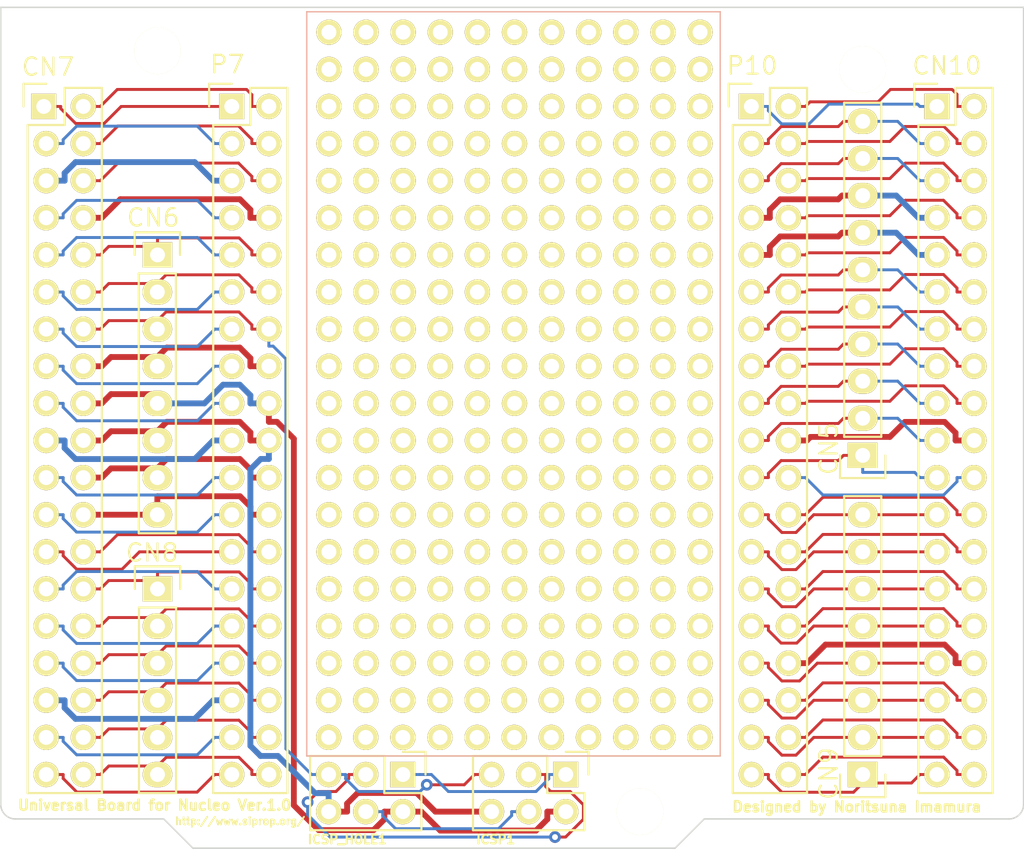
<source format=kicad_pcb>
(kicad_pcb (version 4) (host pcbnew 4.0.2-stable)

  (general
    (links 117)
    (no_connects 0)
    (area 98.159999 61.749999 168.260001 119.390001)
    (thickness 1.6)
    (drawings 21)
    (tracks 637)
    (zones 0)
    (modules 68)
    (nets 80)
  )

  (page A4)
  (title_block
    (title "Universal Board for Nucleo")
    (date 2016-05-26)
    (rev 1.0)
    (company "SIProp.org: Noritsuna Imamura noritsuna@siprop.org")
  )

  (layers
    (0 F.Cu signal)
    (31 B.Cu signal)
    (32 B.Adhes user)
    (33 F.Adhes user)
    (34 B.Paste user)
    (35 F.Paste user)
    (36 B.SilkS user)
    (37 F.SilkS user)
    (38 B.Mask user)
    (39 F.Mask user)
    (40 Dwgs.User user)
    (41 Cmts.User user)
    (42 Eco1.User user)
    (43 Eco2.User user)
    (44 Edge.Cuts user)
    (45 Margin user)
    (46 B.CrtYd user)
    (47 F.CrtYd user)
    (48 B.Fab user)
    (49 F.Fab user)
  )

  (setup
    (last_trace_width 0.2)
    (user_trace_width 0.3)
    (user_trace_width 0.4)
    (trace_clearance 0.2)
    (zone_clearance 0.508)
    (zone_45_only no)
    (trace_min 0.2)
    (segment_width 0.1)
    (edge_width 0.1)
    (via_size 0.8)
    (via_drill 0.4)
    (via_min_size 0.8)
    (via_min_drill 0.4)
    (uvia_size 0.3)
    (uvia_drill 0.1)
    (uvias_allowed no)
    (uvia_min_size 0.2)
    (uvia_min_drill 0.1)
    (pcb_text_width 0.3)
    (pcb_text_size 1.5 1.5)
    (mod_edge_width 0.15)
    (mod_text_size 1.2 1.2)
    (mod_text_width 0.15)
    (pad_size 3.2 3.2)
    (pad_drill 3.2)
    (pad_to_mask_clearance 0)
    (aux_axis_origin 98.22 119.33)
    (visible_elements 7FFFEFFF)
    (pcbplotparams
      (layerselection 0x010f0_80000001)
      (usegerberextensions true)
      (excludeedgelayer true)
      (linewidth 0.100000)
      (plotframeref false)
      (viasonmask false)
      (mode 1)
      (useauxorigin false)
      (hpglpennumber 1)
      (hpglpenspeed 20)
      (hpglpendiameter 15)
      (hpglpenoverlay 2)
      (psnegative false)
      (psa4output false)
      (plotreference true)
      (plotvalue true)
      (plotinvisibletext false)
      (padsonsilk false)
      (subtractmaskfromsilk false)
      (outputformat 1)
      (mirror false)
      (drillshape 0)
      (scaleselection 1)
      (outputdirectory ""))
  )

  (net 0 "")
  (net 1 /PB21)
  (net 2 /PB19)
  (net 3 /PB17)
  (net 4 /PB15)
  (net 5 /PB13)
  (net 6 /PB11)
  (net 7 /PB9)
  (net 8 /PB7)
  (net 9 /PB5)
  (net 10 /PB3)
  (net 11 /PA10)
  (net 12 /PA12)
  (net 13 /PA14)
  (net 14 /PA16)
  (net 15 /PA18)
  (net 16 /PA20)
  (net 17 /PA22)
  (net 18 /PA24)
  (net 19 /PA1)
  (net 20 /PA2)
  (net 21 /PA3)
  (net 22 /PA4)
  (net 23 /PA5)
  (net 24 /PA6)
  (net 25 /PA7)
  (net 26 /PA8)
  (net 27 /PA9)
  (net 28 /PA11)
  (net 29 /PA13)
  (net 30 /PA15)
  (net 31 /PA17)
  (net 32 /PA19)
  (net 33 /PA21)
  (net 34 /PA23)
  (net 35 /PA25)
  (net 36 /PA26)
  (net 37 /PA27)
  (net 38 /PA28)
  (net 39 /PA29)
  (net 40 /PA30)
  (net 41 /PA31)
  (net 42 /PA32)
  (net 43 /PA33)
  (net 44 /PA34)
  (net 45 /PA35)
  (net 46 /PA36)
  (net 47 /PA37)
  (net 48 /PA38)
  (net 49 /PB37)
  (net 50 /PB35)
  (net 51 /PB33)
  (net 52 /PB31)
  (net 53 /PB29)
  (net 54 /PB27)
  (net 55 /PB25)
  (net 56 /PB23)
  (net 57 /PB1)
  (net 58 /PB2)
  (net 59 /PB4)
  (net 60 /PB6)
  (net 61 /PB8)
  (net 62 /PB10)
  (net 63 /PB12)
  (net 64 /PB14)
  (net 65 /PB16)
  (net 66 /PB18)
  (net 67 /PB20)
  (net 68 /PB22)
  (net 69 /PB24)
  (net 70 /PB26)
  (net 71 /PB28)
  (net 72 /PB30)
  (net 73 /PB32)
  (net 74 /PB34)
  (net 75 /PB36)
  (net 76 /PB38)
  (net 77 /PC1)
  (net 78 /PC3)
  (net 79 /PC4)

  (net_class Default "これは標準のネット クラスです。"
    (clearance 0.2)
    (trace_width 0.2)
    (via_dia 0.8)
    (via_drill 0.4)
    (uvia_dia 0.3)
    (uvia_drill 0.1)
    (add_net /PA1)
    (add_net /PA10)
    (add_net /PA11)
    (add_net /PA12)
    (add_net /PA13)
    (add_net /PA14)
    (add_net /PA15)
    (add_net /PA17)
    (add_net /PA2)
    (add_net /PA21)
    (add_net /PA23)
    (add_net /PA25)
    (add_net /PA26)
    (add_net /PA27)
    (add_net /PA28)
    (add_net /PA29)
    (add_net /PA3)
    (add_net /PA30)
    (add_net /PA31)
    (add_net /PA32)
    (add_net /PA34)
    (add_net /PA35)
    (add_net /PA36)
    (add_net /PA37)
    (add_net /PA38)
    (add_net /PA4)
    (add_net /PA6)
    (add_net /PA7)
    (add_net /PA9)
    (add_net /PB1)
    (add_net /PB10)
    (add_net /PB11)
    (add_net /PB12)
    (add_net /PB13)
    (add_net /PB14)
    (add_net /PB15)
    (add_net /PB16)
    (add_net /PB17)
    (add_net /PB18)
    (add_net /PB19)
    (add_net /PB2)
    (add_net /PB21)
    (add_net /PB22)
    (add_net /PB23)
    (add_net /PB24)
    (add_net /PB25)
    (add_net /PB26)
    (add_net /PB27)
    (add_net /PB28)
    (add_net /PB29)
    (add_net /PB3)
    (add_net /PB30)
    (add_net /PB31)
    (add_net /PB33)
    (add_net /PB34)
    (add_net /PB35)
    (add_net /PB36)
    (add_net /PB37)
    (add_net /PB38)
    (add_net /PB4)
    (add_net /PB5)
    (add_net /PB6)
    (add_net /PB8)
    (add_net /PC1)
    (add_net /PC3)
    (add_net /PC4)
  )

  (net_class VCC ""
    (clearance 0.2)
    (trace_width 0.4)
    (via_dia 0.8)
    (via_drill 0.4)
    (uvia_dia 0.3)
    (uvia_drill 0.1)
    (add_net /PA16)
    (add_net /PA18)
    (add_net /PA19)
    (add_net /PA20)
    (add_net /PA22)
    (add_net /PA24)
    (add_net /PA33)
    (add_net /PA5)
    (add_net /PA8)
    (add_net /PB20)
    (add_net /PB32)
    (add_net /PB7)
    (add_net /PB9)
  )

  (module Mounting_Holes:MountingHole_3.2mm_M3 (layer F.Cu) (tedit 574B1719) (tstamp 57469F94)
    (at 141.947 116.84)
    (descr "Mounting Hole 3.2mm, no annular, M3")
    (tags "mounting hole 3.2mm no annular m3")
    (fp_text reference MH3 (at 0 -4.2) (layer F.SilkS) hide
      (effects (font (size 1.2 1.2) (thickness 0.15)))
    )
    (fp_text value MountingHole_3.2mm_M3 (at 0 4.2) (layer F.Fab) hide
      (effects (font (size 1 1) (thickness 0.15)))
    )
    (fp_circle (center 0 0) (end 3.2 0) (layer Cmts.User) (width 0.15))
    (fp_circle (center 0 0) (end 3.45 0) (layer F.CrtYd) (width 0.05))
    (pad "" np_thru_hole circle (at 0.013 0) (size 3.2 3.2) (drill 3.2) (layers *.Cu *.Mask F.SilkS))
  )

  (module Pin_Headers:Pin_Header_Straight_2x03 (layer F.Cu) (tedit 574B1CD0) (tstamp 574B1241)
    (at 136.88 114.3 270)
    (descr "Through hole pin header")
    (tags "pin header")
    (path /574B0E95)
    (fp_text reference ICSP1 (at 4.445 4.8 360) (layer F.SilkS)
      (effects (font (size 0.6 0.6) (thickness 0.15)))
    )
    (fp_text value CONN_02X03 (at 0 -3.1 270) (layer F.Fab)
      (effects (font (size 1 1) (thickness 0.15)))
    )
    (fp_line (start -1.27 1.27) (end -1.27 6.35) (layer F.SilkS) (width 0.15))
    (fp_line (start -1.55 -1.55) (end 0 -1.55) (layer F.SilkS) (width 0.15))
    (fp_line (start -1.75 -1.75) (end -1.75 6.85) (layer F.CrtYd) (width 0.05))
    (fp_line (start 4.3 -1.75) (end 4.3 6.85) (layer F.CrtYd) (width 0.05))
    (fp_line (start -1.75 -1.75) (end 4.3 -1.75) (layer F.CrtYd) (width 0.05))
    (fp_line (start -1.75 6.85) (end 4.3 6.85) (layer F.CrtYd) (width 0.05))
    (fp_line (start 1.27 -1.27) (end 1.27 1.27) (layer F.SilkS) (width 0.15))
    (fp_line (start 1.27 1.27) (end -1.27 1.27) (layer F.SilkS) (width 0.15))
    (fp_line (start -1.27 6.35) (end 3.81 6.35) (layer F.SilkS) (width 0.15))
    (fp_line (start 3.81 6.35) (end 3.81 1.27) (layer F.SilkS) (width 0.15))
    (fp_line (start -1.55 -1.55) (end -1.55 0) (layer F.SilkS) (width 0.15))
    (fp_line (start 3.81 -1.27) (end 1.27 -1.27) (layer F.SilkS) (width 0.15))
    (fp_line (start 3.81 1.27) (end 3.81 -1.27) (layer F.SilkS) (width 0.15))
    (pad 1 thru_hole rect (at 0 0 270) (size 1.7272 1.7272) (drill 1.016) (layers *.Cu *.Mask F.SilkS)
      (net 77 /PC1))
    (pad 2 thru_hole oval (at 2.54 0 270) (size 1.7272 1.7272) (drill 1.016) (layers *.Cu *.Mask F.SilkS)
      (net 15 /PA18))
    (pad 3 thru_hole oval (at 0 2.54 270) (size 1.7272 1.7272) (drill 1.016) (layers *.Cu *.Mask F.SilkS)
      (net 78 /PC3))
    (pad 4 thru_hole oval (at 2.54 2.54 270) (size 1.7272 1.7272) (drill 1.016) (layers *.Cu *.Mask F.SilkS)
      (net 79 /PC4))
    (pad 5 thru_hole oval (at 0 5.08 270) (size 1.7272 1.7272) (drill 1.016) (layers *.Cu *.Mask F.SilkS)
      (net 13 /PA14))
    (pad 6 thru_hole oval (at 2.54 5.08 270) (size 1.7272 1.7272) (drill 1.016) (layers *.Cu *.Mask F.SilkS)
      (net 16 /PA20))
    (model Pin_Headers.3dshapes/Pin_Header_Straight_2x03.wrl
      (at (xyz 0.05 -0.1 0))
      (scale (xyz 1 1 1))
      (rotate (xyz 0 0 90))
    )
  )

  (module Pin_Headers:Pin_Header_Straight_2x03 (layer F.Cu) (tedit 574B1CE3) (tstamp 574B1258)
    (at 125.73 114.3 270)
    (descr "Through hole pin header")
    (tags "pin header")
    (path /574B0DF8)
    (fp_text reference ICSP_HOLE1 (at 4.445 3.81 360) (layer F.SilkS)
      (effects (font (size 0.6 0.6) (thickness 0.15)))
    )
    (fp_text value HOLE_02X03 (at 0 -3.1 270) (layer F.Fab)
      (effects (font (size 1 1) (thickness 0.15)))
    )
    (fp_line (start -1.27 1.27) (end -1.27 6.35) (layer F.SilkS) (width 0.15))
    (fp_line (start -1.55 -1.55) (end 0 -1.55) (layer F.SilkS) (width 0.15))
    (fp_line (start -1.75 -1.75) (end -1.75 6.85) (layer F.CrtYd) (width 0.05))
    (fp_line (start 4.3 -1.75) (end 4.3 6.85) (layer F.CrtYd) (width 0.05))
    (fp_line (start -1.75 -1.75) (end 4.3 -1.75) (layer F.CrtYd) (width 0.05))
    (fp_line (start -1.75 6.85) (end 4.3 6.85) (layer F.CrtYd) (width 0.05))
    (fp_line (start 1.27 -1.27) (end 1.27 1.27) (layer F.SilkS) (width 0.15))
    (fp_line (start 1.27 1.27) (end -1.27 1.27) (layer F.SilkS) (width 0.15))
    (fp_line (start -1.27 6.35) (end 3.81 6.35) (layer F.SilkS) (width 0.15))
    (fp_line (start 3.81 6.35) (end 3.81 1.27) (layer F.SilkS) (width 0.15))
    (fp_line (start -1.55 -1.55) (end -1.55 0) (layer F.SilkS) (width 0.15))
    (fp_line (start 3.81 -1.27) (end 1.27 -1.27) (layer F.SilkS) (width 0.15))
    (fp_line (start 3.81 1.27) (end 3.81 -1.27) (layer F.SilkS) (width 0.15))
    (pad 1 thru_hole rect (at 0 0 270) (size 1.7272 1.7272) (drill 1.016) (layers *.Cu *.Mask F.SilkS)
      (net 77 /PC1))
    (pad 2 thru_hole oval (at 2.54 0 270) (size 1.7272 1.7272) (drill 1.016) (layers *.Cu *.Mask F.SilkS)
      (net 15 /PA18))
    (pad 3 thru_hole oval (at 0 2.54 270) (size 1.7272 1.7272) (drill 1.016) (layers *.Cu *.Mask F.SilkS)
      (net 78 /PC3))
    (pad 4 thru_hole oval (at 2.54 2.54 270) (size 1.7272 1.7272) (drill 1.016) (layers *.Cu *.Mask F.SilkS)
      (net 79 /PC4))
    (pad 5 thru_hole oval (at 0 5.08 270) (size 1.7272 1.7272) (drill 1.016) (layers *.Cu *.Mask F.SilkS)
      (net 13 /PA14))
    (pad 6 thru_hole oval (at 2.54 5.08 270) (size 1.7272 1.7272) (drill 1.016) (layers *.Cu *.Mask F.SilkS)
      (net 16 /PA20))
    (model Pin_Headers.3dshapes/Pin_Header_Straight_2x03.wrl
      (at (xyz 0.05 -0.1 0))
      (scale (xyz 1 1 1))
      (rotate (xyz 0 0 90))
    )
  )

  (module noritsuna:Wire_Pad_Straight_1x04 (layer F.Cu) (tedit 5746F0CA) (tstamp 5746E6B1)
    (at 130.81 106.68 90)
    (descr "Through hole Wire Pads")
    (tags "Wire Pad")
    (fp_text reference H50 (at 0 -5.1 90) (layer F.SilkS) hide
      (effects (font (size 1.2 1.2) (thickness 0.15)))
    )
    (fp_text value WirePads_Straight_1x04 (at 0 -3.1 90) (layer F.Fab) hide
      (effects (font (size 1 1) (thickness 0.15)))
    )
    (pad 1 thru_hole circle (at 0 0 90) (size 1.7272 1.7272) (drill 1.016) (layers *.Cu *.Mask F.SilkS))
    (pad 2 thru_hole circle (at 0 2.54 90) (size 1.7272 1.7272) (drill 1.016) (layers *.Cu *.Mask F.SilkS))
    (pad 3 thru_hole circle (at 0 5.08 90) (size 1.7272 1.7272) (drill 1.016) (layers *.Cu *.Mask F.SilkS))
    (pad 4 thru_hole circle (at 0 7.62 90) (size 1.7272 1.7272) (drill 1.016) (layers *.Cu *.Mask F.SilkS))
  )

  (module Pin_Headers:Pin_Header_Straight_1x10 (layer F.Cu) (tedit 5746F60F) (tstamp 5745EF41)
    (at 157.2 92.46 180)
    (descr "Through hole pin header")
    (tags "pin header")
    (path /5745A5D3)
    (fp_text reference CN5 (at 2.327 0.45 270) (layer F.SilkS)
      (effects (font (size 1.2 1.2) (thickness 0.15)))
    )
    (fp_text value CONN_01X10 (at 0 -3.1 180) (layer F.Fab) hide
      (effects (font (size 1 1) (thickness 0.15)))
    )
    (fp_line (start -1.75 -1.75) (end -1.75 24.65) (layer F.CrtYd) (width 0.05))
    (fp_line (start 1.75 -1.75) (end 1.75 24.65) (layer F.CrtYd) (width 0.05))
    (fp_line (start -1.75 -1.75) (end 1.75 -1.75) (layer F.CrtYd) (width 0.05))
    (fp_line (start -1.75 24.65) (end 1.75 24.65) (layer F.CrtYd) (width 0.05))
    (fp_line (start 1.27 1.27) (end 1.27 24.13) (layer F.SilkS) (width 0.15))
    (fp_line (start 1.27 24.13) (end -1.27 24.13) (layer F.SilkS) (width 0.15))
    (fp_line (start -1.27 24.13) (end -1.27 1.27) (layer F.SilkS) (width 0.15))
    (fp_line (start 1.55 -1.55) (end 1.55 0) (layer F.SilkS) (width 0.15))
    (fp_line (start 1.27 1.27) (end -1.27 1.27) (layer F.SilkS) (width 0.15))
    (fp_line (start -1.55 0) (end -1.55 -1.55) (layer F.SilkS) (width 0.15))
    (fp_line (start -1.55 -1.55) (end 1.55 -1.55) (layer F.SilkS) (width 0.15))
    (pad 1 thru_hole rect (at 0 0 180) (size 2.032 1.7272) (drill 1.016) (layers *.Cu *.Mask F.SilkS)
      (net 1 /PB21))
    (pad 2 thru_hole oval (at 0 2.54 180) (size 2.032 1.7272) (drill 1.016) (layers *.Cu *.Mask F.SilkS)
      (net 2 /PB19))
    (pad 3 thru_hole oval (at 0 5.08 180) (size 2.032 1.7272) (drill 1.016) (layers *.Cu *.Mask F.SilkS)
      (net 3 /PB17))
    (pad 4 thru_hole oval (at 0 7.62 180) (size 2.032 1.7272) (drill 1.016) (layers *.Cu *.Mask F.SilkS)
      (net 4 /PB15))
    (pad 5 thru_hole oval (at 0 10.16 180) (size 2.032 1.7272) (drill 1.016) (layers *.Cu *.Mask F.SilkS)
      (net 5 /PB13))
    (pad 6 thru_hole oval (at 0 12.7 180) (size 2.032 1.7272) (drill 1.016) (layers *.Cu *.Mask F.SilkS)
      (net 6 /PB11))
    (pad 7 thru_hole oval (at 0 15.24 180) (size 2.032 1.7272) (drill 1.016) (layers *.Cu *.Mask F.SilkS)
      (net 7 /PB9))
    (pad 8 thru_hole oval (at 0 17.78 180) (size 2.032 1.7272) (drill 1.016) (layers *.Cu *.Mask F.SilkS)
      (net 8 /PB7))
    (pad 9 thru_hole oval (at 0 20.32 180) (size 2.032 1.7272) (drill 1.016) (layers *.Cu *.Mask F.SilkS)
      (net 9 /PB5))
    (pad 10 thru_hole oval (at 0 22.86 180) (size 2.032 1.7272) (drill 1.016) (layers *.Cu *.Mask F.SilkS)
      (net 10 /PB3))
    (model Pin_Headers.3dshapes/Pin_Header_Straight_1x10.wrl
      (at (xyz 0 -0.45 0))
      (scale (xyz 1 1 1))
      (rotate (xyz 0 0 90))
    )
  )

  (module Pin_Headers:Pin_Header_Straight_1x08 (layer F.Cu) (tedit 574B166E) (tstamp 5745EF58)
    (at 108.927 78.74)
    (descr "Through hole pin header")
    (tags "pin header")
    (path /5745A4A1)
    (fp_text reference CN6 (at -0.287 -2.55) (layer F.SilkS)
      (effects (font (size 1.2 1.2) (thickness 0.15)))
    )
    (fp_text value CONN_01X08 (at 0 -3.1) (layer F.Fab) hide
      (effects (font (size 1 1) (thickness 0.15)))
    )
    (fp_line (start -1.75 -1.75) (end -1.75 19.55) (layer F.CrtYd) (width 0.05))
    (fp_line (start 1.75 -1.75) (end 1.75 19.55) (layer F.CrtYd) (width 0.05))
    (fp_line (start -1.75 -1.75) (end 1.75 -1.75) (layer F.CrtYd) (width 0.05))
    (fp_line (start -1.75 19.55) (end 1.75 19.55) (layer F.CrtYd) (width 0.05))
    (fp_line (start 1.27 1.27) (end 1.27 19.05) (layer F.SilkS) (width 0.15))
    (fp_line (start 1.27 19.05) (end -1.27 19.05) (layer F.SilkS) (width 0.15))
    (fp_line (start -1.27 19.05) (end -1.27 1.27) (layer F.SilkS) (width 0.15))
    (fp_line (start 1.55 -1.55) (end 1.55 0) (layer F.SilkS) (width 0.15))
    (fp_line (start 1.27 1.27) (end -1.27 1.27) (layer F.SilkS) (width 0.15))
    (fp_line (start -1.55 0) (end -1.55 -1.55) (layer F.SilkS) (width 0.15))
    (fp_line (start -1.55 -1.55) (end 1.55 -1.55) (layer F.SilkS) (width 0.15))
    (pad 1 thru_hole rect (at 0.013 0) (size 2.032 1.7272) (drill 1.016) (layers *.Cu *.Mask F.SilkS)
      (net 11 /PA10))
    (pad 2 thru_hole oval (at 0 2.54) (size 2.032 1.7272) (drill 1.016) (layers *.Cu *.Mask F.SilkS)
      (net 12 /PA12))
    (pad 3 thru_hole oval (at 0 5.08) (size 2.032 1.7272) (drill 1.016) (layers *.Cu *.Mask F.SilkS)
      (net 13 /PA14))
    (pad 4 thru_hole oval (at 0 7.62) (size 2.032 1.7272) (drill 1.016) (layers *.Cu *.Mask F.SilkS)
      (net 14 /PA16))
    (pad 5 thru_hole oval (at 0 10.16) (size 2.032 1.7272) (drill 1.016) (layers *.Cu *.Mask F.SilkS)
      (net 15 /PA18))
    (pad 6 thru_hole oval (at 0 12.7) (size 2.032 1.7272) (drill 1.016) (layers *.Cu *.Mask F.SilkS)
      (net 16 /PA20))
    (pad 7 thru_hole oval (at 0 15.24) (size 2.032 1.7272) (drill 1.016) (layers *.Cu *.Mask F.SilkS)
      (net 17 /PA22))
    (pad 8 thru_hole oval (at 0 17.78) (size 2.032 1.7272) (drill 1.016) (layers *.Cu *.Mask F.SilkS)
      (net 18 /PA24))
    (model Pin_Headers.3dshapes/Pin_Header_Straight_1x08.wrl
      (at (xyz 0 -0.35 0))
      (scale (xyz 1 1 1))
      (rotate (xyz 0 0 90))
    )
  )

  (module Pin_Headers:Pin_Header_Straight_2x19 (layer F.Cu) (tedit 5746F662) (tstamp 5745EF8E)
    (at 101.32 68.58)
    (descr "Through hole pin header")
    (tags "pin header")
    (path /5745A3EA)
    (fp_text reference CN7 (at 0.123 -2.71) (layer F.SilkS)
      (effects (font (size 1.2 1.2) (thickness 0.15)))
    )
    (fp_text value CONN_02X19 (at 0 -3.1) (layer F.Fab) hide
      (effects (font (size 1 1) (thickness 0.15)))
    )
    (fp_line (start -1.75 -1.75) (end -1.75 47.5) (layer F.CrtYd) (width 0.05))
    (fp_line (start 4.3 -1.75) (end 4.3 47.5) (layer F.CrtYd) (width 0.05))
    (fp_line (start -1.75 -1.75) (end 4.3 -1.75) (layer F.CrtYd) (width 0.05))
    (fp_line (start -1.75 47.5) (end 4.3 47.5) (layer F.CrtYd) (width 0.05))
    (fp_line (start 3.81 -1.27) (end 3.81 46.99) (layer F.SilkS) (width 0.15))
    (fp_line (start -1.27 46.99) (end -1.27 1.27) (layer F.SilkS) (width 0.15))
    (fp_line (start 3.81 46.99) (end -1.27 46.99) (layer F.SilkS) (width 0.15))
    (fp_line (start 3.81 -1.27) (end 1.27 -1.27) (layer F.SilkS) (width 0.15))
    (fp_line (start 0 -1.55) (end -1.55 -1.55) (layer F.SilkS) (width 0.15))
    (fp_line (start 1.27 -1.27) (end 1.27 1.27) (layer F.SilkS) (width 0.15))
    (fp_line (start 1.27 1.27) (end -1.27 1.27) (layer F.SilkS) (width 0.15))
    (fp_line (start -1.55 -1.55) (end -1.55 0) (layer F.SilkS) (width 0.15))
    (pad 1 thru_hole rect (at -0.1663 0) (size 1.7272 1.7272) (drill 1.016) (layers *.Cu *.Mask F.SilkS)
      (net 19 /PA1))
    (pad 2 thru_hole oval (at 2.54 0) (size 1.7272 1.7272) (drill 1.016) (layers *.Cu *.Mask F.SilkS)
      (net 20 /PA2))
    (pad 3 thru_hole oval (at 0 2.54) (size 1.7272 1.7272) (drill 1.016) (layers *.Cu *.Mask F.SilkS)
      (net 21 /PA3))
    (pad 4 thru_hole oval (at 2.54 2.54) (size 1.7272 1.7272) (drill 1.016) (layers *.Cu *.Mask F.SilkS)
      (net 22 /PA4))
    (pad 5 thru_hole oval (at 0 5.08) (size 1.7272 1.7272) (drill 1.016) (layers *.Cu *.Mask F.SilkS)
      (net 23 /PA5))
    (pad 6 thru_hole oval (at 2.54 5.08) (size 1.7272 1.7272) (drill 1.016) (layers *.Cu *.Mask F.SilkS)
      (net 24 /PA6))
    (pad 7 thru_hole oval (at 0 7.62) (size 1.7272 1.7272) (drill 1.016) (layers *.Cu *.Mask F.SilkS)
      (net 25 /PA7))
    (pad 8 thru_hole oval (at 2.54 7.62) (size 1.7272 1.7272) (drill 1.016) (layers *.Cu *.Mask F.SilkS)
      (net 26 /PA8))
    (pad 9 thru_hole oval (at 0 10.16) (size 1.7272 1.7272) (drill 1.016) (layers *.Cu *.Mask F.SilkS)
      (net 27 /PA9))
    (pad 10 thru_hole oval (at 2.54 10.16) (size 1.7272 1.7272) (drill 1.016) (layers *.Cu *.Mask F.SilkS)
      (net 11 /PA10))
    (pad 11 thru_hole oval (at 0 12.7) (size 1.7272 1.7272) (drill 1.016) (layers *.Cu *.Mask F.SilkS)
      (net 28 /PA11))
    (pad 12 thru_hole oval (at 2.54 12.7) (size 1.7272 1.7272) (drill 1.016) (layers *.Cu *.Mask F.SilkS)
      (net 12 /PA12))
    (pad 13 thru_hole oval (at 0 15.24) (size 1.7272 1.7272) (drill 1.016) (layers *.Cu *.Mask F.SilkS)
      (net 29 /PA13))
    (pad 14 thru_hole oval (at 2.54 15.24) (size 1.7272 1.7272) (drill 1.016) (layers *.Cu *.Mask F.SilkS)
      (net 13 /PA14))
    (pad 15 thru_hole oval (at 0 17.78) (size 1.7272 1.7272) (drill 1.016) (layers *.Cu *.Mask F.SilkS)
      (net 30 /PA15))
    (pad 16 thru_hole oval (at 2.54 17.78) (size 1.7272 1.7272) (drill 1.016) (layers *.Cu *.Mask F.SilkS)
      (net 14 /PA16))
    (pad 17 thru_hole oval (at 0 20.32) (size 1.7272 1.7272) (drill 1.016) (layers *.Cu *.Mask F.SilkS)
      (net 31 /PA17))
    (pad 18 thru_hole oval (at 2.54 20.32) (size 1.7272 1.7272) (drill 1.016) (layers *.Cu *.Mask F.SilkS)
      (net 15 /PA18))
    (pad 19 thru_hole oval (at 0 22.86) (size 1.7272 1.7272) (drill 1.016) (layers *.Cu *.Mask F.SilkS)
      (net 32 /PA19))
    (pad 20 thru_hole oval (at 2.54 22.86) (size 1.7272 1.7272) (drill 1.016) (layers *.Cu *.Mask F.SilkS)
      (net 16 /PA20))
    (pad 21 thru_hole oval (at 0 25.4) (size 1.7272 1.7272) (drill 1.016) (layers *.Cu *.Mask F.SilkS)
      (net 33 /PA21))
    (pad 22 thru_hole oval (at 2.54 25.4) (size 1.7272 1.7272) (drill 1.016) (layers *.Cu *.Mask F.SilkS)
      (net 17 /PA22))
    (pad 23 thru_hole oval (at 0 27.94) (size 1.7272 1.7272) (drill 1.016) (layers *.Cu *.Mask F.SilkS)
      (net 34 /PA23))
    (pad 24 thru_hole oval (at 2.54 27.94) (size 1.7272 1.7272) (drill 1.016) (layers *.Cu *.Mask F.SilkS)
      (net 18 /PA24))
    (pad 25 thru_hole oval (at 0 30.48) (size 1.7272 1.7272) (drill 1.016) (layers *.Cu *.Mask F.SilkS)
      (net 35 /PA25))
    (pad 26 thru_hole oval (at 2.54 30.48) (size 1.7272 1.7272) (drill 1.016) (layers *.Cu *.Mask F.SilkS)
      (net 36 /PA26))
    (pad 27 thru_hole oval (at 0 33.02) (size 1.7272 1.7272) (drill 1.016) (layers *.Cu *.Mask F.SilkS)
      (net 37 /PA27))
    (pad 28 thru_hole oval (at 2.54 33.02) (size 1.7272 1.7272) (drill 1.016) (layers *.Cu *.Mask F.SilkS)
      (net 38 /PA28))
    (pad 29 thru_hole oval (at 0 35.56) (size 1.7272 1.7272) (drill 1.016) (layers *.Cu *.Mask F.SilkS)
      (net 39 /PA29))
    (pad 30 thru_hole oval (at 2.54 35.56) (size 1.7272 1.7272) (drill 1.016) (layers *.Cu *.Mask F.SilkS)
      (net 40 /PA30))
    (pad 31 thru_hole oval (at 0 38.1) (size 1.7272 1.7272) (drill 1.016) (layers *.Cu *.Mask F.SilkS)
      (net 41 /PA31))
    (pad 32 thru_hole oval (at 2.54 38.1) (size 1.7272 1.7272) (drill 1.016) (layers *.Cu *.Mask F.SilkS)
      (net 42 /PA32))
    (pad 33 thru_hole oval (at 0 40.64) (size 1.7272 1.7272) (drill 1.016) (layers *.Cu *.Mask F.SilkS)
      (net 43 /PA33))
    (pad 34 thru_hole oval (at 2.54 40.64) (size 1.7272 1.7272) (drill 1.016) (layers *.Cu *.Mask F.SilkS)
      (net 44 /PA34))
    (pad 35 thru_hole oval (at 0 43.18) (size 1.7272 1.7272) (drill 1.016) (layers *.Cu *.Mask F.SilkS)
      (net 45 /PA35))
    (pad 36 thru_hole oval (at 2.54 43.18) (size 1.7272 1.7272) (drill 1.016) (layers *.Cu *.Mask F.SilkS)
      (net 46 /PA36))
    (pad 37 thru_hole oval (at 0 45.72) (size 1.7272 1.7272) (drill 1.016) (layers *.Cu *.Mask F.SilkS)
      (net 47 /PA37))
    (pad 38 thru_hole oval (at 2.54 45.72) (size 1.7272 1.7272) (drill 1.016) (layers *.Cu *.Mask F.SilkS)
      (net 48 /PA38))
    (model Pin_Headers.3dshapes/Pin_Header_Straight_2x19.wrl
      (at (xyz 0.05 -0.9 0))
      (scale (xyz 1 1 1))
      (rotate (xyz 0 0 90))
    )
  )

  (module Pin_Headers:Pin_Header_Straight_1x06 (layer F.Cu) (tedit 5746F54E) (tstamp 5745EFA3)
    (at 108.94 101.6)
    (descr "Through hole pin header")
    (tags "pin header")
    (path /5745A54E)
    (fp_text reference CN8 (at -0.377 -2.48) (layer F.SilkS)
      (effects (font (size 1.2 1.2) (thickness 0.15)))
    )
    (fp_text value CONN_01X06 (at 0 -3.1) (layer F.Fab) hide
      (effects (font (size 1 1) (thickness 0.15)))
    )
    (fp_line (start -1.75 -1.75) (end -1.75 14.45) (layer F.CrtYd) (width 0.05))
    (fp_line (start 1.75 -1.75) (end 1.75 14.45) (layer F.CrtYd) (width 0.05))
    (fp_line (start -1.75 -1.75) (end 1.75 -1.75) (layer F.CrtYd) (width 0.05))
    (fp_line (start -1.75 14.45) (end 1.75 14.45) (layer F.CrtYd) (width 0.05))
    (fp_line (start 1.27 1.27) (end 1.27 13.97) (layer F.SilkS) (width 0.15))
    (fp_line (start 1.27 13.97) (end -1.27 13.97) (layer F.SilkS) (width 0.15))
    (fp_line (start -1.27 13.97) (end -1.27 1.27) (layer F.SilkS) (width 0.15))
    (fp_line (start 1.55 -1.55) (end 1.55 0) (layer F.SilkS) (width 0.15))
    (fp_line (start 1.27 1.27) (end -1.27 1.27) (layer F.SilkS) (width 0.15))
    (fp_line (start -1.55 0) (end -1.55 -1.55) (layer F.SilkS) (width 0.15))
    (fp_line (start -1.55 -1.55) (end 1.55 -1.55) (layer F.SilkS) (width 0.15))
    (pad 1 thru_hole rect (at 0 0) (size 2.032 1.7272) (drill 1.016) (layers *.Cu *.Mask F.SilkS)
      (net 38 /PA28))
    (pad 2 thru_hole oval (at 0 2.54) (size 2.032 1.7272) (drill 1.016) (layers *.Cu *.Mask F.SilkS)
      (net 40 /PA30))
    (pad 3 thru_hole oval (at 0 5.08) (size 2.032 1.7272) (drill 1.016) (layers *.Cu *.Mask F.SilkS)
      (net 42 /PA32))
    (pad 4 thru_hole oval (at 0 7.62) (size 2.032 1.7272) (drill 1.016) (layers *.Cu *.Mask F.SilkS)
      (net 44 /PA34))
    (pad 5 thru_hole oval (at 0 10.16) (size 2.032 1.7272) (drill 1.016) (layers *.Cu *.Mask F.SilkS)
      (net 46 /PA36))
    (pad 6 thru_hole oval (at 0 12.7) (size 2.032 1.7272) (drill 1.016) (layers *.Cu *.Mask F.SilkS)
      (net 48 /PA38))
    (model Pin_Headers.3dshapes/Pin_Header_Straight_1x06.wrl
      (at (xyz 0 -0.25 0))
      (scale (xyz 1 1 1))
      (rotate (xyz 0 0 90))
    )
  )

  (module Pin_Headers:Pin_Header_Straight_1x08 (layer F.Cu) (tedit 5746F61D) (tstamp 5745EFBA)
    (at 157.2 114.3 180)
    (descr "Through hole pin header")
    (tags "pin header")
    (path /5745A666)
    (fp_text reference CN9 (at 2.327 0.06 270) (layer F.SilkS)
      (effects (font (size 1.2 1.2) (thickness 0.15)))
    )
    (fp_text value CONN_01X08 (at 0 -3.1 180) (layer F.Fab) hide
      (effects (font (size 1 1) (thickness 0.15)))
    )
    (fp_line (start -1.75 -1.75) (end -1.75 19.55) (layer F.CrtYd) (width 0.05))
    (fp_line (start 1.75 -1.75) (end 1.75 19.55) (layer F.CrtYd) (width 0.05))
    (fp_line (start -1.75 -1.75) (end 1.75 -1.75) (layer F.CrtYd) (width 0.05))
    (fp_line (start -1.75 19.55) (end 1.75 19.55) (layer F.CrtYd) (width 0.05))
    (fp_line (start 1.27 1.27) (end 1.27 19.05) (layer F.SilkS) (width 0.15))
    (fp_line (start 1.27 19.05) (end -1.27 19.05) (layer F.SilkS) (width 0.15))
    (fp_line (start -1.27 19.05) (end -1.27 1.27) (layer F.SilkS) (width 0.15))
    (fp_line (start 1.55 -1.55) (end 1.55 0) (layer F.SilkS) (width 0.15))
    (fp_line (start 1.27 1.27) (end -1.27 1.27) (layer F.SilkS) (width 0.15))
    (fp_line (start -1.55 0) (end -1.55 -1.55) (layer F.SilkS) (width 0.15))
    (fp_line (start -1.55 -1.55) (end 1.55 -1.55) (layer F.SilkS) (width 0.15))
    (pad 1 thru_hole rect (at 0 0 180) (size 2.032 1.7272) (drill 1.016) (layers *.Cu *.Mask F.SilkS)
      (net 49 /PB37))
    (pad 2 thru_hole oval (at 0 2.54 180) (size 2.032 1.7272) (drill 1.016) (layers *.Cu *.Mask F.SilkS)
      (net 50 /PB35))
    (pad 3 thru_hole oval (at 0 5.08 180) (size 2.032 1.7272) (drill 1.016) (layers *.Cu *.Mask F.SilkS)
      (net 51 /PB33))
    (pad 4 thru_hole oval (at 0 7.62 180) (size 2.032 1.7272) (drill 1.016) (layers *.Cu *.Mask F.SilkS)
      (net 52 /PB31))
    (pad 5 thru_hole oval (at 0 10.16 180) (size 2.032 1.7272) (drill 1.016) (layers *.Cu *.Mask F.SilkS)
      (net 53 /PB29))
    (pad 6 thru_hole oval (at 0 12.7 180) (size 2.032 1.7272) (drill 1.016) (layers *.Cu *.Mask F.SilkS)
      (net 54 /PB27))
    (pad 7 thru_hole oval (at 0 15.24 180) (size 2.032 1.7272) (drill 1.016) (layers *.Cu *.Mask F.SilkS)
      (net 55 /PB25))
    (pad 8 thru_hole oval (at 0 17.78 180) (size 2.032 1.7272) (drill 1.016) (layers *.Cu *.Mask F.SilkS)
      (net 56 /PB23))
    (model Pin_Headers.3dshapes/Pin_Header_Straight_1x08.wrl
      (at (xyz 0 -0.35 0))
      (scale (xyz 1 1 1))
      (rotate (xyz 0 0 90))
    )
  )

  (module Pin_Headers:Pin_Header_Straight_2x19 (layer F.Cu) (tedit 5746F64D) (tstamp 5745EFF0)
    (at 162.28 68.58)
    (descr "Through hole pin header")
    (tags "pin header")
    (path /5745A41F)
    (fp_text reference CN10 (at 0.683 -2.79) (layer F.SilkS)
      (effects (font (size 1.2 1.2) (thickness 0.15)))
    )
    (fp_text value CONN_02X19 (at 0 -3.1) (layer F.Fab) hide
      (effects (font (size 1 1) (thickness 0.15)))
    )
    (fp_line (start -1.75 -1.75) (end -1.75 47.5) (layer F.CrtYd) (width 0.05))
    (fp_line (start 4.3 -1.75) (end 4.3 47.5) (layer F.CrtYd) (width 0.05))
    (fp_line (start -1.75 -1.75) (end 4.3 -1.75) (layer F.CrtYd) (width 0.05))
    (fp_line (start -1.75 47.5) (end 4.3 47.5) (layer F.CrtYd) (width 0.05))
    (fp_line (start 3.81 -1.27) (end 3.81 46.99) (layer F.SilkS) (width 0.15))
    (fp_line (start -1.27 46.99) (end -1.27 1.27) (layer F.SilkS) (width 0.15))
    (fp_line (start 3.81 46.99) (end -1.27 46.99) (layer F.SilkS) (width 0.15))
    (fp_line (start 3.81 -1.27) (end 1.27 -1.27) (layer F.SilkS) (width 0.15))
    (fp_line (start 0 -1.55) (end -1.55 -1.55) (layer F.SilkS) (width 0.15))
    (fp_line (start 1.27 -1.27) (end 1.27 1.27) (layer F.SilkS) (width 0.15))
    (fp_line (start 1.27 1.27) (end -1.27 1.27) (layer F.SilkS) (width 0.15))
    (fp_line (start -1.55 -1.55) (end -1.55 0) (layer F.SilkS) (width 0.15))
    (pad 1 thru_hole rect (at 0 0) (size 1.7272 1.7272) (drill 1.016) (layers *.Cu *.Mask F.SilkS)
      (net 57 /PB1))
    (pad 2 thru_hole oval (at 2.54 0) (size 1.7272 1.7272) (drill 1.016) (layers *.Cu *.Mask F.SilkS)
      (net 58 /PB2))
    (pad 3 thru_hole oval (at 0 2.54) (size 1.7272 1.7272) (drill 1.016) (layers *.Cu *.Mask F.SilkS)
      (net 10 /PB3))
    (pad 4 thru_hole oval (at 2.54 2.54) (size 1.7272 1.7272) (drill 1.016) (layers *.Cu *.Mask F.SilkS)
      (net 59 /PB4))
    (pad 5 thru_hole oval (at 0 5.08) (size 1.7272 1.7272) (drill 1.016) (layers *.Cu *.Mask F.SilkS)
      (net 9 /PB5))
    (pad 6 thru_hole oval (at 2.54 5.08) (size 1.7272 1.7272) (drill 1.016) (layers *.Cu *.Mask F.SilkS)
      (net 60 /PB6))
    (pad 7 thru_hole oval (at 0 7.62) (size 1.7272 1.7272) (drill 1.016) (layers *.Cu *.Mask F.SilkS)
      (net 8 /PB7))
    (pad 8 thru_hole oval (at 2.54 7.62) (size 1.7272 1.7272) (drill 1.016) (layers *.Cu *.Mask F.SilkS)
      (net 61 /PB8))
    (pad 9 thru_hole oval (at 0 10.16) (size 1.7272 1.7272) (drill 1.016) (layers *.Cu *.Mask F.SilkS)
      (net 7 /PB9))
    (pad 10 thru_hole oval (at 2.54 10.16) (size 1.7272 1.7272) (drill 1.016) (layers *.Cu *.Mask F.SilkS)
      (net 62 /PB10))
    (pad 11 thru_hole oval (at 0 12.7) (size 1.7272 1.7272) (drill 1.016) (layers *.Cu *.Mask F.SilkS)
      (net 6 /PB11))
    (pad 12 thru_hole oval (at 2.54 12.7) (size 1.7272 1.7272) (drill 1.016) (layers *.Cu *.Mask F.SilkS)
      (net 63 /PB12))
    (pad 13 thru_hole oval (at 0 15.24) (size 1.7272 1.7272) (drill 1.016) (layers *.Cu *.Mask F.SilkS)
      (net 5 /PB13))
    (pad 14 thru_hole oval (at 2.54 15.24) (size 1.7272 1.7272) (drill 1.016) (layers *.Cu *.Mask F.SilkS)
      (net 64 /PB14))
    (pad 15 thru_hole oval (at 0 17.78) (size 1.7272 1.7272) (drill 1.016) (layers *.Cu *.Mask F.SilkS)
      (net 4 /PB15))
    (pad 16 thru_hole oval (at 2.54 17.78) (size 1.7272 1.7272) (drill 1.016) (layers *.Cu *.Mask F.SilkS)
      (net 65 /PB16))
    (pad 17 thru_hole oval (at 0 20.32) (size 1.7272 1.7272) (drill 1.016) (layers *.Cu *.Mask F.SilkS)
      (net 3 /PB17))
    (pad 18 thru_hole oval (at 2.54 20.32) (size 1.7272 1.7272) (drill 1.016) (layers *.Cu *.Mask F.SilkS)
      (net 66 /PB18))
    (pad 19 thru_hole oval (at 0 22.86) (size 1.7272 1.7272) (drill 1.016) (layers *.Cu *.Mask F.SilkS)
      (net 2 /PB19))
    (pad 20 thru_hole oval (at 2.54 22.86) (size 1.7272 1.7272) (drill 1.016) (layers *.Cu *.Mask F.SilkS)
      (net 67 /PB20))
    (pad 21 thru_hole oval (at 0 25.4) (size 1.7272 1.7272) (drill 1.016) (layers *.Cu *.Mask F.SilkS)
      (net 1 /PB21))
    (pad 22 thru_hole oval (at 2.54 25.4) (size 1.7272 1.7272) (drill 1.016) (layers *.Cu *.Mask F.SilkS)
      (net 68 /PB22))
    (pad 23 thru_hole oval (at 0 27.94) (size 1.7272 1.7272) (drill 1.016) (layers *.Cu *.Mask F.SilkS)
      (net 56 /PB23))
    (pad 24 thru_hole oval (at 2.54 27.94) (size 1.7272 1.7272) (drill 1.016) (layers *.Cu *.Mask F.SilkS)
      (net 69 /PB24))
    (pad 25 thru_hole oval (at 0 30.48) (size 1.7272 1.7272) (drill 1.016) (layers *.Cu *.Mask F.SilkS)
      (net 55 /PB25))
    (pad 26 thru_hole oval (at 2.54 30.48) (size 1.7272 1.7272) (drill 1.016) (layers *.Cu *.Mask F.SilkS)
      (net 70 /PB26))
    (pad 27 thru_hole oval (at 0 33.02) (size 1.7272 1.7272) (drill 1.016) (layers *.Cu *.Mask F.SilkS)
      (net 54 /PB27))
    (pad 28 thru_hole oval (at 2.54 33.02) (size 1.7272 1.7272) (drill 1.016) (layers *.Cu *.Mask F.SilkS)
      (net 71 /PB28))
    (pad 29 thru_hole oval (at 0 35.56) (size 1.7272 1.7272) (drill 1.016) (layers *.Cu *.Mask F.SilkS)
      (net 53 /PB29))
    (pad 30 thru_hole oval (at 2.54 35.56) (size 1.7272 1.7272) (drill 1.016) (layers *.Cu *.Mask F.SilkS)
      (net 72 /PB30))
    (pad 31 thru_hole oval (at 0 38.1) (size 1.7272 1.7272) (drill 1.016) (layers *.Cu *.Mask F.SilkS)
      (net 52 /PB31))
    (pad 32 thru_hole oval (at 2.54 38.1) (size 1.7272 1.7272) (drill 1.016) (layers *.Cu *.Mask F.SilkS)
      (net 73 /PB32))
    (pad 33 thru_hole oval (at 0 40.64) (size 1.7272 1.7272) (drill 1.016) (layers *.Cu *.Mask F.SilkS)
      (net 51 /PB33))
    (pad 34 thru_hole oval (at 2.54 40.64) (size 1.7272 1.7272) (drill 1.016) (layers *.Cu *.Mask F.SilkS)
      (net 74 /PB34))
    (pad 35 thru_hole oval (at 0 43.18) (size 1.7272 1.7272) (drill 1.016) (layers *.Cu *.Mask F.SilkS)
      (net 50 /PB35))
    (pad 36 thru_hole oval (at 2.54 43.18) (size 1.7272 1.7272) (drill 1.016) (layers *.Cu *.Mask F.SilkS)
      (net 75 /PB36))
    (pad 37 thru_hole oval (at 0 45.72) (size 1.7272 1.7272) (drill 1.016) (layers *.Cu *.Mask F.SilkS)
      (net 49 /PB37))
    (pad 38 thru_hole oval (at 2.54 45.72) (size 1.7272 1.7272) (drill 1.016) (layers *.Cu *.Mask F.SilkS)
      (net 76 /PB38))
    (model Pin_Headers.3dshapes/Pin_Header_Straight_2x19.wrl
      (at (xyz 0.05 -0.9 0))
      (scale (xyz 1 1 1))
      (rotate (xyz 0 0 90))
    )
  )

  (module Pin_Headers:Pin_Header_Straight_2x19 (layer F.Cu) (tedit 5746F65C) (tstamp 5745F026)
    (at 114.02 68.58)
    (descr "Through hole pin header")
    (tags "pin header")
    (path /5745C4AF)
    (fp_text reference P7 (at -0.307 -2.88) (layer F.SilkS)
      (effects (font (size 1.2 1.2) (thickness 0.15)))
    )
    (fp_text value HOLE_02X19 (at 0 -3.1) (layer F.Fab) hide
      (effects (font (size 1 1) (thickness 0.15)))
    )
    (fp_line (start -1.75 -1.75) (end -1.75 47.5) (layer F.CrtYd) (width 0.05))
    (fp_line (start 4.3 -1.75) (end 4.3 47.5) (layer F.CrtYd) (width 0.05))
    (fp_line (start -1.75 -1.75) (end 4.3 -1.75) (layer F.CrtYd) (width 0.05))
    (fp_line (start -1.75 47.5) (end 4.3 47.5) (layer F.CrtYd) (width 0.05))
    (fp_line (start 3.81 -1.27) (end 3.81 46.99) (layer F.SilkS) (width 0.15))
    (fp_line (start -1.27 46.99) (end -1.27 1.27) (layer F.SilkS) (width 0.15))
    (fp_line (start 3.81 46.99) (end -1.27 46.99) (layer F.SilkS) (width 0.15))
    (fp_line (start 3.81 -1.27) (end 1.27 -1.27) (layer F.SilkS) (width 0.15))
    (fp_line (start 0 -1.55) (end -1.55 -1.55) (layer F.SilkS) (width 0.15))
    (fp_line (start 1.27 -1.27) (end 1.27 1.27) (layer F.SilkS) (width 0.15))
    (fp_line (start 1.27 1.27) (end -1.27 1.27) (layer F.SilkS) (width 0.15))
    (fp_line (start -1.55 -1.55) (end -1.55 0) (layer F.SilkS) (width 0.15))
    (pad 1 thru_hole rect (at 0 0) (size 1.7272 1.7272) (drill 1.016) (layers *.Cu *.Mask F.SilkS)
      (net 19 /PA1))
    (pad 2 thru_hole oval (at 2.54 0) (size 1.7272 1.7272) (drill 1.016) (layers *.Cu *.Mask F.SilkS)
      (net 20 /PA2))
    (pad 3 thru_hole oval (at 0 2.54) (size 1.7272 1.7272) (drill 1.016) (layers *.Cu *.Mask F.SilkS)
      (net 21 /PA3))
    (pad 4 thru_hole oval (at 2.54 2.54) (size 1.7272 1.7272) (drill 1.016) (layers *.Cu *.Mask F.SilkS)
      (net 22 /PA4))
    (pad 5 thru_hole oval (at 0 5.08) (size 1.7272 1.7272) (drill 1.016) (layers *.Cu *.Mask F.SilkS)
      (net 23 /PA5))
    (pad 6 thru_hole oval (at 2.54 5.08) (size 1.7272 1.7272) (drill 1.016) (layers *.Cu *.Mask F.SilkS)
      (net 24 /PA6))
    (pad 7 thru_hole oval (at 0 7.62) (size 1.7272 1.7272) (drill 1.016) (layers *.Cu *.Mask F.SilkS)
      (net 25 /PA7))
    (pad 8 thru_hole oval (at 2.54 7.62) (size 1.7272 1.7272) (drill 1.016) (layers *.Cu *.Mask F.SilkS)
      (net 26 /PA8))
    (pad 9 thru_hole oval (at 0 10.16) (size 1.7272 1.7272) (drill 1.016) (layers *.Cu *.Mask F.SilkS)
      (net 27 /PA9))
    (pad 10 thru_hole oval (at 2.54 10.16) (size 1.7272 1.7272) (drill 1.016) (layers *.Cu *.Mask F.SilkS)
      (net 11 /PA10))
    (pad 11 thru_hole oval (at 0 12.7) (size 1.7272 1.7272) (drill 1.016) (layers *.Cu *.Mask F.SilkS)
      (net 28 /PA11))
    (pad 12 thru_hole oval (at 2.54 12.7) (size 1.7272 1.7272) (drill 1.016) (layers *.Cu *.Mask F.SilkS)
      (net 12 /PA12))
    (pad 13 thru_hole oval (at 0 15.24) (size 1.7272 1.7272) (drill 1.016) (layers *.Cu *.Mask F.SilkS)
      (net 29 /PA13))
    (pad 14 thru_hole oval (at 2.54 15.24) (size 1.7272 1.7272) (drill 1.016) (layers *.Cu *.Mask F.SilkS)
      (net 13 /PA14))
    (pad 15 thru_hole oval (at 0 17.78) (size 1.7272 1.7272) (drill 1.016) (layers *.Cu *.Mask F.SilkS)
      (net 30 /PA15))
    (pad 16 thru_hole oval (at 2.54 17.78) (size 1.7272 1.7272) (drill 1.016) (layers *.Cu *.Mask F.SilkS)
      (net 14 /PA16))
    (pad 17 thru_hole oval (at 0 20.32) (size 1.7272 1.7272) (drill 1.016) (layers *.Cu *.Mask F.SilkS)
      (net 31 /PA17))
    (pad 18 thru_hole oval (at 2.54 20.32) (size 1.7272 1.7272) (drill 1.016) (layers *.Cu *.Mask F.SilkS)
      (net 15 /PA18))
    (pad 19 thru_hole oval (at 0 22.86) (size 1.7272 1.7272) (drill 1.016) (layers *.Cu *.Mask F.SilkS)
      (net 32 /PA19))
    (pad 20 thru_hole oval (at 2.54 22.86) (size 1.7272 1.7272) (drill 1.016) (layers *.Cu *.Mask F.SilkS)
      (net 16 /PA20))
    (pad 21 thru_hole oval (at 0 25.4) (size 1.7272 1.7272) (drill 1.016) (layers *.Cu *.Mask F.SilkS)
      (net 33 /PA21))
    (pad 22 thru_hole oval (at 2.54 25.4) (size 1.7272 1.7272) (drill 1.016) (layers *.Cu *.Mask F.SilkS)
      (net 17 /PA22))
    (pad 23 thru_hole oval (at 0 27.94) (size 1.7272 1.7272) (drill 1.016) (layers *.Cu *.Mask F.SilkS)
      (net 34 /PA23))
    (pad 24 thru_hole oval (at 2.54 27.94) (size 1.7272 1.7272) (drill 1.016) (layers *.Cu *.Mask F.SilkS)
      (net 18 /PA24))
    (pad 25 thru_hole oval (at 0 30.48) (size 1.7272 1.7272) (drill 1.016) (layers *.Cu *.Mask F.SilkS)
      (net 35 /PA25))
    (pad 26 thru_hole oval (at 2.54 30.48) (size 1.7272 1.7272) (drill 1.016) (layers *.Cu *.Mask F.SilkS)
      (net 36 /PA26))
    (pad 27 thru_hole oval (at 0 33.02) (size 1.7272 1.7272) (drill 1.016) (layers *.Cu *.Mask F.SilkS)
      (net 37 /PA27))
    (pad 28 thru_hole oval (at 2.54 33.02) (size 1.7272 1.7272) (drill 1.016) (layers *.Cu *.Mask F.SilkS)
      (net 38 /PA28))
    (pad 29 thru_hole oval (at 0 35.56) (size 1.7272 1.7272) (drill 1.016) (layers *.Cu *.Mask F.SilkS)
      (net 39 /PA29))
    (pad 30 thru_hole oval (at 2.54 35.56) (size 1.7272 1.7272) (drill 1.016) (layers *.Cu *.Mask F.SilkS)
      (net 40 /PA30))
    (pad 31 thru_hole oval (at 0 38.1) (size 1.7272 1.7272) (drill 1.016) (layers *.Cu *.Mask F.SilkS)
      (net 41 /PA31))
    (pad 32 thru_hole oval (at 2.54 38.1) (size 1.7272 1.7272) (drill 1.016) (layers *.Cu *.Mask F.SilkS)
      (net 42 /PA32))
    (pad 33 thru_hole oval (at 0 40.64) (size 1.7272 1.7272) (drill 1.016) (layers *.Cu *.Mask F.SilkS)
      (net 43 /PA33))
    (pad 34 thru_hole oval (at 2.54 40.64) (size 1.7272 1.7272) (drill 1.016) (layers *.Cu *.Mask F.SilkS)
      (net 44 /PA34))
    (pad 35 thru_hole oval (at 0 43.18) (size 1.7272 1.7272) (drill 1.016) (layers *.Cu *.Mask F.SilkS)
      (net 45 /PA35))
    (pad 36 thru_hole oval (at 2.54 43.18) (size 1.7272 1.7272) (drill 1.016) (layers *.Cu *.Mask F.SilkS)
      (net 46 /PA36))
    (pad 37 thru_hole oval (at 0 45.72) (size 1.7272 1.7272) (drill 1.016) (layers *.Cu *.Mask F.SilkS)
      (net 47 /PA37))
    (pad 38 thru_hole oval (at 2.54 45.72) (size 1.7272 1.7272) (drill 1.016) (layers *.Cu *.Mask F.SilkS)
      (net 48 /PA38))
    (model Pin_Headers.3dshapes/Pin_Header_Straight_2x19.wrl
      (at (xyz 0.05 -0.9 0))
      (scale (xyz 1 1 1))
      (rotate (xyz 0 0 90))
    )
  )

  (module Pin_Headers:Pin_Header_Straight_2x19 (layer F.Cu) (tedit 5746F653) (tstamp 5745F05C)
    (at 149.58 68.58)
    (descr "Through hole pin header")
    (tags "pin header")
    (path /5745C4FC)
    (fp_text reference P10 (at 0.053 -2.79) (layer F.SilkS)
      (effects (font (size 1.2 1.2) (thickness 0.15)))
    )
    (fp_text value HOLE_02X19 (at 0 -3.1) (layer F.Fab) hide
      (effects (font (size 1 1) (thickness 0.15)))
    )
    (fp_line (start -1.75 -1.75) (end -1.75 47.5) (layer F.CrtYd) (width 0.05))
    (fp_line (start 4.3 -1.75) (end 4.3 47.5) (layer F.CrtYd) (width 0.05))
    (fp_line (start -1.75 -1.75) (end 4.3 -1.75) (layer F.CrtYd) (width 0.05))
    (fp_line (start -1.75 47.5) (end 4.3 47.5) (layer F.CrtYd) (width 0.05))
    (fp_line (start 3.81 -1.27) (end 3.81 46.99) (layer F.SilkS) (width 0.15))
    (fp_line (start -1.27 46.99) (end -1.27 1.27) (layer F.SilkS) (width 0.15))
    (fp_line (start 3.81 46.99) (end -1.27 46.99) (layer F.SilkS) (width 0.15))
    (fp_line (start 3.81 -1.27) (end 1.27 -1.27) (layer F.SilkS) (width 0.15))
    (fp_line (start 0 -1.55) (end -1.55 -1.55) (layer F.SilkS) (width 0.15))
    (fp_line (start 1.27 -1.27) (end 1.27 1.27) (layer F.SilkS) (width 0.15))
    (fp_line (start 1.27 1.27) (end -1.27 1.27) (layer F.SilkS) (width 0.15))
    (fp_line (start -1.55 -1.55) (end -1.55 0) (layer F.SilkS) (width 0.15))
    (pad 1 thru_hole rect (at 0 0) (size 1.7272 1.7272) (drill 1.016) (layers *.Cu *.Mask F.SilkS)
      (net 57 /PB1))
    (pad 2 thru_hole oval (at 2.54 0) (size 1.7272 1.7272) (drill 1.016) (layers *.Cu *.Mask F.SilkS)
      (net 58 /PB2))
    (pad 3 thru_hole oval (at 0 2.54) (size 1.7272 1.7272) (drill 1.016) (layers *.Cu *.Mask F.SilkS)
      (net 10 /PB3))
    (pad 4 thru_hole oval (at 2.54 2.54) (size 1.7272 1.7272) (drill 1.016) (layers *.Cu *.Mask F.SilkS)
      (net 59 /PB4))
    (pad 5 thru_hole oval (at 0 5.08) (size 1.7272 1.7272) (drill 1.016) (layers *.Cu *.Mask F.SilkS)
      (net 9 /PB5))
    (pad 6 thru_hole oval (at 2.54 5.08) (size 1.7272 1.7272) (drill 1.016) (layers *.Cu *.Mask F.SilkS)
      (net 60 /PB6))
    (pad 7 thru_hole oval (at 0 7.62) (size 1.7272 1.7272) (drill 1.016) (layers *.Cu *.Mask F.SilkS)
      (net 8 /PB7))
    (pad 8 thru_hole oval (at 2.54 7.62) (size 1.7272 1.7272) (drill 1.016) (layers *.Cu *.Mask F.SilkS)
      (net 61 /PB8))
    (pad 9 thru_hole oval (at 0 10.16) (size 1.7272 1.7272) (drill 1.016) (layers *.Cu *.Mask F.SilkS)
      (net 7 /PB9))
    (pad 10 thru_hole oval (at 2.54 10.16) (size 1.7272 1.7272) (drill 1.016) (layers *.Cu *.Mask F.SilkS)
      (net 62 /PB10))
    (pad 11 thru_hole oval (at 0 12.7) (size 1.7272 1.7272) (drill 1.016) (layers *.Cu *.Mask F.SilkS)
      (net 6 /PB11))
    (pad 12 thru_hole oval (at 2.54 12.7) (size 1.7272 1.7272) (drill 1.016) (layers *.Cu *.Mask F.SilkS)
      (net 63 /PB12))
    (pad 13 thru_hole oval (at 0 15.24) (size 1.7272 1.7272) (drill 1.016) (layers *.Cu *.Mask F.SilkS)
      (net 5 /PB13))
    (pad 14 thru_hole oval (at 2.54 15.24) (size 1.7272 1.7272) (drill 1.016) (layers *.Cu *.Mask F.SilkS)
      (net 64 /PB14))
    (pad 15 thru_hole oval (at 0 17.78) (size 1.7272 1.7272) (drill 1.016) (layers *.Cu *.Mask F.SilkS)
      (net 4 /PB15))
    (pad 16 thru_hole oval (at 2.54 17.78) (size 1.7272 1.7272) (drill 1.016) (layers *.Cu *.Mask F.SilkS)
      (net 65 /PB16))
    (pad 17 thru_hole oval (at 0 20.32) (size 1.7272 1.7272) (drill 1.016) (layers *.Cu *.Mask F.SilkS)
      (net 3 /PB17))
    (pad 18 thru_hole oval (at 2.54 20.32) (size 1.7272 1.7272) (drill 1.016) (layers *.Cu *.Mask F.SilkS)
      (net 66 /PB18))
    (pad 19 thru_hole oval (at 0 22.86) (size 1.7272 1.7272) (drill 1.016) (layers *.Cu *.Mask F.SilkS)
      (net 2 /PB19))
    (pad 20 thru_hole oval (at 2.54 22.86) (size 1.7272 1.7272) (drill 1.016) (layers *.Cu *.Mask F.SilkS)
      (net 67 /PB20))
    (pad 21 thru_hole oval (at 0 25.4) (size 1.7272 1.7272) (drill 1.016) (layers *.Cu *.Mask F.SilkS)
      (net 1 /PB21))
    (pad 22 thru_hole oval (at 2.54 25.4) (size 1.7272 1.7272) (drill 1.016) (layers *.Cu *.Mask F.SilkS)
      (net 68 /PB22))
    (pad 23 thru_hole oval (at 0 27.94) (size 1.7272 1.7272) (drill 1.016) (layers *.Cu *.Mask F.SilkS)
      (net 56 /PB23))
    (pad 24 thru_hole oval (at 2.54 27.94) (size 1.7272 1.7272) (drill 1.016) (layers *.Cu *.Mask F.SilkS)
      (net 69 /PB24))
    (pad 25 thru_hole oval (at 0 30.48) (size 1.7272 1.7272) (drill 1.016) (layers *.Cu *.Mask F.SilkS)
      (net 55 /PB25))
    (pad 26 thru_hole oval (at 2.54 30.48) (size 1.7272 1.7272) (drill 1.016) (layers *.Cu *.Mask F.SilkS)
      (net 70 /PB26))
    (pad 27 thru_hole oval (at 0 33.02) (size 1.7272 1.7272) (drill 1.016) (layers *.Cu *.Mask F.SilkS)
      (net 54 /PB27))
    (pad 28 thru_hole oval (at 2.54 33.02) (size 1.7272 1.7272) (drill 1.016) (layers *.Cu *.Mask F.SilkS)
      (net 71 /PB28))
    (pad 29 thru_hole oval (at 0 35.56) (size 1.7272 1.7272) (drill 1.016) (layers *.Cu *.Mask F.SilkS)
      (net 53 /PB29))
    (pad 30 thru_hole oval (at 2.54 35.56) (size 1.7272 1.7272) (drill 1.016) (layers *.Cu *.Mask F.SilkS)
      (net 72 /PB30))
    (pad 31 thru_hole oval (at 0 38.1) (size 1.7272 1.7272) (drill 1.016) (layers *.Cu *.Mask F.SilkS)
      (net 52 /PB31))
    (pad 32 thru_hole oval (at 2.54 38.1) (size 1.7272 1.7272) (drill 1.016) (layers *.Cu *.Mask F.SilkS)
      (net 73 /PB32))
    (pad 33 thru_hole oval (at 0 40.64) (size 1.7272 1.7272) (drill 1.016) (layers *.Cu *.Mask F.SilkS)
      (net 51 /PB33))
    (pad 34 thru_hole oval (at 2.54 40.64) (size 1.7272 1.7272) (drill 1.016) (layers *.Cu *.Mask F.SilkS)
      (net 74 /PB34))
    (pad 35 thru_hole oval (at 0 43.18) (size 1.7272 1.7272) (drill 1.016) (layers *.Cu *.Mask F.SilkS)
      (net 50 /PB35))
    (pad 36 thru_hole oval (at 2.54 43.18) (size 1.7272 1.7272) (drill 1.016) (layers *.Cu *.Mask F.SilkS)
      (net 75 /PB36))
    (pad 37 thru_hole oval (at 0 45.72) (size 1.7272 1.7272) (drill 1.016) (layers *.Cu *.Mask F.SilkS)
      (net 49 /PB37))
    (pad 38 thru_hole oval (at 2.54 45.72) (size 1.7272 1.7272) (drill 1.016) (layers *.Cu *.Mask F.SilkS)
      (net 76 /PB38))
    (model Pin_Headers.3dshapes/Pin_Header_Straight_2x19.wrl
      (at (xyz 0.05 -0.9 0))
      (scale (xyz 1 1 1))
      (rotate (xyz 0 0 90))
    )
  )

  (module Mounting_Holes:MountingHole_3.2mm_M3 (layer F.Cu) (tedit 574B16A1) (tstamp 57469F85)
    (at 157.187 66.04)
    (descr "Mounting Hole 3.2mm, no annular, M3")
    (tags "mounting hole 3.2mm no annular m3")
    (fp_text reference MH2 (at 0 -4.2) (layer F.SilkS) hide
      (effects (font (size 1.2 1.2) (thickness 0.15)))
    )
    (fp_text value MountingHole_3.2mm_M3 (at 0 4.2) (layer F.Fab) hide
      (effects (font (size 1 1) (thickness 0.15)))
    )
    (fp_circle (center 0 0) (end 3.2 0) (layer Cmts.User) (width 0.15))
    (fp_circle (center 0 0) (end 3.45 0) (layer F.CrtYd) (width 0.05))
    (pad "" np_thru_hole circle (at 0.013 0) (size 3.2 3.2) (drill 3.2) (layers *.Cu *.Mask F.SilkS))
  )

  (module Mounting_Holes:MountingHole_3.2mm_M3 (layer F.Cu) (tedit 574B167C) (tstamp 57469F8D)
    (at 108.927 64.77)
    (descr "Mounting Hole 3.2mm, no annular, M3")
    (tags "mounting hole 3.2mm no annular m3")
    (fp_text reference MH1 (at 0 -4.2) (layer F.SilkS) hide
      (effects (font (size 1.2 1.2) (thickness 0.15)))
    )
    (fp_text value MountingHole_3.2mm_M3 (at 0 4.2) (layer F.Fab) hide
      (effects (font (size 1 1) (thickness 0.15)))
    )
    (fp_circle (center 0 0) (end 3.2 0) (layer Cmts.User) (width 0.15))
    (fp_circle (center 0 0) (end 3.45 0) (layer F.CrtYd) (width 0.05))
    (pad "" np_thru_hole circle (at 0.013 0) (size 3.2 3.2) (drill 3.2) (layers *.Cu *.Mask F.SilkS))
  )

  (module noritsuna:Wire_Pad_Straight_1x04 (layer F.Cu) (tedit 5746F0AD) (tstamp 5746E682)
    (at 120.67 106.68 90)
    (descr "Through hole Wire Pads")
    (tags "Wire Pad")
    (fp_text reference H47 (at 0 -5.1 90) (layer F.SilkS) hide
      (effects (font (size 1.2 1.2) (thickness 0.15)))
    )
    (fp_text value WirePads_Straight_1x04 (at 0 -3.1 90) (layer F.Fab) hide
      (effects (font (size 1 1) (thickness 0.15)))
    )
    (pad 1 thru_hole circle (at 0 0 90) (size 1.7272 1.7272) (drill 1.016) (layers *.Cu *.Mask F.SilkS))
    (pad 2 thru_hole circle (at 0 2.54 90) (size 1.7272 1.7272) (drill 1.016) (layers *.Cu *.Mask F.SilkS))
    (pad 3 thru_hole circle (at 0 5.08 90) (size 1.7272 1.7272) (drill 1.016) (layers *.Cu *.Mask F.SilkS))
    (pad 4 thru_hole circle (at 0 7.62 90) (size 1.7272 1.7272) (drill 1.016) (layers *.Cu *.Mask F.SilkS))
  )

  (module noritsuna:Wire_Pad_Straight_1x04 (layer F.Cu) (tedit 5746F0B9) (tstamp 5746E691)
    (at 120.65 109.22 90)
    (descr "Through hole Wire Pads")
    (tags "Wire Pad")
    (fp_text reference H48 (at 0 -5.1 90) (layer F.SilkS) hide
      (effects (font (size 1.2 1.2) (thickness 0.15)))
    )
    (fp_text value WirePads_Straight_1x04 (at 0 -3.1 90) (layer F.Fab) hide
      (effects (font (size 1 1) (thickness 0.15)))
    )
    (pad 1 thru_hole circle (at 0 0 90) (size 1.7272 1.7272) (drill 1.016) (layers *.Cu *.Mask F.SilkS))
    (pad 2 thru_hole circle (at 0 2.54 90) (size 1.7272 1.7272) (drill 1.016) (layers *.Cu *.Mask F.SilkS))
    (pad 3 thru_hole circle (at 0 5.08 90) (size 1.7272 1.7272) (drill 1.016) (layers *.Cu *.Mask F.SilkS))
    (pad 4 thru_hole circle (at 0 7.62 90) (size 1.7272 1.7272) (drill 1.016) (layers *.Cu *.Mask F.SilkS))
  )

  (module noritsuna:Wire_Pad_Straight_1x04 (layer F.Cu) (tedit 5746F0C2) (tstamp 5746E6A0)
    (at 120.65 111.76 90)
    (descr "Through hole Wire Pads")
    (tags "Wire Pad")
    (fp_text reference H49 (at 0 -5.1 90) (layer F.SilkS) hide
      (effects (font (size 1.2 1.2) (thickness 0.15)))
    )
    (fp_text value WirePads_Straight_1x04 (at 0 -3.1 90) (layer F.Fab) hide
      (effects (font (size 1 1) (thickness 0.15)))
    )
    (pad 1 thru_hole circle (at 0 0 90) (size 1.7272 1.7272) (drill 1.016) (layers *.Cu *.Mask F.SilkS))
    (pad 2 thru_hole circle (at 0 2.54 90) (size 1.7272 1.7272) (drill 1.016) (layers *.Cu *.Mask F.SilkS))
    (pad 3 thru_hole circle (at 0 5.08 90) (size 1.7272 1.7272) (drill 1.016) (layers *.Cu *.Mask F.SilkS))
    (pad 4 thru_hole circle (at 0 7.62 90) (size 1.7272 1.7272) (drill 1.016) (layers *.Cu *.Mask F.SilkS))
  )

  (module noritsuna:Wire_Pad_Straight_1x04 (layer F.Cu) (tedit 5746F0D3) (tstamp 5746E6C0)
    (at 130.81 109.22 90)
    (descr "Through hole Wire Pads")
    (tags "Wire Pad")
    (fp_text reference H51 (at 0 -5.1 90) (layer F.SilkS) hide
      (effects (font (size 1.2 1.2) (thickness 0.15)))
    )
    (fp_text value WirePads_Straight_1x04 (at 0 -3.1 90) (layer F.Fab) hide
      (effects (font (size 1 1) (thickness 0.15)))
    )
    (pad 1 thru_hole circle (at 0 0 90) (size 1.7272 1.7272) (drill 1.016) (layers *.Cu *.Mask F.SilkS))
    (pad 2 thru_hole circle (at 0 2.54 90) (size 1.7272 1.7272) (drill 1.016) (layers *.Cu *.Mask F.SilkS))
    (pad 3 thru_hole circle (at 0 5.08 90) (size 1.7272 1.7272) (drill 1.016) (layers *.Cu *.Mask F.SilkS))
    (pad 4 thru_hole circle (at 0 7.62 90) (size 1.7272 1.7272) (drill 1.016) (layers *.Cu *.Mask F.SilkS))
  )

  (module noritsuna:Wire_Pad_Straight_1x04 (layer F.Cu) (tedit 5746F0DB) (tstamp 5746E6CF)
    (at 130.81 111.76 90)
    (descr "Through hole Wire Pads")
    (tags "Wire Pad")
    (fp_text reference H52 (at 0 -5.1 90) (layer F.SilkS) hide
      (effects (font (size 1.2 1.2) (thickness 0.15)))
    )
    (fp_text value WirePads_Straight_1x04 (at 0 -3.1 90) (layer F.Fab) hide
      (effects (font (size 1 1) (thickness 0.15)))
    )
    (pad 1 thru_hole circle (at 0 0 90) (size 1.7272 1.7272) (drill 1.016) (layers *.Cu *.Mask F.SilkS))
    (pad 2 thru_hole circle (at 0 2.54 90) (size 1.7272 1.7272) (drill 1.016) (layers *.Cu *.Mask F.SilkS))
    (pad 3 thru_hole circle (at 0 5.08 90) (size 1.7272 1.7272) (drill 1.016) (layers *.Cu *.Mask F.SilkS))
    (pad 4 thru_hole circle (at 0 7.62 90) (size 1.7272 1.7272) (drill 1.016) (layers *.Cu *.Mask F.SilkS))
  )

  (module noritsuna:Wire_Pad_Straight_1x04 (layer F.Cu) (tedit 5746F0F5) (tstamp 5746E6FC)
    (at 140.99 104.14)
    (descr "Through hole Wire Pads")
    (tags "Wire Pad")
    (fp_text reference H56 (at 0 -5.1) (layer F.SilkS) hide
      (effects (font (size 1.2 1.2) (thickness 0.15)))
    )
    (fp_text value WirePads_Straight_1x04 (at 0 -3.1) (layer F.Fab) hide
      (effects (font (size 1 1) (thickness 0.15)))
    )
    (pad 1 thru_hole circle (at 0 0) (size 1.7272 1.7272) (drill 1.016) (layers *.Cu *.Mask F.SilkS))
    (pad 2 thru_hole circle (at 0 2.54) (size 1.7272 1.7272) (drill 1.016) (layers *.Cu *.Mask F.SilkS))
    (pad 3 thru_hole circle (at 0 5.08) (size 1.7272 1.7272) (drill 1.016) (layers *.Cu *.Mask F.SilkS))
    (pad 4 thru_hole circle (at 0 7.62) (size 1.7272 1.7272) (drill 1.016) (layers *.Cu *.Mask F.SilkS))
  )

  (module noritsuna:Wire_Pad_Straight_1x04 (layer F.Cu) (tedit 5746F0FE) (tstamp 5746E70B)
    (at 143.53 104.14)
    (descr "Through hole Wire Pads")
    (tags "Wire Pad")
    (fp_text reference H57 (at 0 -5.1) (layer F.SilkS) hide
      (effects (font (size 1.2 1.2) (thickness 0.15)))
    )
    (fp_text value WirePads_Straight_1x04 (at 0 -3.1) (layer F.Fab) hide
      (effects (font (size 1 1) (thickness 0.15)))
    )
    (pad 1 thru_hole circle (at 0 0) (size 1.7272 1.7272) (drill 1.016) (layers *.Cu *.Mask F.SilkS))
    (pad 2 thru_hole circle (at 0 2.54) (size 1.7272 1.7272) (drill 1.016) (layers *.Cu *.Mask F.SilkS))
    (pad 3 thru_hole circle (at 0 5.08) (size 1.7272 1.7272) (drill 1.016) (layers *.Cu *.Mask F.SilkS))
    (pad 4 thru_hole circle (at 0 7.62) (size 1.7272 1.7272) (drill 1.016) (layers *.Cu *.Mask F.SilkS))
  )

  (module noritsuna:Wire_Pad_Straight_1x04 (layer F.Cu) (tedit 5746F108) (tstamp 5746E71A)
    (at 146.07 104.14)
    (descr "Through hole Wire Pads")
    (tags "Wire Pad")
    (fp_text reference H58 (at 0 -5.1) (layer F.SilkS) hide
      (effects (font (size 1.2 1.2) (thickness 0.15)))
    )
    (fp_text value WirePads_Straight_1x04 (at 0 -3.1) (layer F.Fab) hide
      (effects (font (size 1 1) (thickness 0.15)))
    )
    (pad 1 thru_hole circle (at 0 0) (size 1.7272 1.7272) (drill 1.016) (layers *.Cu *.Mask F.SilkS))
    (pad 2 thru_hole circle (at 0 2.54) (size 1.7272 1.7272) (drill 1.016) (layers *.Cu *.Mask F.SilkS))
    (pad 3 thru_hole circle (at 0 5.08) (size 1.7272 1.7272) (drill 1.016) (layers *.Cu *.Mask F.SilkS))
    (pad 4 thru_hole circle (at 0 7.62) (size 1.7272 1.7272) (drill 1.016) (layers *.Cu *.Mask F.SilkS))
  )

  (module noritsuna:Wire_Pad_Straight_1x04 (layer F.Cu) (tedit 5746F021) (tstamp 5746E729)
    (at 120.67 96.52)
    (descr "Through hole Wire Pads")
    (tags "Wire Pad")
    (fp_text reference H36 (at 0 -5.1) (layer F.SilkS) hide
      (effects (font (size 1.2 1.2) (thickness 0.15)))
    )
    (fp_text value WirePads_Straight_1x04 (at 0 -3.1) (layer F.Fab) hide
      (effects (font (size 1 1) (thickness 0.15)))
    )
    (pad 1 thru_hole circle (at 0 0) (size 1.7272 1.7272) (drill 1.016) (layers *.Cu *.Mask F.SilkS))
    (pad 2 thru_hole circle (at 0 2.54) (size 1.7272 1.7272) (drill 1.016) (layers *.Cu *.Mask F.SilkS))
    (pad 3 thru_hole circle (at 0 5.08) (size 1.7272 1.7272) (drill 1.016) (layers *.Cu *.Mask F.SilkS))
    (pad 4 thru_hole circle (at 0 7.62) (size 1.7272 1.7272) (drill 1.016) (layers *.Cu *.Mask F.SilkS))
  )

  (module noritsuna:Wire_Pad_Straight_1x04 (layer F.Cu) (tedit 5746F02B) (tstamp 5746E738)
    (at 123.21 96.52)
    (descr "Through hole Wire Pads")
    (tags "Wire Pad")
    (fp_text reference H37 (at 0 -5.1) (layer F.SilkS) hide
      (effects (font (size 1.2 1.2) (thickness 0.15)))
    )
    (fp_text value WirePads_Straight_1x04 (at 0 -3.1) (layer F.Fab) hide
      (effects (font (size 1 1) (thickness 0.15)))
    )
    (pad 1 thru_hole circle (at 0 0) (size 1.7272 1.7272) (drill 1.016) (layers *.Cu *.Mask F.SilkS))
    (pad 2 thru_hole circle (at 0 2.54) (size 1.7272 1.7272) (drill 1.016) (layers *.Cu *.Mask F.SilkS))
    (pad 3 thru_hole circle (at 0 5.08) (size 1.7272 1.7272) (drill 1.016) (layers *.Cu *.Mask F.SilkS))
    (pad 4 thru_hole circle (at 0 7.62) (size 1.7272 1.7272) (drill 1.016) (layers *.Cu *.Mask F.SilkS))
  )

  (module noritsuna:Wire_Pad_Straight_1x04 (layer F.Cu) (tedit 5746F036) (tstamp 5746E747)
    (at 125.75 96.52)
    (descr "Through hole Wire Pads")
    (tags "Wire Pad")
    (fp_text reference H38 (at 0 -5.1) (layer F.SilkS) hide
      (effects (font (size 1.2 1.2) (thickness 0.15)))
    )
    (fp_text value WirePads_Straight_1x04 (at 0 -3.1) (layer F.Fab) hide
      (effects (font (size 1 1) (thickness 0.15)))
    )
    (pad 1 thru_hole circle (at 0 0) (size 1.7272 1.7272) (drill 1.016) (layers *.Cu *.Mask F.SilkS))
    (pad 2 thru_hole circle (at 0 2.54) (size 1.7272 1.7272) (drill 1.016) (layers *.Cu *.Mask F.SilkS))
    (pad 3 thru_hole circle (at 0 5.08) (size 1.7272 1.7272) (drill 1.016) (layers *.Cu *.Mask F.SilkS))
    (pad 4 thru_hole circle (at 0 7.62) (size 1.7272 1.7272) (drill 1.016) (layers *.Cu *.Mask F.SilkS))
  )

  (module noritsuna:Wire_Pad_Straight_1x04 (layer F.Cu) (tedit 5746F041) (tstamp 5746E756)
    (at 128.29 96.52)
    (descr "Through hole Wire Pads")
    (tags "Wire Pad")
    (fp_text reference H39 (at 0 -5.1) (layer F.SilkS) hide
      (effects (font (size 1.2 1.2) (thickness 0.15)))
    )
    (fp_text value WirePads_Straight_1x04 (at 0 -3.1) (layer F.Fab) hide
      (effects (font (size 1 1) (thickness 0.15)))
    )
    (pad 1 thru_hole circle (at 0 0) (size 1.7272 1.7272) (drill 1.016) (layers *.Cu *.Mask F.SilkS))
    (pad 2 thru_hole circle (at 0 2.54) (size 1.7272 1.7272) (drill 1.016) (layers *.Cu *.Mask F.SilkS))
    (pad 3 thru_hole circle (at 0 5.08) (size 1.7272 1.7272) (drill 1.016) (layers *.Cu *.Mask F.SilkS))
    (pad 4 thru_hole circle (at 0 7.62) (size 1.7272 1.7272) (drill 1.016) (layers *.Cu *.Mask F.SilkS))
  )

  (module noritsuna:Wire_Pad_Straight_1x04 (layer F.Cu) (tedit 5746F053) (tstamp 5746E765)
    (at 130.83 96.52)
    (descr "Through hole Wire Pads")
    (tags "Wire Pad")
    (fp_text reference H40 (at 0 -5.1) (layer F.SilkS) hide
      (effects (font (size 1.2 1.2) (thickness 0.15)))
    )
    (fp_text value WirePads_Straight_1x04 (at 0 -3.1) (layer F.Fab) hide
      (effects (font (size 1 1) (thickness 0.15)))
    )
    (pad 1 thru_hole circle (at 0 0) (size 1.7272 1.7272) (drill 1.016) (layers *.Cu *.Mask F.SilkS))
    (pad 2 thru_hole circle (at 0 2.54) (size 1.7272 1.7272) (drill 1.016) (layers *.Cu *.Mask F.SilkS))
    (pad 3 thru_hole circle (at 0 5.08) (size 1.7272 1.7272) (drill 1.016) (layers *.Cu *.Mask F.SilkS))
    (pad 4 thru_hole circle (at 0 7.62) (size 1.7272 1.7272) (drill 1.016) (layers *.Cu *.Mask F.SilkS))
  )

  (module noritsuna:Wire_Pad_Straight_1x04 (layer F.Cu) (tedit 5746F05E) (tstamp 5746E774)
    (at 133.37 96.52)
    (descr "Through hole Wire Pads")
    (tags "Wire Pad")
    (fp_text reference H41 (at 0 -5.1) (layer F.SilkS) hide
      (effects (font (size 1.2 1.2) (thickness 0.15)))
    )
    (fp_text value WirePads_Straight_1x04 (at 0 -3.1) (layer F.Fab) hide
      (effects (font (size 1 1) (thickness 0.15)))
    )
    (pad 1 thru_hole circle (at 0 0) (size 1.7272 1.7272) (drill 1.016) (layers *.Cu *.Mask F.SilkS))
    (pad 2 thru_hole circle (at 0 2.54) (size 1.7272 1.7272) (drill 1.016) (layers *.Cu *.Mask F.SilkS))
    (pad 3 thru_hole circle (at 0 5.08) (size 1.7272 1.7272) (drill 1.016) (layers *.Cu *.Mask F.SilkS))
    (pad 4 thru_hole circle (at 0 7.62) (size 1.7272 1.7272) (drill 1.016) (layers *.Cu *.Mask F.SilkS))
  )

  (module noritsuna:Wire_Pad_Straight_1x04 (layer F.Cu) (tedit 5746F069) (tstamp 5746E783)
    (at 135.91 96.52)
    (descr "Through hole Wire Pads")
    (tags "Wire Pad")
    (fp_text reference H42 (at 0 -5.1) (layer F.SilkS) hide
      (effects (font (size 1.2 1.2) (thickness 0.15)))
    )
    (fp_text value WirePads_Straight_1x04 (at 0 -3.1) (layer F.Fab) hide
      (effects (font (size 1 1) (thickness 0.15)))
    )
    (pad 1 thru_hole circle (at 0 0) (size 1.7272 1.7272) (drill 1.016) (layers *.Cu *.Mask F.SilkS))
    (pad 2 thru_hole circle (at 0 2.54) (size 1.7272 1.7272) (drill 1.016) (layers *.Cu *.Mask F.SilkS))
    (pad 3 thru_hole circle (at 0 5.08) (size 1.7272 1.7272) (drill 1.016) (layers *.Cu *.Mask F.SilkS))
    (pad 4 thru_hole circle (at 0 7.62) (size 1.7272 1.7272) (drill 1.016) (layers *.Cu *.Mask F.SilkS))
  )

  (module noritsuna:Wire_Pad_Straight_1x04 (layer F.Cu) (tedit 5746F075) (tstamp 5746E792)
    (at 138.45 96.52)
    (descr "Through hole Wire Pads")
    (tags "Wire Pad")
    (fp_text reference H43 (at 0 -5.1) (layer F.SilkS) hide
      (effects (font (size 1.2 1.2) (thickness 0.15)))
    )
    (fp_text value WirePads_Straight_1x04 (at 0 -3.1) (layer F.Fab) hide
      (effects (font (size 1 1) (thickness 0.15)))
    )
    (pad 1 thru_hole circle (at 0 0) (size 1.7272 1.7272) (drill 1.016) (layers *.Cu *.Mask F.SilkS))
    (pad 2 thru_hole circle (at 0 2.54) (size 1.7272 1.7272) (drill 1.016) (layers *.Cu *.Mask F.SilkS))
    (pad 3 thru_hole circle (at 0 5.08) (size 1.7272 1.7272) (drill 1.016) (layers *.Cu *.Mask F.SilkS))
    (pad 4 thru_hole circle (at 0 7.62) (size 1.7272 1.7272) (drill 1.016) (layers *.Cu *.Mask F.SilkS))
  )

  (module noritsuna:Wire_Pad_Straight_1x04 (layer F.Cu) (tedit 5746EF71) (tstamp 5746E7A1)
    (at 120.67 86.36)
    (descr "Through hole Wire Pads")
    (tags "Wire Pad")
    (fp_text reference H25 (at 0 -5.1) (layer F.SilkS) hide
      (effects (font (size 1.2 1.2) (thickness 0.15)))
    )
    (fp_text value WirePads_Straight_1x04 (at 0 -3.1) (layer F.Fab) hide
      (effects (font (size 1 1) (thickness 0.15)))
    )
    (pad 1 thru_hole circle (at 0 0) (size 1.7272 1.7272) (drill 1.016) (layers *.Cu *.Mask F.SilkS))
    (pad 2 thru_hole circle (at 0 2.54) (size 1.7272 1.7272) (drill 1.016) (layers *.Cu *.Mask F.SilkS))
    (pad 3 thru_hole circle (at 0 5.08) (size 1.7272 1.7272) (drill 1.016) (layers *.Cu *.Mask F.SilkS))
    (pad 4 thru_hole circle (at 0 7.62) (size 1.7272 1.7272) (drill 1.016) (layers *.Cu *.Mask F.SilkS))
  )

  (module noritsuna:Wire_Pad_Straight_1x04 (layer F.Cu) (tedit 5746EF83) (tstamp 5746E7B0)
    (at 123.21 86.36)
    (descr "Through hole Wire Pads")
    (tags "Wire Pad")
    (fp_text reference H26 (at 0 -5.1) (layer F.SilkS) hide
      (effects (font (size 1.2 1.2) (thickness 0.15)))
    )
    (fp_text value WirePads_Straight_1x04 (at 0 -3.1) (layer F.Fab) hide
      (effects (font (size 1 1) (thickness 0.15)))
    )
    (pad 1 thru_hole circle (at 0 0) (size 1.7272 1.7272) (drill 1.016) (layers *.Cu *.Mask F.SilkS))
    (pad 2 thru_hole circle (at 0 2.54) (size 1.7272 1.7272) (drill 1.016) (layers *.Cu *.Mask F.SilkS))
    (pad 3 thru_hole circle (at 0 5.08) (size 1.7272 1.7272) (drill 1.016) (layers *.Cu *.Mask F.SilkS))
    (pad 4 thru_hole circle (at 0 7.62) (size 1.7272 1.7272) (drill 1.016) (layers *.Cu *.Mask F.SilkS))
  )

  (module noritsuna:Wire_Pad_Straight_1x04 (layer F.Cu) (tedit 5746EF8E) (tstamp 5746E7BF)
    (at 125.75 86.36)
    (descr "Through hole Wire Pads")
    (tags "Wire Pad")
    (fp_text reference H27 (at 0 -5.1) (layer F.SilkS) hide
      (effects (font (size 1.2 1.2) (thickness 0.15)))
    )
    (fp_text value WirePads_Straight_1x04 (at 0 -3.1) (layer F.Fab) hide
      (effects (font (size 1 1) (thickness 0.15)))
    )
    (pad 1 thru_hole circle (at 0 0) (size 1.7272 1.7272) (drill 1.016) (layers *.Cu *.Mask F.SilkS))
    (pad 2 thru_hole circle (at 0 2.54) (size 1.7272 1.7272) (drill 1.016) (layers *.Cu *.Mask F.SilkS))
    (pad 3 thru_hole circle (at 0 5.08) (size 1.7272 1.7272) (drill 1.016) (layers *.Cu *.Mask F.SilkS))
    (pad 4 thru_hole circle (at 0 7.62) (size 1.7272 1.7272) (drill 1.016) (layers *.Cu *.Mask F.SilkS))
  )

  (module noritsuna:Wire_Pad_Straight_1x04 (layer F.Cu) (tedit 5746EF98) (tstamp 5746E7CE)
    (at 128.29 86.36)
    (descr "Through hole Wire Pads")
    (tags "Wire Pad")
    (fp_text reference H28 (at 0 -5.1) (layer F.SilkS) hide
      (effects (font (size 1.2 1.2) (thickness 0.15)))
    )
    (fp_text value WirePads_Straight_1x04 (at 0 -3.1) (layer F.Fab) hide
      (effects (font (size 1 1) (thickness 0.15)))
    )
    (pad 1 thru_hole circle (at 0 0) (size 1.7272 1.7272) (drill 1.016) (layers *.Cu *.Mask F.SilkS))
    (pad 2 thru_hole circle (at 0 2.54) (size 1.7272 1.7272) (drill 1.016) (layers *.Cu *.Mask F.SilkS))
    (pad 3 thru_hole circle (at 0 5.08) (size 1.7272 1.7272) (drill 1.016) (layers *.Cu *.Mask F.SilkS))
    (pad 4 thru_hole circle (at 0 7.62) (size 1.7272 1.7272) (drill 1.016) (layers *.Cu *.Mask F.SilkS))
  )

  (module noritsuna:Wire_Pad_Straight_1x04 (layer F.Cu) (tedit 5746EFA3) (tstamp 5746E7DD)
    (at 130.83 86.36)
    (descr "Through hole Wire Pads")
    (tags "Wire Pad")
    (fp_text reference H29 (at 0 -5.1) (layer F.SilkS) hide
      (effects (font (size 1.2 1.2) (thickness 0.15)))
    )
    (fp_text value WirePads_Straight_1x04 (at 0 -3.1) (layer F.Fab) hide
      (effects (font (size 1 1) (thickness 0.15)))
    )
    (pad 1 thru_hole circle (at 0 0) (size 1.7272 1.7272) (drill 1.016) (layers *.Cu *.Mask F.SilkS))
    (pad 2 thru_hole circle (at 0 2.54) (size 1.7272 1.7272) (drill 1.016) (layers *.Cu *.Mask F.SilkS))
    (pad 3 thru_hole circle (at 0 5.08) (size 1.7272 1.7272) (drill 1.016) (layers *.Cu *.Mask F.SilkS))
    (pad 4 thru_hole circle (at 0 7.62) (size 1.7272 1.7272) (drill 1.016) (layers *.Cu *.Mask F.SilkS))
  )

  (module noritsuna:Wire_Pad_Straight_1x04 (layer F.Cu) (tedit 5746EFAE) (tstamp 5746E7EC)
    (at 133.37 86.36)
    (descr "Through hole Wire Pads")
    (tags "Wire Pad")
    (fp_text reference H30 (at 0 -5.1) (layer F.SilkS) hide
      (effects (font (size 1.2 1.2) (thickness 0.15)))
    )
    (fp_text value WirePads_Straight_1x04 (at 0 -3.1) (layer F.Fab) hide
      (effects (font (size 1 1) (thickness 0.15)))
    )
    (pad 1 thru_hole circle (at 0 0) (size 1.7272 1.7272) (drill 1.016) (layers *.Cu *.Mask F.SilkS))
    (pad 2 thru_hole circle (at 0 2.54) (size 1.7272 1.7272) (drill 1.016) (layers *.Cu *.Mask F.SilkS))
    (pad 3 thru_hole circle (at 0 5.08) (size 1.7272 1.7272) (drill 1.016) (layers *.Cu *.Mask F.SilkS))
    (pad 4 thru_hole circle (at 0 7.62) (size 1.7272 1.7272) (drill 1.016) (layers *.Cu *.Mask F.SilkS))
  )

  (module noritsuna:Wire_Pad_Straight_1x04 (layer F.Cu) (tedit 5746EFB9) (tstamp 5746E7FB)
    (at 135.91 86.36)
    (descr "Through hole Wire Pads")
    (tags "Wire Pad")
    (fp_text reference H31 (at 0 -5.1) (layer F.SilkS) hide
      (effects (font (size 1.2 1.2) (thickness 0.15)))
    )
    (fp_text value WirePads_Straight_1x04 (at 0 -3.1) (layer F.Fab) hide
      (effects (font (size 1 1) (thickness 0.15)))
    )
    (pad 1 thru_hole circle (at 0 0) (size 1.7272 1.7272) (drill 1.016) (layers *.Cu *.Mask F.SilkS))
    (pad 2 thru_hole circle (at 0 2.54) (size 1.7272 1.7272) (drill 1.016) (layers *.Cu *.Mask F.SilkS))
    (pad 3 thru_hole circle (at 0 5.08) (size 1.7272 1.7272) (drill 1.016) (layers *.Cu *.Mask F.SilkS))
    (pad 4 thru_hole circle (at 0 7.62) (size 1.7272 1.7272) (drill 1.016) (layers *.Cu *.Mask F.SilkS))
  )

  (module noritsuna:Wire_Pad_Straight_1x04 (layer F.Cu) (tedit 5746EFC3) (tstamp 5746E80A)
    (at 138.45 86.36)
    (descr "Through hole Wire Pads")
    (tags "Wire Pad")
    (fp_text reference H32 (at 0 -5.1) (layer F.SilkS) hide
      (effects (font (size 1.2 1.2) (thickness 0.15)))
    )
    (fp_text value WirePads_Straight_1x04 (at 0 -3.1) (layer F.Fab) hide
      (effects (font (size 1 1) (thickness 0.15)))
    )
    (pad 1 thru_hole circle (at 0 0) (size 1.7272 1.7272) (drill 1.016) (layers *.Cu *.Mask F.SilkS))
    (pad 2 thru_hole circle (at 0 2.54) (size 1.7272 1.7272) (drill 1.016) (layers *.Cu *.Mask F.SilkS))
    (pad 3 thru_hole circle (at 0 5.08) (size 1.7272 1.7272) (drill 1.016) (layers *.Cu *.Mask F.SilkS))
    (pad 4 thru_hole circle (at 0 7.62) (size 1.7272 1.7272) (drill 1.016) (layers *.Cu *.Mask F.SilkS))
  )

  (module noritsuna:Wire_Pad_Straight_1x04 (layer F.Cu) (tedit 5746F087) (tstamp 5746E819)
    (at 140.99 93.98)
    (descr "Through hole Wire Pads")
    (tags "Wire Pad")
    (fp_text reference H44 (at 0 -5.1) (layer F.SilkS) hide
      (effects (font (size 1.2 1.2) (thickness 0.15)))
    )
    (fp_text value WirePads_Straight_1x04 (at 0 -3.1) (layer F.Fab) hide
      (effects (font (size 1 1) (thickness 0.15)))
    )
    (pad 1 thru_hole circle (at 0 0) (size 1.7272 1.7272) (drill 1.016) (layers *.Cu *.Mask F.SilkS))
    (pad 2 thru_hole circle (at 0 2.54) (size 1.7272 1.7272) (drill 1.016) (layers *.Cu *.Mask F.SilkS))
    (pad 3 thru_hole circle (at 0 5.08) (size 1.7272 1.7272) (drill 1.016) (layers *.Cu *.Mask F.SilkS))
    (pad 4 thru_hole circle (at 0 7.62) (size 1.7272 1.7272) (drill 1.016) (layers *.Cu *.Mask F.SilkS))
  )

  (module noritsuna:Wire_Pad_Straight_1x04 (layer F.Cu) (tedit 5746F095) (tstamp 5746E828)
    (at 143.53 93.98)
    (descr "Through hole Wire Pads")
    (tags "Wire Pad")
    (fp_text reference H45 (at 0 -5.1) (layer F.SilkS) hide
      (effects (font (size 1.2 1.2) (thickness 0.15)))
    )
    (fp_text value WirePads_Straight_1x04 (at 0 -3.1) (layer F.Fab) hide
      (effects (font (size 1 1) (thickness 0.15)))
    )
    (pad 1 thru_hole circle (at 0 0) (size 1.7272 1.7272) (drill 1.016) (layers *.Cu *.Mask F.SilkS))
    (pad 2 thru_hole circle (at 0 2.54) (size 1.7272 1.7272) (drill 1.016) (layers *.Cu *.Mask F.SilkS))
    (pad 3 thru_hole circle (at 0 5.08) (size 1.7272 1.7272) (drill 1.016) (layers *.Cu *.Mask F.SilkS))
    (pad 4 thru_hole circle (at 0 7.62) (size 1.7272 1.7272) (drill 1.016) (layers *.Cu *.Mask F.SilkS))
  )

  (module noritsuna:Wire_Pad_Straight_1x04 (layer F.Cu) (tedit 5746F09E) (tstamp 5746E837)
    (at 146.07 93.98)
    (descr "Through hole Wire Pads")
    (tags "Wire Pad")
    (fp_text reference H46 (at 0 -5.1) (layer F.SilkS) hide
      (effects (font (size 1.2 1.2) (thickness 0.15)))
    )
    (fp_text value WirePads_Straight_1x04 (at 0 -3.1) (layer F.Fab) hide
      (effects (font (size 1 1) (thickness 0.15)))
    )
    (pad 1 thru_hole circle (at 0 0) (size 1.7272 1.7272) (drill 1.016) (layers *.Cu *.Mask F.SilkS))
    (pad 2 thru_hole circle (at 0 2.54) (size 1.7272 1.7272) (drill 1.016) (layers *.Cu *.Mask F.SilkS))
    (pad 3 thru_hole circle (at 0 5.08) (size 1.7272 1.7272) (drill 1.016) (layers *.Cu *.Mask F.SilkS))
    (pad 4 thru_hole circle (at 0 7.62) (size 1.7272 1.7272) (drill 1.016) (layers *.Cu *.Mask F.SilkS))
  )

  (module noritsuna:Wire_Pad_Straight_1x04 (layer F.Cu) (tedit 5746EEEE) (tstamp 5746E846)
    (at 120.67 76.2)
    (descr "Through hole Wire Pads")
    (tags "Wire Pad")
    (fp_text reference H14 (at 0 -5.1) (layer F.SilkS) hide
      (effects (font (size 1.2 1.2) (thickness 0.15)))
    )
    (fp_text value WirePads_Straight_1x04 (at 0 -3.1) (layer F.Fab) hide
      (effects (font (size 1 1) (thickness 0.15)))
    )
    (pad 1 thru_hole circle (at 0 0) (size 1.7272 1.7272) (drill 1.016) (layers *.Cu *.Mask F.SilkS))
    (pad 2 thru_hole circle (at 0 2.54) (size 1.7272 1.7272) (drill 1.016) (layers *.Cu *.Mask F.SilkS))
    (pad 3 thru_hole circle (at 0 5.08) (size 1.7272 1.7272) (drill 1.016) (layers *.Cu *.Mask F.SilkS))
    (pad 4 thru_hole circle (at 0 7.62) (size 1.7272 1.7272) (drill 1.016) (layers *.Cu *.Mask F.SilkS))
  )

  (module noritsuna:Wire_Pad_Straight_1x04 (layer F.Cu) (tedit 5746EEF8) (tstamp 5746E855)
    (at 123.21 76.2)
    (descr "Through hole Wire Pads")
    (tags "Wire Pad")
    (fp_text reference H15 (at 0 -5.1) (layer F.SilkS) hide
      (effects (font (size 1.2 1.2) (thickness 0.15)))
    )
    (fp_text value WirePads_Straight_1x04 (at 0 -3.1) (layer F.Fab) hide
      (effects (font (size 1 1) (thickness 0.15)))
    )
    (pad 1 thru_hole circle (at 0 0) (size 1.7272 1.7272) (drill 1.016) (layers *.Cu *.Mask F.SilkS))
    (pad 2 thru_hole circle (at 0 2.54) (size 1.7272 1.7272) (drill 1.016) (layers *.Cu *.Mask F.SilkS))
    (pad 3 thru_hole circle (at 0 5.08) (size 1.7272 1.7272) (drill 1.016) (layers *.Cu *.Mask F.SilkS))
    (pad 4 thru_hole circle (at 0 7.62) (size 1.7272 1.7272) (drill 1.016) (layers *.Cu *.Mask F.SilkS))
  )

  (module noritsuna:Wire_Pad_Straight_1x04 (layer F.Cu) (tedit 5746EF06) (tstamp 5746E864)
    (at 125.75 76.2)
    (descr "Through hole Wire Pads")
    (tags "Wire Pad")
    (fp_text reference H16 (at 0 -5.1) (layer F.SilkS) hide
      (effects (font (size 1.2 1.2) (thickness 0.15)))
    )
    (fp_text value WirePads_Straight_1x04 (at 0 -3.1) (layer F.Fab) hide
      (effects (font (size 1 1) (thickness 0.15)))
    )
    (pad 1 thru_hole circle (at 0 0) (size 1.7272 1.7272) (drill 1.016) (layers *.Cu *.Mask F.SilkS))
    (pad 2 thru_hole circle (at 0 2.54) (size 1.7272 1.7272) (drill 1.016) (layers *.Cu *.Mask F.SilkS))
    (pad 3 thru_hole circle (at 0 5.08) (size 1.7272 1.7272) (drill 1.016) (layers *.Cu *.Mask F.SilkS))
    (pad 4 thru_hole circle (at 0 7.62) (size 1.7272 1.7272) (drill 1.016) (layers *.Cu *.Mask F.SilkS))
  )

  (module noritsuna:Wire_Pad_Straight_1x04 (layer F.Cu) (tedit 5746EF0F) (tstamp 5746E873)
    (at 128.29 76.2)
    (descr "Through hole Wire Pads")
    (tags "Wire Pad")
    (fp_text reference H17 (at 0 -5.1) (layer F.SilkS) hide
      (effects (font (size 1.2 1.2) (thickness 0.15)))
    )
    (fp_text value WirePads_Straight_1x04 (at 0 -3.1) (layer F.Fab) hide
      (effects (font (size 1 1) (thickness 0.15)))
    )
    (pad 1 thru_hole circle (at 0 0) (size 1.7272 1.7272) (drill 1.016) (layers *.Cu *.Mask F.SilkS))
    (pad 2 thru_hole circle (at 0 2.54) (size 1.7272 1.7272) (drill 1.016) (layers *.Cu *.Mask F.SilkS))
    (pad 3 thru_hole circle (at 0 5.08) (size 1.7272 1.7272) (drill 1.016) (layers *.Cu *.Mask F.SilkS))
    (pad 4 thru_hole circle (at 0 7.62) (size 1.7272 1.7272) (drill 1.016) (layers *.Cu *.Mask F.SilkS))
  )

  (module noritsuna:Wire_Pad_Straight_1x04 (layer F.Cu) (tedit 5746EF1C) (tstamp 5746E882)
    (at 130.83 76.2)
    (descr "Through hole Wire Pads")
    (tags "Wire Pad")
    (fp_text reference H18 (at 0 -5.1) (layer F.SilkS) hide
      (effects (font (size 1.2 1.2) (thickness 0.15)))
    )
    (fp_text value WirePads_Straight_1x04 (at 0 -3.1) (layer F.Fab) hide
      (effects (font (size 1 1) (thickness 0.15)))
    )
    (pad 1 thru_hole circle (at 0 0) (size 1.7272 1.7272) (drill 1.016) (layers *.Cu *.Mask F.SilkS))
    (pad 2 thru_hole circle (at 0 2.54) (size 1.7272 1.7272) (drill 1.016) (layers *.Cu *.Mask F.SilkS))
    (pad 3 thru_hole circle (at 0 5.08) (size 1.7272 1.7272) (drill 1.016) (layers *.Cu *.Mask F.SilkS))
    (pad 4 thru_hole circle (at 0 7.62) (size 1.7272 1.7272) (drill 1.016) (layers *.Cu *.Mask F.SilkS))
  )

  (module noritsuna:Wire_Pad_Straight_1x04 (layer F.Cu) (tedit 5746EF27) (tstamp 5746E891)
    (at 133.37 76.2)
    (descr "Through hole Wire Pads")
    (tags "Wire Pad")
    (fp_text reference H19 (at 0 -5.1) (layer F.SilkS) hide
      (effects (font (size 1.2 1.2) (thickness 0.15)))
    )
    (fp_text value WirePads_Straight_1x04 (at 0 -3.1) (layer F.Fab) hide
      (effects (font (size 1 1) (thickness 0.15)))
    )
    (pad 1 thru_hole circle (at 0 0) (size 1.7272 1.7272) (drill 1.016) (layers *.Cu *.Mask F.SilkS))
    (pad 2 thru_hole circle (at 0 2.54) (size 1.7272 1.7272) (drill 1.016) (layers *.Cu *.Mask F.SilkS))
    (pad 3 thru_hole circle (at 0 5.08) (size 1.7272 1.7272) (drill 1.016) (layers *.Cu *.Mask F.SilkS))
    (pad 4 thru_hole circle (at 0 7.62) (size 1.7272 1.7272) (drill 1.016) (layers *.Cu *.Mask F.SilkS))
  )

  (module noritsuna:Wire_Pad_Straight_1x04 (layer F.Cu) (tedit 5746EF31) (tstamp 5746E8A0)
    (at 135.91 76.2)
    (descr "Through hole Wire Pads")
    (tags "Wire Pad")
    (fp_text reference H20 (at 0 -5.1) (layer F.SilkS) hide
      (effects (font (size 1.2 1.2) (thickness 0.15)))
    )
    (fp_text value WirePads_Straight_1x04 (at 0 -3.1) (layer F.Fab) hide
      (effects (font (size 1 1) (thickness 0.15)))
    )
    (pad 1 thru_hole circle (at 0 0) (size 1.7272 1.7272) (drill 1.016) (layers *.Cu *.Mask F.SilkS))
    (pad 2 thru_hole circle (at 0 2.54) (size 1.7272 1.7272) (drill 1.016) (layers *.Cu *.Mask F.SilkS))
    (pad 3 thru_hole circle (at 0 5.08) (size 1.7272 1.7272) (drill 1.016) (layers *.Cu *.Mask F.SilkS))
    (pad 4 thru_hole circle (at 0 7.62) (size 1.7272 1.7272) (drill 1.016) (layers *.Cu *.Mask F.SilkS))
  )

  (module noritsuna:Wire_Pad_Straight_1x04 (layer F.Cu) (tedit 5746EF3C) (tstamp 5746E8AF)
    (at 138.45 76.2)
    (descr "Through hole Wire Pads")
    (tags "Wire Pad")
    (fp_text reference H21 (at 0 -5.1) (layer F.SilkS) hide
      (effects (font (size 1.2 1.2) (thickness 0.15)))
    )
    (fp_text value WirePads_Straight_1x04 (at 0 -3.1) (layer F.Fab) hide
      (effects (font (size 1 1) (thickness 0.15)))
    )
    (pad 1 thru_hole circle (at 0 0) (size 1.7272 1.7272) (drill 1.016) (layers *.Cu *.Mask F.SilkS))
    (pad 2 thru_hole circle (at 0 2.54) (size 1.7272 1.7272) (drill 1.016) (layers *.Cu *.Mask F.SilkS))
    (pad 3 thru_hole circle (at 0 5.08) (size 1.7272 1.7272) (drill 1.016) (layers *.Cu *.Mask F.SilkS))
    (pad 4 thru_hole circle (at 0 7.62) (size 1.7272 1.7272) (drill 1.016) (layers *.Cu *.Mask F.SilkS))
  )

  (module noritsuna:Wire_Pad_Straight_1x04 (layer F.Cu) (tedit 5746EE82) (tstamp 5746E8BE)
    (at 120.67 66.04)
    (descr "Through hole Wire Pads")
    (tags "Wire Pad")
    (fp_text reference H6 (at 0 -5.1) (layer F.SilkS) hide
      (effects (font (size 1.2 1.2) (thickness 0.15)))
    )
    (fp_text value WirePads_Straight_1x04 (at 0 -3.1) (layer F.Fab) hide
      (effects (font (size 1 1) (thickness 0.15)))
    )
    (pad 1 thru_hole circle (at 0 0) (size 1.7272 1.7272) (drill 1.016) (layers *.Cu *.Mask F.SilkS))
    (pad 2 thru_hole circle (at 0 2.54) (size 1.7272 1.7272) (drill 1.016) (layers *.Cu *.Mask F.SilkS))
    (pad 3 thru_hole circle (at 0 5.08) (size 1.7272 1.7272) (drill 1.016) (layers *.Cu *.Mask F.SilkS))
    (pad 4 thru_hole circle (at 0 7.62) (size 1.7272 1.7272) (drill 1.016) (layers *.Cu *.Mask F.SilkS))
  )

  (module noritsuna:Wire_Pad_Straight_1x04 (layer F.Cu) (tedit 5746EE8E) (tstamp 5746E8CD)
    (at 123.21 66.04)
    (descr "Through hole Wire Pads")
    (tags "Wire Pad")
    (fp_text reference H7 (at 0 -5.1) (layer F.SilkS) hide
      (effects (font (size 1.2 1.2) (thickness 0.15)))
    )
    (fp_text value WirePads_Straight_1x04 (at 0 -3.1) (layer F.Fab) hide
      (effects (font (size 1 1) (thickness 0.15)))
    )
    (pad 1 thru_hole circle (at 0 0) (size 1.7272 1.7272) (drill 1.016) (layers *.Cu *.Mask F.SilkS))
    (pad 2 thru_hole circle (at 0 2.54) (size 1.7272 1.7272) (drill 1.016) (layers *.Cu *.Mask F.SilkS))
    (pad 3 thru_hole circle (at 0 5.08) (size 1.7272 1.7272) (drill 1.016) (layers *.Cu *.Mask F.SilkS))
    (pad 4 thru_hole circle (at 0 7.62) (size 1.7272 1.7272) (drill 1.016) (layers *.Cu *.Mask F.SilkS))
  )

  (module noritsuna:Wire_Pad_Straight_1x04 (layer F.Cu) (tedit 5746EE99) (tstamp 5746E8DC)
    (at 125.75 66.04)
    (descr "Through hole Wire Pads")
    (tags "Wire Pad")
    (fp_text reference H8 (at 0 -5.1) (layer F.SilkS) hide
      (effects (font (size 1.2 1.2) (thickness 0.15)))
    )
    (fp_text value WirePads_Straight_1x04 (at 0 -3.1) (layer F.Fab) hide
      (effects (font (size 1 1) (thickness 0.15)))
    )
    (pad 1 thru_hole circle (at 0 0) (size 1.7272 1.7272) (drill 1.016) (layers *.Cu *.Mask F.SilkS))
    (pad 2 thru_hole circle (at 0 2.54) (size 1.7272 1.7272) (drill 1.016) (layers *.Cu *.Mask F.SilkS))
    (pad 3 thru_hole circle (at 0 5.08) (size 1.7272 1.7272) (drill 1.016) (layers *.Cu *.Mask F.SilkS))
    (pad 4 thru_hole circle (at 0 7.62) (size 1.7272 1.7272) (drill 1.016) (layers *.Cu *.Mask F.SilkS))
  )

  (module noritsuna:Wire_Pad_Straight_1x04 (layer F.Cu) (tedit 5746EEB1) (tstamp 5746E8EB)
    (at 128.29 66.04)
    (descr "Through hole Wire Pads")
    (tags "Wire Pad")
    (fp_text reference H9 (at 0 -5.1) (layer F.SilkS) hide
      (effects (font (size 1.2 1.2) (thickness 0.15)))
    )
    (fp_text value WirePads_Straight_1x04 (at 0 -3.1) (layer F.Fab) hide
      (effects (font (size 1 1) (thickness 0.15)))
    )
    (pad 1 thru_hole circle (at 0 0) (size 1.7272 1.7272) (drill 1.016) (layers *.Cu *.Mask F.SilkS))
    (pad 2 thru_hole circle (at 0 2.54) (size 1.7272 1.7272) (drill 1.016) (layers *.Cu *.Mask F.SilkS))
    (pad 3 thru_hole circle (at 0 5.08) (size 1.7272 1.7272) (drill 1.016) (layers *.Cu *.Mask F.SilkS))
    (pad 4 thru_hole circle (at 0 7.62) (size 1.7272 1.7272) (drill 1.016) (layers *.Cu *.Mask F.SilkS))
  )

  (module noritsuna:Wire_Pad_Straight_1x04 (layer F.Cu) (tedit 5746EEBD) (tstamp 5746E8FA)
    (at 130.83 66.04)
    (descr "Through hole Wire Pads")
    (tags "Wire Pad")
    (fp_text reference H10 (at 0 -5.1) (layer F.SilkS) hide
      (effects (font (size 1.2 1.2) (thickness 0.15)))
    )
    (fp_text value WirePads_Straight_1x04 (at 0 -3.1) (layer F.Fab) hide
      (effects (font (size 1 1) (thickness 0.15)))
    )
    (pad 1 thru_hole circle (at 0 0) (size 1.7272 1.7272) (drill 1.016) (layers *.Cu *.Mask F.SilkS))
    (pad 2 thru_hole circle (at 0 2.54) (size 1.7272 1.7272) (drill 1.016) (layers *.Cu *.Mask F.SilkS))
    (pad 3 thru_hole circle (at 0 5.08) (size 1.7272 1.7272) (drill 1.016) (layers *.Cu *.Mask F.SilkS))
    (pad 4 thru_hole circle (at 0 7.62) (size 1.7272 1.7272) (drill 1.016) (layers *.Cu *.Mask F.SilkS))
  )

  (module noritsuna:Wire_Pad_Straight_1x04 (layer F.Cu) (tedit 5746EEC8) (tstamp 5746E909)
    (at 133.37 66.04)
    (descr "Through hole Wire Pads")
    (tags "Wire Pad")
    (fp_text reference H11 (at 0 -5.1) (layer F.SilkS) hide
      (effects (font (size 1.2 1.2) (thickness 0.15)))
    )
    (fp_text value WirePads_Straight_1x04 (at 0 -3.1) (layer F.Fab) hide
      (effects (font (size 1 1) (thickness 0.15)))
    )
    (pad 1 thru_hole circle (at 0 0) (size 1.7272 1.7272) (drill 1.016) (layers *.Cu *.Mask F.SilkS))
    (pad 2 thru_hole circle (at 0 2.54) (size 1.7272 1.7272) (drill 1.016) (layers *.Cu *.Mask F.SilkS))
    (pad 3 thru_hole circle (at 0 5.08) (size 1.7272 1.7272) (drill 1.016) (layers *.Cu *.Mask F.SilkS))
    (pad 4 thru_hole circle (at 0 7.62) (size 1.7272 1.7272) (drill 1.016) (layers *.Cu *.Mask F.SilkS))
  )

  (module noritsuna:Wire_Pad_Straight_1x04 (layer F.Cu) (tedit 5746EED3) (tstamp 5746E918)
    (at 135.91 66.04)
    (descr "Through hole Wire Pads")
    (tags "Wire Pad")
    (fp_text reference H12 (at 0 -5.1) (layer F.SilkS) hide
      (effects (font (size 1.2 1.2) (thickness 0.15)))
    )
    (fp_text value WirePads_Straight_1x04 (at 0 -3.1) (layer F.Fab) hide
      (effects (font (size 1 1) (thickness 0.15)))
    )
    (pad 1 thru_hole circle (at 0 0) (size 1.7272 1.7272) (drill 1.016) (layers *.Cu *.Mask F.SilkS))
    (pad 2 thru_hole circle (at 0 2.54) (size 1.7272 1.7272) (drill 1.016) (layers *.Cu *.Mask F.SilkS))
    (pad 3 thru_hole circle (at 0 5.08) (size 1.7272 1.7272) (drill 1.016) (layers *.Cu *.Mask F.SilkS))
    (pad 4 thru_hole circle (at 0 7.62) (size 1.7272 1.7272) (drill 1.016) (layers *.Cu *.Mask F.SilkS))
  )

  (module noritsuna:Wire_Pad_Straight_1x04 (layer F.Cu) (tedit 5746EEDE) (tstamp 5746E927)
    (at 138.45 66.04)
    (descr "Through hole Wire Pads")
    (tags "Wire Pad")
    (fp_text reference H13 (at 0 -5.1) (layer F.SilkS) hide
      (effects (font (size 1.2 1.2) (thickness 0.15)))
    )
    (fp_text value WirePads_Straight_1x04 (at 0 -3.1) (layer F.Fab) hide
      (effects (font (size 1 1) (thickness 0.15)))
    )
    (pad 1 thru_hole circle (at 0 0) (size 1.7272 1.7272) (drill 1.016) (layers *.Cu *.Mask F.SilkS))
    (pad 2 thru_hole circle (at 0 2.54) (size 1.7272 1.7272) (drill 1.016) (layers *.Cu *.Mask F.SilkS))
    (pad 3 thru_hole circle (at 0 5.08) (size 1.7272 1.7272) (drill 1.016) (layers *.Cu *.Mask F.SilkS))
    (pad 4 thru_hole circle (at 0 7.62) (size 1.7272 1.7272) (drill 1.016) (layers *.Cu *.Mask F.SilkS))
  )

  (module noritsuna:Wire_Pad_Straight_1x04 (layer F.Cu) (tedit 5746EFDC) (tstamp 5746E936)
    (at 140.99 83.82)
    (descr "Through hole Wire Pads")
    (tags "Wire Pad")
    (fp_text reference H33 (at 0 -5.1) (layer F.SilkS) hide
      (effects (font (size 1.2 1.2) (thickness 0.15)))
    )
    (fp_text value WirePads_Straight_1x04 (at 0 -3.1) (layer F.Fab) hide
      (effects (font (size 1 1) (thickness 0.15)))
    )
    (pad 1 thru_hole circle (at 0 0) (size 1.7272 1.7272) (drill 1.016) (layers *.Cu *.Mask F.SilkS))
    (pad 2 thru_hole circle (at 0 2.54) (size 1.7272 1.7272) (drill 1.016) (layers *.Cu *.Mask F.SilkS))
    (pad 3 thru_hole circle (at 0 5.08) (size 1.7272 1.7272) (drill 1.016) (layers *.Cu *.Mask F.SilkS))
    (pad 4 thru_hole circle (at 0 7.62) (size 1.7272 1.7272) (drill 1.016) (layers *.Cu *.Mask F.SilkS))
  )

  (module noritsuna:Wire_Pad_Straight_1x04 (layer F.Cu) (tedit 5746EFE7) (tstamp 5746E945)
    (at 143.53 83.82)
    (descr "Through hole Wire Pads")
    (tags "Wire Pad")
    (fp_text reference H34 (at 0 -5.1) (layer F.SilkS) hide
      (effects (font (size 1.2 1.2) (thickness 0.15)))
    )
    (fp_text value WirePads_Straight_1x04 (at 0 -3.1) (layer F.Fab) hide
      (effects (font (size 1 1) (thickness 0.15)))
    )
    (pad 1 thru_hole circle (at 0 0) (size 1.7272 1.7272) (drill 1.016) (layers *.Cu *.Mask F.SilkS))
    (pad 2 thru_hole circle (at 0 2.54) (size 1.7272 1.7272) (drill 1.016) (layers *.Cu *.Mask F.SilkS))
    (pad 3 thru_hole circle (at 0 5.08) (size 1.7272 1.7272) (drill 1.016) (layers *.Cu *.Mask F.SilkS))
    (pad 4 thru_hole circle (at 0 7.62) (size 1.7272 1.7272) (drill 1.016) (layers *.Cu *.Mask F.SilkS))
  )

  (module noritsuna:Wire_Pad_Straight_1x04 (layer F.Cu) (tedit 5746EFF5) (tstamp 5746E954)
    (at 146.07 83.82)
    (descr "Through hole Wire Pads")
    (tags "Wire Pad")
    (fp_text reference H35 (at 0 -5.1) (layer F.SilkS) hide
      (effects (font (size 1.2 1.2) (thickness 0.15)))
    )
    (fp_text value WirePads_Straight_1x04 (at 0 -3.1) (layer F.Fab) hide
      (effects (font (size 1 1) (thickness 0.15)))
    )
    (pad 1 thru_hole circle (at 0 0) (size 1.7272 1.7272) (drill 1.016) (layers *.Cu *.Mask F.SilkS))
    (pad 2 thru_hole circle (at 0 2.54) (size 1.7272 1.7272) (drill 1.016) (layers *.Cu *.Mask F.SilkS))
    (pad 3 thru_hole circle (at 0 5.08) (size 1.7272 1.7272) (drill 1.016) (layers *.Cu *.Mask F.SilkS))
    (pad 4 thru_hole circle (at 0 7.62) (size 1.7272 1.7272) (drill 1.016) (layers *.Cu *.Mask F.SilkS))
  )

  (module noritsuna:Wire_Pad_Straight_1x04 (layer F.Cu) (tedit 5746EF48) (tstamp 5746E963)
    (at 140.99 73.66)
    (descr "Through hole Wire Pads")
    (tags "Wire Pad")
    (fp_text reference H22 (at 0 -5.1) (layer F.SilkS) hide
      (effects (font (size 1.2 1.2) (thickness 0.15)))
    )
    (fp_text value WirePads_Straight_1x04 (at 0 -3.1) (layer F.Fab) hide
      (effects (font (size 1 1) (thickness 0.15)))
    )
    (pad 1 thru_hole circle (at 0 0) (size 1.7272 1.7272) (drill 1.016) (layers *.Cu *.Mask F.SilkS))
    (pad 2 thru_hole circle (at 0 2.54) (size 1.7272 1.7272) (drill 1.016) (layers *.Cu *.Mask F.SilkS))
    (pad 3 thru_hole circle (at 0 5.08) (size 1.7272 1.7272) (drill 1.016) (layers *.Cu *.Mask F.SilkS))
    (pad 4 thru_hole circle (at 0 7.62) (size 1.7272 1.7272) (drill 1.016) (layers *.Cu *.Mask F.SilkS))
  )

  (module noritsuna:Wire_Pad_Straight_1x04 (layer F.Cu) (tedit 5746EF52) (tstamp 5746E972)
    (at 143.53 73.66)
    (descr "Through hole Wire Pads")
    (tags "Wire Pad")
    (fp_text reference H23 (at 0 -5.1) (layer F.SilkS) hide
      (effects (font (size 1.2 1.2) (thickness 0.15)))
    )
    (fp_text value WirePads_Straight_1x04 (at 0 -3.1) (layer F.Fab) hide
      (effects (font (size 1 1) (thickness 0.15)))
    )
    (pad 1 thru_hole circle (at 0 0) (size 1.7272 1.7272) (drill 1.016) (layers *.Cu *.Mask F.SilkS))
    (pad 2 thru_hole circle (at 0 2.54) (size 1.7272 1.7272) (drill 1.016) (layers *.Cu *.Mask F.SilkS))
    (pad 3 thru_hole circle (at 0 5.08) (size 1.7272 1.7272) (drill 1.016) (layers *.Cu *.Mask F.SilkS))
    (pad 4 thru_hole circle (at 0 7.62) (size 1.7272 1.7272) (drill 1.016) (layers *.Cu *.Mask F.SilkS))
  )

  (module noritsuna:Wire_Pad_Straight_1x04 (layer F.Cu) (tedit 5746EF5E) (tstamp 5746E981)
    (at 146.07 73.66)
    (descr "Through hole Wire Pads")
    (tags "Wire Pad")
    (fp_text reference H24 (at 0 -5.1) (layer F.SilkS) hide
      (effects (font (size 1.2 1.2) (thickness 0.15)))
    )
    (fp_text value WirePads_Straight_1x04 (at 0 -3.1) (layer F.Fab) hide
      (effects (font (size 1 1) (thickness 0.15)))
    )
    (pad 1 thru_hole circle (at 0 0) (size 1.7272 1.7272) (drill 1.016) (layers *.Cu *.Mask F.SilkS))
    (pad 2 thru_hole circle (at 0 2.54) (size 1.7272 1.7272) (drill 1.016) (layers *.Cu *.Mask F.SilkS))
    (pad 3 thru_hole circle (at 0 5.08) (size 1.7272 1.7272) (drill 1.016) (layers *.Cu *.Mask F.SilkS))
    (pad 4 thru_hole circle (at 0 7.62) (size 1.7272 1.7272) (drill 1.016) (layers *.Cu *.Mask F.SilkS))
  )

  (module noritsuna:Wire_Pad_Straight_1x04 (layer F.Cu) (tedit 5746EE38) (tstamp 5746E990)
    (at 140.99 63.5)
    (descr "Through hole Wire Pads")
    (tags "Wire Pad")
    (fp_text reference H3 (at 0 -5.1) (layer F.SilkS) hide
      (effects (font (size 1.2 1.2) (thickness 0.15)))
    )
    (fp_text value WirePads_Straight_1x04 (at 0 -3.1) (layer F.Fab) hide
      (effects (font (size 1 1) (thickness 0.15)))
    )
    (pad 1 thru_hole circle (at 0 0) (size 1.7272 1.7272) (drill 1.016) (layers *.Cu *.Mask F.SilkS))
    (pad 2 thru_hole circle (at 0 2.54) (size 1.7272 1.7272) (drill 1.016) (layers *.Cu *.Mask F.SilkS))
    (pad 3 thru_hole circle (at 0 5.08) (size 1.7272 1.7272) (drill 1.016) (layers *.Cu *.Mask F.SilkS))
    (pad 4 thru_hole circle (at 0 7.62) (size 1.7272 1.7272) (drill 1.016) (layers *.Cu *.Mask F.SilkS))
  )

  (module noritsuna:Wire_Pad_Straight_1x04 (layer F.Cu) (tedit 5746EE69) (tstamp 5746E99F)
    (at 143.53 63.5)
    (descr "Through hole Wire Pads")
    (tags "Wire Pad")
    (fp_text reference H4 (at 0 -5.1) (layer F.SilkS) hide
      (effects (font (size 1.2 1.2) (thickness 0.15)))
    )
    (fp_text value WirePads_Straight_1x04 (at 0 -3.1) (layer F.Fab) hide
      (effects (font (size 1 1) (thickness 0.15)))
    )
    (pad 1 thru_hole circle (at 0 0) (size 1.7272 1.7272) (drill 1.016) (layers *.Cu *.Mask F.SilkS))
    (pad 2 thru_hole circle (at 0 2.54) (size 1.7272 1.7272) (drill 1.016) (layers *.Cu *.Mask F.SilkS))
    (pad 3 thru_hole circle (at 0 5.08) (size 1.7272 1.7272) (drill 1.016) (layers *.Cu *.Mask F.SilkS))
    (pad 4 thru_hole circle (at 0 7.62) (size 1.7272 1.7272) (drill 1.016) (layers *.Cu *.Mask F.SilkS))
  )

  (module noritsuna:Wire_Pad_Straight_1x04 (layer F.Cu) (tedit 5746EE73) (tstamp 5746E9AE)
    (at 146.07 63.5)
    (descr "Through hole Wire Pads")
    (tags "Wire Pad")
    (fp_text reference H5 (at 0 -5.1) (layer F.SilkS) hide
      (effects (font (size 1.2 1.2) (thickness 0.15)))
    )
    (fp_text value WirePads_Straight_1x04 (at 0 -3.1) (layer F.Fab) hide
      (effects (font (size 1 1) (thickness 0.15)))
    )
    (pad 1 thru_hole circle (at 0 0) (size 1.7272 1.7272) (drill 1.016) (layers *.Cu *.Mask F.SilkS))
    (pad 2 thru_hole circle (at 0 2.54) (size 1.7272 1.7272) (drill 1.016) (layers *.Cu *.Mask F.SilkS))
    (pad 3 thru_hole circle (at 0 5.08) (size 1.7272 1.7272) (drill 1.016) (layers *.Cu *.Mask F.SilkS))
    (pad 4 thru_hole circle (at 0 7.62) (size 1.7272 1.7272) (drill 1.016) (layers *.Cu *.Mask F.SilkS))
  )

  (module noritsuna:Wire_Pad_Straight_1x04 (layer F.Cu) (tedit 5746EDAB) (tstamp 5746E9BD)
    (at 120.67 63.5 90)
    (descr "Through hole Wire Pads")
    (tags "Wire Pad")
    (fp_text reference H1 (at 0 -5.1 90) (layer F.SilkS) hide
      (effects (font (size 1.2 1.2) (thickness 0.15)))
    )
    (fp_text value WirePads_Straight_1x04 (at 0 -3.1 90) (layer F.Fab) hide
      (effects (font (size 1 1) (thickness 0.15)))
    )
    (pad 1 thru_hole circle (at 0 0 90) (size 1.7272 1.7272) (drill 1.016) (layers *.Cu *.Mask F.SilkS))
    (pad 2 thru_hole circle (at 0 2.54 90) (size 1.7272 1.7272) (drill 1.016) (layers *.Cu *.Mask F.SilkS))
    (pad 3 thru_hole circle (at 0 5.08 90) (size 1.7272 1.7272) (drill 1.016) (layers *.Cu *.Mask F.SilkS))
    (pad 4 thru_hole circle (at 0 7.62 90) (size 1.7272 1.7272) (drill 1.016) (layers *.Cu *.Mask F.SilkS))
  )

  (module noritsuna:Wire_Pad_Straight_1x04 (layer F.Cu) (tedit 5746EE2B) (tstamp 5746E9CC)
    (at 130.83 63.5 90)
    (descr "Through hole Wire Pads")
    (tags "Wire Pad")
    (fp_text reference H2 (at 0 -5.1 90) (layer F.SilkS) hide
      (effects (font (size 1.2 1.2) (thickness 0.15)))
    )
    (fp_text value WirePads_Straight_1x04 (at 0 -3.1 90) (layer F.Fab) hide
      (effects (font (size 1 1) (thickness 0.15)))
    )
    (pad 1 thru_hole circle (at 0 0 90) (size 1.7272 1.7272) (drill 1.016) (layers *.Cu *.Mask F.SilkS))
    (pad 2 thru_hole circle (at 0 2.54 90) (size 1.7272 1.7272) (drill 1.016) (layers *.Cu *.Mask F.SilkS))
    (pad 3 thru_hole circle (at 0 5.08 90) (size 1.7272 1.7272) (drill 1.016) (layers *.Cu *.Mask F.SilkS))
    (pad 4 thru_hole circle (at 0 7.62 90) (size 1.7272 1.7272) (drill 1.016) (layers *.Cu *.Mask F.SilkS))
  )

  (gr_line (start 147.45 62.1) (end 119.15 62.1) (layer B.SilkS) (width 0.1))
  (gr_line (start 119.15 62.1) (end 119.15 113.03) (layer B.SilkS) (width 0.1))
  (gr_line (start 147.45 113.03) (end 147.45 62.1) (layer B.SilkS) (width 0.1))
  (gr_line (start 119.15 113.03) (end 147.45 113.03) (layer B.SilkS) (width 0.1))
  (gr_text "Designed by Noritsuna Imamura" (at 156.8 116.51) (layer F.SilkS)
    (effects (font (size 0.7 0.7) (thickness 0.175)))
  )
  (gr_text http://www.siprop.org/ (at 114.58 117.49) (layer F.SilkS)
    (effects (font (size 0.5 0.5) (thickness 0.125)))
  )
  (gr_line (start 147.45 62.1) (end 119.15 62.1) (angle 90) (layer F.SilkS) (width 0.1))
  (gr_line (start 147.45 113.03) (end 147.45 62.1) (angle 90) (layer F.SilkS) (width 0.1))
  (gr_line (start 119.15 113.03) (end 147.45 113.03) (angle 90) (layer F.SilkS) (width 0.1))
  (gr_line (start 119.15 62.1) (end 119.15 113.03) (angle 90) (layer F.SilkS) (width 0.1))
  (gr_text "Universal Board for Nucleo Ver.1.0" (at 108.74 116.4) (layer F.SilkS)
    (effects (font (size 0.7 0.7) (thickness 0.175)))
  )
  (gr_line (start 98.21 61.8) (end 168.21 61.8) (angle 90) (layer Edge.Cuts) (width 0.1))
  (gr_line (start 144.36 119.34) (end 146.36 117.34) (angle 90) (layer Edge.Cuts) (width 0.1))
  (gr_line (start 109.36 117.34) (end 111.36 119.34) (angle 90) (layer Edge.Cuts) (width 0.1))
  (gr_line (start 99.21 117.34) (end 109.36 117.34) (angle 90) (layer Edge.Cuts) (width 0.1))
  (gr_arc (start 99.21 116.34) (end 99.21 117.34) (angle 90) (layer Edge.Cuts) (width 0.1))
  (gr_arc (start 167.21 116.34) (end 168.21 116.34) (angle 90) (layer Edge.Cuts) (width 0.1))
  (gr_line (start 146.36 117.34) (end 167.21 117.34) (angle 90) (layer Edge.Cuts) (width 0.1))
  (gr_line (start 111.36 119.34) (end 144.36 119.34) (angle 90) (layer Edge.Cuts) (width 0.1))
  (gr_line (start 168.21 116.34) (end 168.21 61.8) (angle 90) (layer Edge.Cuts) (width 0.1))
  (gr_line (start 98.21 116.34) (end 98.21 61.8) (angle 90) (layer Edge.Cuts) (width 0.1))

  (segment (start 160.76 93.6239) (end 161.1161 93.98) (width 0.2) (layer B.Cu) (net 1))
  (segment (start 157.2 93.6239) (end 160.76 93.6239) (width 0.2) (layer B.Cu) (net 1))
  (segment (start 157.2 92.46) (end 157.2 93.6239) (width 0.2) (layer B.Cu) (net 1))
  (segment (start 162.28 93.98) (end 161.1161 93.98) (width 0.2) (layer B.Cu) (net 1))
  (segment (start 155.5276 92.8161) (end 155.8837 92.46) (width 0.2) (layer F.Cu) (net 1))
  (segment (start 151.6167 92.8161) (end 155.5276 92.8161) (width 0.2) (layer F.Cu) (net 1))
  (segment (start 150.7439 93.6889) (end 151.6167 92.8161) (width 0.2) (layer F.Cu) (net 1))
  (segment (start 150.7439 93.98) (end 150.7439 93.6889) (width 0.2) (layer F.Cu) (net 1))
  (segment (start 149.58 93.98) (end 150.7439 93.98) (width 0.2) (layer F.Cu) (net 1))
  (segment (start 157.2 92.46) (end 155.8837 92.46) (width 0.2) (layer F.Cu) (net 1))
  (segment (start 155.5276 90.2761) (end 155.8837 89.92) (width 0.2) (layer F.Cu) (net 2))
  (segment (start 151.6167 90.2761) (end 155.5276 90.2761) (width 0.2) (layer F.Cu) (net 2))
  (segment (start 150.7439 91.1489) (end 151.6167 90.2761) (width 0.2) (layer F.Cu) (net 2))
  (segment (start 150.7439 91.44) (end 150.7439 91.1489) (width 0.2) (layer F.Cu) (net 2))
  (segment (start 149.58 91.44) (end 150.7439 91.44) (width 0.2) (layer F.Cu) (net 2))
  (segment (start 157.2 89.92) (end 155.8837 89.92) (width 0.2) (layer F.Cu) (net 2))
  (segment (start 159.5961 89.92) (end 161.1161 91.44) (width 0.2) (layer B.Cu) (net 2))
  (segment (start 157.2 89.92) (end 159.5961 89.92) (width 0.2) (layer B.Cu) (net 2))
  (segment (start 162.28 91.44) (end 161.1161 91.44) (width 0.2) (layer B.Cu) (net 2))
  (segment (start 155.5276 87.7361) (end 155.8837 87.38) (width 0.2) (layer F.Cu) (net 3))
  (segment (start 151.6167 87.7361) (end 155.5276 87.7361) (width 0.2) (layer F.Cu) (net 3))
  (segment (start 150.7439 88.6089) (end 151.6167 87.7361) (width 0.2) (layer F.Cu) (net 3))
  (segment (start 150.7439 88.9) (end 150.7439 88.6089) (width 0.2) (layer F.Cu) (net 3))
  (segment (start 149.58 88.9) (end 150.7439 88.9) (width 0.2) (layer F.Cu) (net 3))
  (segment (start 157.2 87.38) (end 155.8837 87.38) (width 0.2) (layer F.Cu) (net 3))
  (segment (start 159.5961 87.38) (end 161.1161 88.9) (width 0.2) (layer B.Cu) (net 3))
  (segment (start 157.2 87.38) (end 159.5961 87.38) (width 0.2) (layer B.Cu) (net 3))
  (segment (start 162.28 88.9) (end 161.1161 88.9) (width 0.2) (layer B.Cu) (net 3))
  (segment (start 155.5276 85.1961) (end 155.8837 84.84) (width 0.2) (layer F.Cu) (net 4))
  (segment (start 151.6167 85.1961) (end 155.5276 85.1961) (width 0.2) (layer F.Cu) (net 4))
  (segment (start 150.7439 86.0689) (end 151.6167 85.1961) (width 0.2) (layer F.Cu) (net 4))
  (segment (start 150.7439 86.36) (end 150.7439 86.0689) (width 0.2) (layer F.Cu) (net 4))
  (segment (start 149.58 86.36) (end 150.7439 86.36) (width 0.2) (layer F.Cu) (net 4))
  (segment (start 157.2 84.84) (end 155.8837 84.84) (width 0.2) (layer F.Cu) (net 4))
  (segment (start 159.5961 84.84) (end 161.1161 86.36) (width 0.2) (layer B.Cu) (net 4))
  (segment (start 157.2 84.84) (end 159.5961 84.84) (width 0.2) (layer B.Cu) (net 4))
  (segment (start 162.28 86.36) (end 161.1161 86.36) (width 0.2) (layer B.Cu) (net 4))
  (segment (start 155.5276 82.6561) (end 155.8837 82.3) (width 0.2) (layer F.Cu) (net 5))
  (segment (start 151.6167 82.6561) (end 155.5276 82.6561) (width 0.2) (layer F.Cu) (net 5))
  (segment (start 150.7439 83.5289) (end 151.6167 82.6561) (width 0.2) (layer F.Cu) (net 5))
  (segment (start 150.7439 83.82) (end 150.7439 83.5289) (width 0.2) (layer F.Cu) (net 5))
  (segment (start 149.58 83.82) (end 150.7439 83.82) (width 0.2) (layer F.Cu) (net 5))
  (segment (start 157.2 82.3) (end 155.8837 82.3) (width 0.2) (layer F.Cu) (net 5))
  (segment (start 159.5961 82.3) (end 161.1161 83.82) (width 0.2) (layer B.Cu) (net 5))
  (segment (start 157.2 82.3) (end 159.5961 82.3) (width 0.2) (layer B.Cu) (net 5))
  (segment (start 162.28 83.82) (end 161.1161 83.82) (width 0.2) (layer B.Cu) (net 5))
  (segment (start 155.5276 80.1161) (end 155.8837 79.76) (width 0.2) (layer F.Cu) (net 6))
  (segment (start 151.6167 80.1161) (end 155.5276 80.1161) (width 0.2) (layer F.Cu) (net 6))
  (segment (start 150.7439 80.9889) (end 151.6167 80.1161) (width 0.2) (layer F.Cu) (net 6))
  (segment (start 150.7439 81.28) (end 150.7439 80.9889) (width 0.2) (layer F.Cu) (net 6))
  (segment (start 149.58 81.28) (end 150.7439 81.28) (width 0.2) (layer F.Cu) (net 6))
  (segment (start 157.2 79.76) (end 155.8837 79.76) (width 0.2) (layer F.Cu) (net 6))
  (segment (start 159.5961 79.76) (end 161.1161 81.28) (width 0.2) (layer B.Cu) (net 6))
  (segment (start 157.2 79.76) (end 159.5961 79.76) (width 0.2) (layer B.Cu) (net 6))
  (segment (start 162.28 81.28) (end 161.1161 81.28) (width 0.2) (layer B.Cu) (net 6))
  (segment (start 155.5276 77.4761) (end 155.7837 77.22) (width 0.4) (layer F.Cu) (net 7))
  (segment (start 151.5548 77.4761) (end 155.5276 77.4761) (width 0.4) (layer F.Cu) (net 7))
  (segment (start 150.8439 78.187) (end 151.5548 77.4761) (width 0.4) (layer F.Cu) (net 7))
  (segment (start 150.8439 78.74) (end 150.8439 78.187) (width 0.4) (layer F.Cu) (net 7))
  (segment (start 149.58 78.74) (end 150.8439 78.74) (width 0.4) (layer F.Cu) (net 7))
  (segment (start 157.2 77.22) (end 155.7837 77.22) (width 0.4) (layer F.Cu) (net 7))
  (segment (start 159.4961 77.22) (end 161.0161 78.74) (width 0.4) (layer B.Cu) (net 7))
  (segment (start 157.2 77.22) (end 159.4961 77.22) (width 0.4) (layer B.Cu) (net 7))
  (segment (start 162.28 78.74) (end 161.0161 78.74) (width 0.4) (layer B.Cu) (net 7))
  (segment (start 155.5276 74.9361) (end 155.7837 74.68) (width 0.4) (layer F.Cu) (net 8))
  (segment (start 151.5548 74.9361) (end 155.5276 74.9361) (width 0.4) (layer F.Cu) (net 8))
  (segment (start 150.8439 75.647) (end 151.5548 74.9361) (width 0.4) (layer F.Cu) (net 8))
  (segment (start 150.8439 76.2) (end 150.8439 75.647) (width 0.4) (layer F.Cu) (net 8))
  (segment (start 149.58 76.2) (end 150.8439 76.2) (width 0.4) (layer F.Cu) (net 8))
  (segment (start 157.2 74.68) (end 155.7837 74.68) (width 0.4) (layer F.Cu) (net 8))
  (segment (start 159.4961 74.68) (end 161.0161 76.2) (width 0.4) (layer B.Cu) (net 8))
  (segment (start 157.2 74.68) (end 159.4961 74.68) (width 0.4) (layer B.Cu) (net 8))
  (segment (start 162.28 76.2) (end 161.0161 76.2) (width 0.4) (layer B.Cu) (net 8))
  (segment (start 155.5276 72.4961) (end 155.8837 72.14) (width 0.2) (layer F.Cu) (net 9))
  (segment (start 151.6167 72.4961) (end 155.5276 72.4961) (width 0.2) (layer F.Cu) (net 9))
  (segment (start 150.7439 73.3689) (end 151.6167 72.4961) (width 0.2) (layer F.Cu) (net 9))
  (segment (start 150.7439 73.66) (end 150.7439 73.3689) (width 0.2) (layer F.Cu) (net 9))
  (segment (start 149.58 73.66) (end 150.7439 73.66) (width 0.2) (layer F.Cu) (net 9))
  (segment (start 157.2 72.14) (end 155.8837 72.14) (width 0.2) (layer F.Cu) (net 9))
  (segment (start 159.5961 72.14) (end 161.1161 73.66) (width 0.2) (layer B.Cu) (net 9))
  (segment (start 157.2 72.14) (end 159.5961 72.14) (width 0.2) (layer B.Cu) (net 9))
  (segment (start 162.28 73.66) (end 161.1161 73.66) (width 0.2) (layer B.Cu) (net 9))
  (segment (start 155.5276 69.9561) (end 155.8837 69.6) (width 0.2) (layer F.Cu) (net 10))
  (segment (start 151.6167 69.9561) (end 155.5276 69.9561) (width 0.2) (layer F.Cu) (net 10))
  (segment (start 150.7439 70.8289) (end 151.6167 69.9561) (width 0.2) (layer F.Cu) (net 10))
  (segment (start 150.7439 71.12) (end 150.7439 70.8289) (width 0.2) (layer F.Cu) (net 10))
  (segment (start 149.58 71.12) (end 150.7439 71.12) (width 0.2) (layer F.Cu) (net 10))
  (segment (start 157.2 69.6) (end 155.8837 69.6) (width 0.2) (layer F.Cu) (net 10))
  (segment (start 159.5961 69.6) (end 161.1161 71.12) (width 0.2) (layer B.Cu) (net 10))
  (segment (start 157.2 69.6) (end 159.5961 69.6) (width 0.2) (layer B.Cu) (net 10))
  (segment (start 162.28 71.12) (end 161.1161 71.12) (width 0.2) (layer B.Cu) (net 10))
  (segment (start 114.5232 77.5761) (end 108.94 77.5761) (width 0.2) (layer F.Cu) (net 11))
  (segment (start 115.3961 78.449) (end 114.5232 77.5761) (width 0.2) (layer F.Cu) (net 11))
  (segment (start 115.3961 78.74) (end 115.3961 78.449) (width 0.2) (layer F.Cu) (net 11))
  (segment (start 116.56 78.74) (end 115.3961 78.74) (width 0.2) (layer F.Cu) (net 11))
  (segment (start 108.94 78.74) (end 108.94 78.158) (width 0.2) (layer F.Cu) (net 11))
  (segment (start 108.94 78.158) (end 108.94 77.5761) (width 0.2) (layer F.Cu) (net 11))
  (segment (start 105.6059 78.158) (end 105.0239 78.74) (width 0.2) (layer F.Cu) (net 11))
  (segment (start 108.94 78.158) (end 105.6059 78.158) (width 0.2) (layer F.Cu) (net 11))
  (segment (start 103.86 78.74) (end 105.0239 78.74) (width 0.2) (layer F.Cu) (net 11))
  (segment (start 108.927 81.28) (end 108.927 80.698) (width 0.2) (layer F.Cu) (net 12))
  (segment (start 105.6059 80.698) (end 105.0239 81.28) (width 0.2) (layer F.Cu) (net 12))
  (segment (start 108.927 80.698) (end 105.6059 80.698) (width 0.2) (layer F.Cu) (net 12))
  (segment (start 103.86 81.28) (end 105.0239 81.28) (width 0.2) (layer F.Cu) (net 12))
  (segment (start 109.5225 80.1025) (end 108.927 80.698) (width 0.2) (layer F.Cu) (net 12))
  (segment (start 114.5096 80.1025) (end 109.5225 80.1025) (width 0.2) (layer F.Cu) (net 12))
  (segment (start 115.3961 80.989) (end 114.5096 80.1025) (width 0.2) (layer F.Cu) (net 12))
  (segment (start 115.3961 81.28) (end 115.3961 80.989) (width 0.2) (layer F.Cu) (net 12))
  (segment (start 116.56 81.28) (end 115.3961 81.28) (width 0.2) (layer F.Cu) (net 12))
  (via (at 127.3665 115.0024) (size 0.8) (layers F.Cu B.Cu) (net 13))
  (segment (start 108.927 83.82) (end 108.927 83.238) (width 0.2) (layer F.Cu) (net 13))
  (segment (start 105.6059 83.238) (end 105.0239 83.82) (width 0.2) (layer F.Cu) (net 13))
  (segment (start 108.927 83.238) (end 105.6059 83.238) (width 0.2) (layer F.Cu) (net 13))
  (segment (start 103.86 83.82) (end 105.0239 83.82) (width 0.2) (layer F.Cu) (net 13))
  (segment (start 109.5225 82.6425) (end 108.927 83.238) (width 0.2) (layer F.Cu) (net 13))
  (segment (start 114.5096 82.6425) (end 109.5225 82.6425) (width 0.2) (layer F.Cu) (net 13))
  (segment (start 115.3961 83.529) (end 114.5096 82.6425) (width 0.2) (layer F.Cu) (net 13))
  (segment (start 115.3961 83.82) (end 115.3961 83.529) (width 0.2) (layer F.Cu) (net 13))
  (segment (start 116.56 83.82) (end 115.3961 83.82) (width 0.2) (layer F.Cu) (net 13))
  (segment (start 131.8 114.3) (end 130.6361 114.3) (width 0.2) (layer F.Cu) (net 13))
  (segment (start 126.9049 115.464) (end 127.3665 115.0024) (width 0.2) (layer B.Cu) (net 13))
  (segment (start 122.6869 115.464) (end 126.9049 115.464) (width 0.2) (layer B.Cu) (net 13))
  (segment (start 121.8139 114.591) (end 122.6869 115.464) (width 0.2) (layer B.Cu) (net 13))
  (segment (start 121.8139 114.3) (end 121.8139 114.591) (width 0.2) (layer B.Cu) (net 13))
  (segment (start 129.9337 115.0024) (end 127.3665 115.0024) (width 0.2) (layer F.Cu) (net 13))
  (segment (start 130.6361 114.3) (end 129.9337 115.0024) (width 0.2) (layer F.Cu) (net 13))
  (segment (start 120.65 114.3) (end 121.8139 114.3) (width 0.2) (layer B.Cu) (net 13))
  (segment (start 117.7239 112.5378) (end 119.4861 114.3) (width 0.2) (layer B.Cu) (net 13))
  (segment (start 117.7239 85.8567) (end 117.7239 112.5378) (width 0.2) (layer B.Cu) (net 13))
  (segment (start 116.8511 84.9839) (end 117.7239 85.8567) (width 0.2) (layer B.Cu) (net 13))
  (segment (start 116.56 84.9839) (end 116.8511 84.9839) (width 0.2) (layer B.Cu) (net 13))
  (segment (start 116.56 83.82) (end 116.56 84.9839) (width 0.2) (layer B.Cu) (net 13))
  (segment (start 120.65 114.3) (end 119.4861 114.3) (width 0.2) (layer B.Cu) (net 13))
  (segment (start 108.927 86.36) (end 108.927 85.728) (width 0.4) (layer F.Cu) (net 14))
  (segment (start 105.7559 85.728) (end 105.1239 86.36) (width 0.4) (layer F.Cu) (net 14))
  (segment (start 108.927 85.728) (end 105.7559 85.728) (width 0.4) (layer F.Cu) (net 14))
  (segment (start 103.86 86.36) (end 105.1239 86.36) (width 0.4) (layer F.Cu) (net 14))
  (segment (start 109.571 85.084) (end 108.927 85.728) (width 0.4) (layer F.Cu) (net 14))
  (segment (start 114.5731 85.084) (end 109.571 85.084) (width 0.4) (layer F.Cu) (net 14))
  (segment (start 115.2961 85.807) (end 114.5731 85.084) (width 0.4) (layer F.Cu) (net 14))
  (segment (start 115.2961 86.36) (end 115.2961 85.807) (width 0.4) (layer F.Cu) (net 14))
  (segment (start 116.56 86.36) (end 115.2961 86.36) (width 0.4) (layer F.Cu) (net 14))
  (segment (start 108.927 88.9) (end 108.927 88.268) (width 0.4) (layer F.Cu) (net 15))
  (segment (start 105.7559 88.268) (end 105.1239 88.9) (width 0.4) (layer F.Cu) (net 15))
  (segment (start 108.927 88.268) (end 105.7559 88.268) (width 0.4) (layer F.Cu) (net 15))
  (segment (start 103.86 88.9) (end 105.1239 88.9) (width 0.4) (layer F.Cu) (net 15))
  (segment (start 135.6161 117.3637) (end 135.6161 116.84) (width 0.4) (layer F.Cu) (net 15))
  (segment (start 134.8438 118.136) (end 135.6161 117.3637) (width 0.4) (layer F.Cu) (net 15))
  (segment (start 128.2899 118.136) (end 134.8438 118.136) (width 0.4) (layer F.Cu) (net 15))
  (segment (start 126.9939 116.84) (end 128.2899 118.136) (width 0.4) (layer F.Cu) (net 15))
  (segment (start 125.73 116.84) (end 126.9939 116.84) (width 0.4) (layer F.Cu) (net 15))
  (segment (start 136.88 116.84) (end 135.6161 116.84) (width 0.4) (layer F.Cu) (net 15))
  (segment (start 116.56 88.9) (end 116.56 90.1639) (width 0.4) (layer F.Cu) (net 15))
  (segment (start 125.73 116.84) (end 124.4661 116.84) (width 0.4) (layer F.Cu) (net 15))
  (segment (start 112.1484 88.9) (end 108.927 88.9) (width 0.4) (layer B.Cu) (net 15))
  (segment (start 113.4244 87.624) (end 112.1484 88.9) (width 0.4) (layer B.Cu) (net 15))
  (segment (start 114.5731 87.624) (end 113.4244 87.624) (width 0.4) (layer B.Cu) (net 15))
  (segment (start 115.2961 88.347) (end 114.5731 87.624) (width 0.4) (layer B.Cu) (net 15))
  (segment (start 115.2961 88.9) (end 115.2961 88.347) (width 0.4) (layer B.Cu) (net 15))
  (segment (start 116.56 88.9) (end 115.2961 88.9) (width 0.4) (layer B.Cu) (net 15))
  (segment (start 124.4661 117.3637) (end 124.4661 116.84) (width 0.4) (layer F.Cu) (net 15))
  (segment (start 123.7258 118.104) (end 124.4661 117.3637) (width 0.4) (layer F.Cu) (net 15))
  (segment (start 119.968 118.104) (end 123.7258 118.104) (width 0.4) (layer F.Cu) (net 15))
  (segment (start 118.2704 116.4064) (end 119.968 118.104) (width 0.4) (layer F.Cu) (net 15))
  (segment (start 118.2704 91.3213) (end 118.2704 116.4064) (width 0.4) (layer F.Cu) (net 15))
  (segment (start 117.113 90.1639) (end 118.2704 91.3213) (width 0.4) (layer F.Cu) (net 15))
  (segment (start 116.56 90.1639) (end 117.113 90.1639) (width 0.4) (layer F.Cu) (net 15))
  (segment (start 120.65 116.84) (end 121.9139 116.84) (width 0.4) (layer F.Cu) (net 16))
  (segment (start 131.8 116.84) (end 130.5361 116.84) (width 0.4) (layer F.Cu) (net 16))
  (segment (start 127.9552 116.84) (end 130.5361 116.84) (width 0.4) (layer F.Cu) (net 16))
  (segment (start 126.6792 115.564) (end 127.9552 116.84) (width 0.4) (layer F.Cu) (net 16))
  (segment (start 122.6369 115.564) (end 126.6792 115.564) (width 0.4) (layer F.Cu) (net 16))
  (segment (start 121.9139 116.287) (end 122.6369 115.564) (width 0.4) (layer F.Cu) (net 16))
  (segment (start 121.9139 116.84) (end 121.9139 116.287) (width 0.4) (layer F.Cu) (net 16))
  (segment (start 108.927 91.44) (end 108.927 90.808) (width 0.4) (layer F.Cu) (net 16))
  (segment (start 105.7559 90.808) (end 105.1239 91.44) (width 0.4) (layer F.Cu) (net 16))
  (segment (start 108.927 90.808) (end 105.7559 90.808) (width 0.4) (layer F.Cu) (net 16))
  (segment (start 103.86 91.44) (end 105.1239 91.44) (width 0.4) (layer F.Cu) (net 16))
  (segment (start 109.571 90.164) (end 108.927 90.808) (width 0.4) (layer F.Cu) (net 16))
  (segment (start 114.5731 90.164) (end 109.571 90.164) (width 0.4) (layer F.Cu) (net 16))
  (segment (start 115.2961 90.887) (end 114.5731 90.164) (width 0.4) (layer F.Cu) (net 16))
  (segment (start 115.2961 91.44) (end 115.2961 90.887) (width 0.4) (layer F.Cu) (net 16))
  (segment (start 116.56 91.44) (end 115.2961 91.44) (width 0.4) (layer F.Cu) (net 16))
  (segment (start 116.56 91.44) (end 116.56 92.7039) (width 0.4) (layer B.Cu) (net 16))
  (segment (start 120.65 116.84) (end 120.65 115.5761) (width 0.4) (layer B.Cu) (net 16))
  (segment (start 116.007 92.7039) (end 116.56 92.7039) (width 0.4) (layer B.Cu) (net 16))
  (segment (start 115.296 93.4149) (end 116.007 92.7039) (width 0.4) (layer B.Cu) (net 16))
  (segment (start 115.296 112.3359) (end 115.296 93.4149) (width 0.4) (layer B.Cu) (net 16))
  (segment (start 115.9901 113.03) (end 115.296 112.3359) (width 0.4) (layer B.Cu) (net 16))
  (segment (start 117.1798 113.03) (end 115.9901 113.03) (width 0.4) (layer B.Cu) (net 16))
  (segment (start 119.7259 115.5761) (end 117.1798 113.03) (width 0.4) (layer B.Cu) (net 16))
  (segment (start 120.65 115.5761) (end 119.7259 115.5761) (width 0.4) (layer B.Cu) (net 16))
  (segment (start 108.927 93.98) (end 108.927 93.348) (width 0.4) (layer F.Cu) (net 17))
  (segment (start 105.7559 93.348) (end 105.1239 93.98) (width 0.4) (layer F.Cu) (net 17))
  (segment (start 108.927 93.348) (end 105.7559 93.348) (width 0.4) (layer F.Cu) (net 17))
  (segment (start 103.86 93.98) (end 105.1239 93.98) (width 0.4) (layer F.Cu) (net 17))
  (segment (start 109.565 92.71) (end 108.927 93.348) (width 0.4) (layer F.Cu) (net 17))
  (segment (start 114.5791 92.71) (end 109.565 92.71) (width 0.4) (layer F.Cu) (net 17))
  (segment (start 115.2961 93.427) (end 114.5791 92.71) (width 0.4) (layer F.Cu) (net 17))
  (segment (start 115.2961 93.98) (end 115.2961 93.427) (width 0.4) (layer F.Cu) (net 17))
  (segment (start 116.56 93.98) (end 115.2961 93.98) (width 0.4) (layer F.Cu) (net 17))
  (segment (start 114.5852 95.2561) (end 108.927 95.2561) (width 0.4) (layer F.Cu) (net 18))
  (segment (start 115.2961 95.967) (end 114.5852 95.2561) (width 0.4) (layer F.Cu) (net 18))
  (segment (start 115.2961 96.52) (end 115.2961 95.967) (width 0.4) (layer F.Cu) (net 18))
  (segment (start 116.56 96.52) (end 115.2961 96.52) (width 0.4) (layer F.Cu) (net 18))
  (segment (start 108.927 96.52) (end 108.927 95.2561) (width 0.4) (layer F.Cu) (net 18))
  (segment (start 103.86 96.52) (end 108.927 96.52) (width 0.4) (layer F.Cu) (net 18))
  (segment (start 102.3176 68.7256) (end 102.3176 68.58) (width 0.2) (layer F.Cu) (net 19))
  (segment (start 103.3359 69.7439) (end 102.3176 68.7256) (width 0.2) (layer F.Cu) (net 19))
  (segment (start 105.2883 69.7439) (end 103.3359 69.7439) (width 0.2) (layer F.Cu) (net 19))
  (segment (start 106.4522 68.58) (end 105.2883 69.7439) (width 0.2) (layer F.Cu) (net 19))
  (segment (start 114.02 68.58) (end 106.4522 68.58) (width 0.2) (layer F.Cu) (net 19))
  (segment (start 101.1537 68.58) (end 102.3176 68.58) (width 0.2) (layer F.Cu) (net 19))
  (segment (start 106.1879 67.416) (end 105.0239 68.58) (width 0.2) (layer F.Cu) (net 20))
  (segment (start 115.0323 67.416) (end 106.1879 67.416) (width 0.2) (layer F.Cu) (net 20))
  (segment (start 115.3961 67.7798) (end 115.0323 67.416) (width 0.2) (layer F.Cu) (net 20))
  (segment (start 115.3961 68.58) (end 115.3961 67.7798) (width 0.2) (layer F.Cu) (net 20))
  (segment (start 116.56 68.58) (end 115.3961 68.58) (width 0.2) (layer F.Cu) (net 20))
  (segment (start 103.86 68.58) (end 105.0239 68.58) (width 0.2) (layer F.Cu) (net 20))
  (segment (start 102.4839 70.8487) (end 102.4839 71.12) (width 0.2) (layer B.Cu) (net 21))
  (segment (start 103.4032 69.9294) (end 102.4839 70.8487) (width 0.2) (layer B.Cu) (net 21))
  (segment (start 111.6655 69.9294) (end 103.4032 69.9294) (width 0.2) (layer B.Cu) (net 21))
  (segment (start 112.8561 71.12) (end 111.6655 69.9294) (width 0.2) (layer B.Cu) (net 21))
  (segment (start 114.02 71.12) (end 112.8561 71.12) (width 0.2) (layer B.Cu) (net 21))
  (segment (start 101.32 71.12) (end 102.4839 71.12) (width 0.2) (layer B.Cu) (net 21))
  (segment (start 106.2279 69.916) (end 105.0239 71.12) (width 0.2) (layer F.Cu) (net 22))
  (segment (start 114.4831 69.916) (end 106.2279 69.916) (width 0.2) (layer F.Cu) (net 22))
  (segment (start 115.3961 70.829) (end 114.4831 69.916) (width 0.2) (layer F.Cu) (net 22))
  (segment (start 115.3961 71.12) (end 115.3961 70.829) (width 0.2) (layer F.Cu) (net 22))
  (segment (start 116.56 71.12) (end 115.3961 71.12) (width 0.2) (layer F.Cu) (net 22))
  (segment (start 103.86 71.12) (end 105.0239 71.12) (width 0.2) (layer F.Cu) (net 22))
  (segment (start 102.5839 73.1363) (end 102.5839 73.66) (width 0.4) (layer B.Cu) (net 23))
  (segment (start 103.3302 72.39) (end 102.5839 73.1363) (width 0.4) (layer B.Cu) (net 23))
  (segment (start 111.4861 72.39) (end 103.3302 72.39) (width 0.4) (layer B.Cu) (net 23))
  (segment (start 112.7561 73.66) (end 111.4861 72.39) (width 0.4) (layer B.Cu) (net 23))
  (segment (start 114.02 73.66) (end 112.7561 73.66) (width 0.4) (layer B.Cu) (net 23))
  (segment (start 101.32 73.66) (end 102.5839 73.66) (width 0.4) (layer B.Cu) (net 23))
  (segment (start 106.2279 72.456) (end 105.0239 73.66) (width 0.2) (layer F.Cu) (net 24))
  (segment (start 114.4831 72.456) (end 106.2279 72.456) (width 0.2) (layer F.Cu) (net 24))
  (segment (start 115.3961 73.369) (end 114.4831 72.456) (width 0.2) (layer F.Cu) (net 24))
  (segment (start 115.3961 73.66) (end 115.3961 73.369) (width 0.2) (layer F.Cu) (net 24))
  (segment (start 116.56 73.66) (end 115.3961 73.66) (width 0.2) (layer F.Cu) (net 24))
  (segment (start 103.86 73.66) (end 105.0239 73.66) (width 0.2) (layer F.Cu) (net 24))
  (segment (start 102.4839 75.9287) (end 102.4839 76.2) (width 0.2) (layer B.Cu) (net 25))
  (segment (start 103.4032 75.0094) (end 102.4839 75.9287) (width 0.2) (layer B.Cu) (net 25))
  (segment (start 111.6655 75.0094) (end 103.4032 75.0094) (width 0.2) (layer B.Cu) (net 25))
  (segment (start 112.8561 76.2) (end 111.6655 75.0094) (width 0.2) (layer B.Cu) (net 25))
  (segment (start 114.02 76.2) (end 112.8561 76.2) (width 0.2) (layer B.Cu) (net 25))
  (segment (start 101.32 76.2) (end 102.4839 76.2) (width 0.2) (layer B.Cu) (net 25))
  (segment (start 106.3939 74.93) (end 105.1239 76.2) (width 0.4) (layer F.Cu) (net 26))
  (segment (start 114.5791 74.93) (end 106.3939 74.93) (width 0.4) (layer F.Cu) (net 26))
  (segment (start 115.2961 75.647) (end 114.5791 74.93) (width 0.4) (layer F.Cu) (net 26))
  (segment (start 115.2961 76.2) (end 115.2961 75.647) (width 0.4) (layer F.Cu) (net 26))
  (segment (start 116.56 76.2) (end 115.2961 76.2) (width 0.4) (layer F.Cu) (net 26))
  (segment (start 103.86 76.2) (end 105.1239 76.2) (width 0.4) (layer F.Cu) (net 26))
  (segment (start 102.4839 78.4687) (end 102.4839 78.74) (width 0.2) (layer B.Cu) (net 27))
  (segment (start 103.4032 77.5494) (end 102.4839 78.4687) (width 0.2) (layer B.Cu) (net 27))
  (segment (start 111.6655 77.5494) (end 103.4032 77.5494) (width 0.2) (layer B.Cu) (net 27))
  (segment (start 112.8561 78.74) (end 111.6655 77.5494) (width 0.2) (layer B.Cu) (net 27))
  (segment (start 114.02 78.74) (end 112.8561 78.74) (width 0.2) (layer B.Cu) (net 27))
  (segment (start 101.32 78.74) (end 102.4839 78.74) (width 0.2) (layer B.Cu) (net 27))
  (segment (start 102.4839 81.5513) (end 102.4839 81.28) (width 0.2) (layer B.Cu) (net 28))
  (segment (start 103.4032 82.4706) (end 102.4839 81.5513) (width 0.2) (layer B.Cu) (net 28))
  (segment (start 111.6655 82.4706) (end 103.4032 82.4706) (width 0.2) (layer B.Cu) (net 28))
  (segment (start 112.8561 81.28) (end 111.6655 82.4706) (width 0.2) (layer B.Cu) (net 28))
  (segment (start 114.02 81.28) (end 112.8561 81.28) (width 0.2) (layer B.Cu) (net 28))
  (segment (start 101.32 81.28) (end 102.4839 81.28) (width 0.2) (layer B.Cu) (net 28))
  (segment (start 102.4839 84.0913) (end 102.4839 83.82) (width 0.2) (layer B.Cu) (net 29))
  (segment (start 103.4032 85.0106) (end 102.4839 84.0913) (width 0.2) (layer B.Cu) (net 29))
  (segment (start 111.6655 85.0106) (end 103.4032 85.0106) (width 0.2) (layer B.Cu) (net 29))
  (segment (start 112.8561 83.82) (end 111.6655 85.0106) (width 0.2) (layer B.Cu) (net 29))
  (segment (start 114.02 83.82) (end 112.8561 83.82) (width 0.2) (layer B.Cu) (net 29))
  (segment (start 101.32 83.82) (end 102.4839 83.82) (width 0.2) (layer B.Cu) (net 29))
  (segment (start 102.4839 86.6313) (end 102.4839 86.36) (width 0.2) (layer B.Cu) (net 30))
  (segment (start 103.4032 87.5506) (end 102.4839 86.6313) (width 0.2) (layer B.Cu) (net 30))
  (segment (start 111.6655 87.5506) (end 103.4032 87.5506) (width 0.2) (layer B.Cu) (net 30))
  (segment (start 112.8561 86.36) (end 111.6655 87.5506) (width 0.2) (layer B.Cu) (net 30))
  (segment (start 114.02 86.36) (end 112.8561 86.36) (width 0.2) (layer B.Cu) (net 30))
  (segment (start 101.32 86.36) (end 102.4839 86.36) (width 0.2) (layer B.Cu) (net 30))
  (segment (start 102.4839 89.1713) (end 102.4839 88.9) (width 0.2) (layer B.Cu) (net 31))
  (segment (start 103.4032 90.0906) (end 102.4839 89.1713) (width 0.2) (layer B.Cu) (net 31))
  (segment (start 111.6655 90.0906) (end 103.4032 90.0906) (width 0.2) (layer B.Cu) (net 31))
  (segment (start 112.8561 88.9) (end 111.6655 90.0906) (width 0.2) (layer B.Cu) (net 31))
  (segment (start 114.02 88.9) (end 112.8561 88.9) (width 0.2) (layer B.Cu) (net 31))
  (segment (start 101.32 88.9) (end 102.4839 88.9) (width 0.2) (layer B.Cu) (net 31))
  (segment (start 102.5839 91.9637) (end 102.5839 91.44) (width 0.4) (layer B.Cu) (net 32))
  (segment (start 103.3302 92.71) (end 102.5839 91.9637) (width 0.4) (layer B.Cu) (net 32))
  (segment (start 111.4861 92.71) (end 103.3302 92.71) (width 0.4) (layer B.Cu) (net 32))
  (segment (start 112.7561 91.44) (end 111.4861 92.71) (width 0.4) (layer B.Cu) (net 32))
  (segment (start 114.02 91.44) (end 112.7561 91.44) (width 0.4) (layer B.Cu) (net 32))
  (segment (start 101.32 91.44) (end 102.5839 91.44) (width 0.4) (layer B.Cu) (net 32))
  (segment (start 102.4839 94.2513) (end 102.4839 93.98) (width 0.2) (layer B.Cu) (net 33))
  (segment (start 103.4032 95.1706) (end 102.4839 94.2513) (width 0.2) (layer B.Cu) (net 33))
  (segment (start 111.6655 95.1706) (end 103.4032 95.1706) (width 0.2) (layer B.Cu) (net 33))
  (segment (start 112.8561 93.98) (end 111.6655 95.1706) (width 0.2) (layer B.Cu) (net 33))
  (segment (start 114.02 93.98) (end 112.8561 93.98) (width 0.2) (layer B.Cu) (net 33))
  (segment (start 101.32 93.98) (end 102.4839 93.98) (width 0.2) (layer B.Cu) (net 33))
  (segment (start 102.4839 96.7913) (end 102.4839 96.52) (width 0.2) (layer B.Cu) (net 34))
  (segment (start 103.4032 97.7106) (end 102.4839 96.7913) (width 0.2) (layer B.Cu) (net 34))
  (segment (start 111.6655 97.7106) (end 103.4032 97.7106) (width 0.2) (layer B.Cu) (net 34))
  (segment (start 112.8561 96.52) (end 111.6655 97.7106) (width 0.2) (layer B.Cu) (net 34))
  (segment (start 114.02 96.52) (end 112.8561 96.52) (width 0.2) (layer B.Cu) (net 34))
  (segment (start 101.32 96.52) (end 102.4839 96.52) (width 0.2) (layer B.Cu) (net 34))
  (segment (start 102.4839 99.3313) (end 102.4839 99.06) (width 0.2) (layer F.Cu) (net 35))
  (segment (start 103.4032 100.2506) (end 102.4839 99.3313) (width 0.2) (layer F.Cu) (net 35))
  (segment (start 106.5142 100.2506) (end 103.4032 100.2506) (width 0.2) (layer F.Cu) (net 35))
  (segment (start 107.7048 99.06) (end 106.5142 100.2506) (width 0.2) (layer F.Cu) (net 35))
  (segment (start 114.02 99.06) (end 107.7048 99.06) (width 0.2) (layer F.Cu) (net 35))
  (segment (start 101.32 99.06) (end 102.4839 99.06) (width 0.2) (layer F.Cu) (net 35))
  (segment (start 106.1985 97.8854) (end 105.0239 99.06) (width 0.2) (layer F.Cu) (net 36))
  (segment (start 114.5125 97.8854) (end 106.1985 97.8854) (width 0.2) (layer F.Cu) (net 36))
  (segment (start 115.3961 98.769) (end 114.5125 97.8854) (width 0.2) (layer F.Cu) (net 36))
  (segment (start 115.3961 99.06) (end 115.3961 98.769) (width 0.2) (layer F.Cu) (net 36))
  (segment (start 116.56 99.06) (end 115.3961 99.06) (width 0.2) (layer F.Cu) (net 36))
  (segment (start 103.86 99.06) (end 105.0239 99.06) (width 0.2) (layer F.Cu) (net 36))
  (segment (start 102.4839 101.3287) (end 102.4839 101.6) (width 0.2) (layer B.Cu) (net 37))
  (segment (start 103.4032 100.4094) (end 102.4839 101.3287) (width 0.2) (layer B.Cu) (net 37))
  (segment (start 111.6655 100.4094) (end 103.4032 100.4094) (width 0.2) (layer B.Cu) (net 37))
  (segment (start 112.8561 101.6) (end 111.6655 100.4094) (width 0.2) (layer B.Cu) (net 37))
  (segment (start 114.02 101.6) (end 112.8561 101.6) (width 0.2) (layer B.Cu) (net 37))
  (segment (start 101.32 101.6) (end 102.4839 101.6) (width 0.2) (layer B.Cu) (net 37))
  (segment (start 114.5232 100.4361) (end 108.94 100.4361) (width 0.2) (layer F.Cu) (net 38))
  (segment (start 115.3961 101.309) (end 114.5232 100.4361) (width 0.2) (layer F.Cu) (net 38))
  (segment (start 115.3961 101.6) (end 115.3961 101.309) (width 0.2) (layer F.Cu) (net 38))
  (segment (start 116.56 101.6) (end 115.3961 101.6) (width 0.2) (layer F.Cu) (net 38))
  (segment (start 108.94 101.6) (end 108.94 101.0253) (width 0.2) (layer F.Cu) (net 38))
  (segment (start 108.94 101.0253) (end 108.94 100.4361) (width 0.2) (layer F.Cu) (net 38))
  (segment (start 105.5986 101.0253) (end 105.0239 101.6) (width 0.2) (layer F.Cu) (net 38))
  (segment (start 108.94 101.0253) (end 105.5986 101.0253) (width 0.2) (layer F.Cu) (net 38))
  (segment (start 103.86 101.6) (end 105.0239 101.6) (width 0.2) (layer F.Cu) (net 38))
  (segment (start 102.4839 104.4113) (end 102.4839 104.14) (width 0.2) (layer B.Cu) (net 39))
  (segment (start 103.4032 105.3306) (end 102.4839 104.4113) (width 0.2) (layer B.Cu) (net 39))
  (segment (start 111.6655 105.3306) (end 103.4032 105.3306) (width 0.2) (layer B.Cu) (net 39))
  (segment (start 112.8561 104.14) (end 111.6655 105.3306) (width 0.2) (layer B.Cu) (net 39))
  (segment (start 114.02 104.14) (end 112.8561 104.14) (width 0.2) (layer B.Cu) (net 39))
  (segment (start 101.32 104.14) (end 102.4839 104.14) (width 0.2) (layer B.Cu) (net 39))
  (segment (start 108.94 104.14) (end 108.94 103.558) (width 0.2) (layer F.Cu) (net 40))
  (segment (start 105.6059 103.558) (end 105.0239 104.14) (width 0.2) (layer F.Cu) (net 40))
  (segment (start 108.94 103.558) (end 105.6059 103.558) (width 0.2) (layer F.Cu) (net 40))
  (segment (start 103.86 104.14) (end 105.0239 104.14) (width 0.2) (layer F.Cu) (net 40))
  (segment (start 109.5355 102.9625) (end 108.94 103.558) (width 0.2) (layer F.Cu) (net 40))
  (segment (start 114.5096 102.9625) (end 109.5355 102.9625) (width 0.2) (layer F.Cu) (net 40))
  (segment (start 115.3961 103.849) (end 114.5096 102.9625) (width 0.2) (layer F.Cu) (net 40))
  (segment (start 115.3961 104.14) (end 115.3961 103.849) (width 0.2) (layer F.Cu) (net 40))
  (segment (start 116.56 104.14) (end 115.3961 104.14) (width 0.2) (layer F.Cu) (net 40))
  (segment (start 102.4839 106.9513) (end 102.4839 106.68) (width 0.2) (layer B.Cu) (net 41))
  (segment (start 103.4032 107.8706) (end 102.4839 106.9513) (width 0.2) (layer B.Cu) (net 41))
  (segment (start 111.6655 107.8706) (end 103.4032 107.8706) (width 0.2) (layer B.Cu) (net 41))
  (segment (start 112.8561 106.68) (end 111.6655 107.8706) (width 0.2) (layer B.Cu) (net 41))
  (segment (start 114.02 106.68) (end 112.8561 106.68) (width 0.2) (layer B.Cu) (net 41))
  (segment (start 101.32 106.68) (end 102.4839 106.68) (width 0.2) (layer B.Cu) (net 41))
  (segment (start 108.94 106.68) (end 108.94 106.098) (width 0.2) (layer F.Cu) (net 42))
  (segment (start 105.6059 106.098) (end 105.0239 106.68) (width 0.2) (layer F.Cu) (net 42))
  (segment (start 108.94 106.098) (end 105.6059 106.098) (width 0.2) (layer F.Cu) (net 42))
  (segment (start 103.86 106.68) (end 105.0239 106.68) (width 0.2) (layer F.Cu) (net 42))
  (segment (start 109.5355 105.5025) (end 108.94 106.098) (width 0.2) (layer F.Cu) (net 42))
  (segment (start 114.5096 105.5025) (end 109.5355 105.5025) (width 0.2) (layer F.Cu) (net 42))
  (segment (start 115.3961 106.389) (end 114.5096 105.5025) (width 0.2) (layer F.Cu) (net 42))
  (segment (start 115.3961 106.68) (end 115.3961 106.389) (width 0.2) (layer F.Cu) (net 42))
  (segment (start 116.56 106.68) (end 115.3961 106.68) (width 0.2) (layer F.Cu) (net 42))
  (segment (start 102.5839 109.7437) (end 102.5839 109.22) (width 0.4) (layer B.Cu) (net 43))
  (segment (start 103.3302 110.49) (end 102.5839 109.7437) (width 0.4) (layer B.Cu) (net 43))
  (segment (start 111.4861 110.49) (end 103.3302 110.49) (width 0.4) (layer B.Cu) (net 43))
  (segment (start 112.7561 109.22) (end 111.4861 110.49) (width 0.4) (layer B.Cu) (net 43))
  (segment (start 114.02 109.22) (end 112.7561 109.22) (width 0.4) (layer B.Cu) (net 43))
  (segment (start 101.32 109.22) (end 102.5839 109.22) (width 0.4) (layer B.Cu) (net 43))
  (segment (start 108.94 109.22) (end 108.94 108.638) (width 0.2) (layer F.Cu) (net 44))
  (segment (start 105.6059 108.638) (end 105.0239 109.22) (width 0.2) (layer F.Cu) (net 44))
  (segment (start 108.94 108.638) (end 105.6059 108.638) (width 0.2) (layer F.Cu) (net 44))
  (segment (start 103.86 109.22) (end 105.0239 109.22) (width 0.2) (layer F.Cu) (net 44))
  (segment (start 109.5355 108.0425) (end 108.94 108.638) (width 0.2) (layer F.Cu) (net 44))
  (segment (start 114.5096 108.0425) (end 109.5355 108.0425) (width 0.2) (layer F.Cu) (net 44))
  (segment (start 115.3961 108.929) (end 114.5096 108.0425) (width 0.2) (layer F.Cu) (net 44))
  (segment (start 115.3961 109.22) (end 115.3961 108.929) (width 0.2) (layer F.Cu) (net 44))
  (segment (start 116.56 109.22) (end 115.3961 109.22) (width 0.2) (layer F.Cu) (net 44))
  (segment (start 102.4839 112.0313) (end 102.4839 111.76) (width 0.2) (layer B.Cu) (net 45))
  (segment (start 103.4032 112.9506) (end 102.4839 112.0313) (width 0.2) (layer B.Cu) (net 45))
  (segment (start 111.6655 112.9506) (end 103.4032 112.9506) (width 0.2) (layer B.Cu) (net 45))
  (segment (start 112.8561 111.76) (end 111.6655 112.9506) (width 0.2) (layer B.Cu) (net 45))
  (segment (start 114.02 111.76) (end 112.8561 111.76) (width 0.2) (layer B.Cu) (net 45))
  (segment (start 101.32 111.76) (end 102.4839 111.76) (width 0.2) (layer B.Cu) (net 45))
  (segment (start 108.94 111.76) (end 108.94 111.178) (width 0.2) (layer F.Cu) (net 46))
  (segment (start 105.6059 111.178) (end 105.0239 111.76) (width 0.2) (layer F.Cu) (net 46))
  (segment (start 108.94 111.178) (end 105.6059 111.178) (width 0.2) (layer F.Cu) (net 46))
  (segment (start 103.86 111.76) (end 105.0239 111.76) (width 0.2) (layer F.Cu) (net 46))
  (segment (start 109.5355 110.5825) (end 108.94 111.178) (width 0.2) (layer F.Cu) (net 46))
  (segment (start 114.5096 110.5825) (end 109.5355 110.5825) (width 0.2) (layer F.Cu) (net 46))
  (segment (start 115.3961 111.469) (end 114.5096 110.5825) (width 0.2) (layer F.Cu) (net 46))
  (segment (start 115.3961 111.76) (end 115.3961 111.469) (width 0.2) (layer F.Cu) (net 46))
  (segment (start 116.56 111.76) (end 115.3961 111.76) (width 0.2) (layer F.Cu) (net 46))
  (segment (start 102.4839 114.5713) (end 102.4839 114.3) (width 0.2) (layer F.Cu) (net 47))
  (segment (start 103.4182 115.5056) (end 102.4839 114.5713) (width 0.2) (layer F.Cu) (net 47))
  (segment (start 111.6505 115.5056) (end 103.4182 115.5056) (width 0.2) (layer F.Cu) (net 47))
  (segment (start 112.8561 114.3) (end 111.6505 115.5056) (width 0.2) (layer F.Cu) (net 47))
  (segment (start 114.02 114.3) (end 112.8561 114.3) (width 0.2) (layer F.Cu) (net 47))
  (segment (start 101.32 114.3) (end 102.4839 114.3) (width 0.2) (layer F.Cu) (net 47))
  (segment (start 108.94 114.3) (end 108.94 113.718) (width 0.2) (layer F.Cu) (net 48))
  (segment (start 105.6059 113.718) (end 105.0239 114.3) (width 0.2) (layer F.Cu) (net 48))
  (segment (start 108.94 113.718) (end 105.6059 113.718) (width 0.2) (layer F.Cu) (net 48))
  (segment (start 103.86 114.3) (end 105.0239 114.3) (width 0.2) (layer F.Cu) (net 48))
  (segment (start 109.5355 113.1225) (end 108.94 113.718) (width 0.2) (layer F.Cu) (net 48))
  (segment (start 114.5096 113.1225) (end 109.5355 113.1225) (width 0.2) (layer F.Cu) (net 48))
  (segment (start 115.3961 114.009) (end 114.5096 113.1225) (width 0.2) (layer F.Cu) (net 48))
  (segment (start 115.3961 114.3) (end 115.3961 114.009) (width 0.2) (layer F.Cu) (net 48))
  (segment (start 116.56 114.3) (end 115.3961 114.3) (width 0.2) (layer F.Cu) (net 48))
  (segment (start 157.2 114.3) (end 157.2 114.8819) (width 0.2) (layer F.Cu) (net 49))
  (segment (start 160.5342 114.8819) (end 161.1161 114.3) (width 0.2) (layer F.Cu) (net 49))
  (segment (start 157.2 114.8819) (end 160.5342 114.8819) (width 0.2) (layer F.Cu) (net 49))
  (segment (start 162.28 114.3) (end 161.1161 114.3) (width 0.2) (layer F.Cu) (net 49))
  (segment (start 156.5674 115.5145) (end 157.2 114.8819) (width 0.2) (layer F.Cu) (net 49))
  (segment (start 151.6674 115.5145) (end 156.5674 115.5145) (width 0.2) (layer F.Cu) (net 49))
  (segment (start 150.7439 114.591) (end 151.6674 115.5145) (width 0.2) (layer F.Cu) (net 49))
  (segment (start 150.7439 114.3) (end 150.7439 114.591) (width 0.2) (layer F.Cu) (net 49))
  (segment (start 149.58 114.3) (end 150.7439 114.3) (width 0.2) (layer F.Cu) (net 49))
  (segment (start 153.8502 111.76) (end 157.2 111.76) (width 0.2) (layer F.Cu) (net 50))
  (segment (start 152.6343 112.9759) (end 153.8502 111.76) (width 0.2) (layer F.Cu) (net 50))
  (segment (start 151.6688 112.9759) (end 152.6343 112.9759) (width 0.2) (layer F.Cu) (net 50))
  (segment (start 150.7439 112.051) (end 151.6688 112.9759) (width 0.2) (layer F.Cu) (net 50))
  (segment (start 150.7439 111.76) (end 150.7439 112.051) (width 0.2) (layer F.Cu) (net 50))
  (segment (start 149.58 111.76) (end 150.7439 111.76) (width 0.2) (layer F.Cu) (net 50))
  (segment (start 162.28 111.76) (end 157.2 111.76) (width 0.2) (layer F.Cu) (net 50))
  (segment (start 153.8502 109.22) (end 157.2 109.22) (width 0.2) (layer F.Cu) (net 51))
  (segment (start 152.6343 110.4359) (end 153.8502 109.22) (width 0.2) (layer F.Cu) (net 51))
  (segment (start 151.6688 110.4359) (end 152.6343 110.4359) (width 0.2) (layer F.Cu) (net 51))
  (segment (start 150.7439 109.511) (end 151.6688 110.4359) (width 0.2) (layer F.Cu) (net 51))
  (segment (start 150.7439 109.22) (end 150.7439 109.511) (width 0.2) (layer F.Cu) (net 51))
  (segment (start 149.58 109.22) (end 150.7439 109.22) (width 0.2) (layer F.Cu) (net 51))
  (segment (start 162.28 109.22) (end 157.2 109.22) (width 0.2) (layer F.Cu) (net 51))
  (segment (start 154.0916 106.68) (end 157.2 106.68) (width 0.2) (layer F.Cu) (net 52))
  (segment (start 152.8757 107.8959) (end 154.0916 106.68) (width 0.2) (layer F.Cu) (net 52))
  (segment (start 151.6688 107.8959) (end 152.8757 107.8959) (width 0.2) (layer F.Cu) (net 52))
  (segment (start 150.7439 106.971) (end 151.6688 107.8959) (width 0.2) (layer F.Cu) (net 52))
  (segment (start 150.7439 106.68) (end 150.7439 106.971) (width 0.2) (layer F.Cu) (net 52))
  (segment (start 149.58 106.68) (end 150.7439 106.68) (width 0.2) (layer F.Cu) (net 52))
  (segment (start 162.28 106.68) (end 157.2 106.68) (width 0.2) (layer F.Cu) (net 52))
  (segment (start 153.8502 104.14) (end 157.2 104.14) (width 0.2) (layer F.Cu) (net 53))
  (segment (start 152.6827 105.3075) (end 153.8502 104.14) (width 0.2) (layer F.Cu) (net 53))
  (segment (start 151.6204 105.3075) (end 152.6827 105.3075) (width 0.2) (layer F.Cu) (net 53))
  (segment (start 150.7439 104.431) (end 151.6204 105.3075) (width 0.2) (layer F.Cu) (net 53))
  (segment (start 150.7439 104.14) (end 150.7439 104.431) (width 0.2) (layer F.Cu) (net 53))
  (segment (start 149.58 104.14) (end 150.7439 104.14) (width 0.2) (layer F.Cu) (net 53))
  (segment (start 162.28 104.14) (end 157.2 104.14) (width 0.2) (layer F.Cu) (net 53))
  (segment (start 153.8502 101.6) (end 157.2 101.6) (width 0.2) (layer F.Cu) (net 54))
  (segment (start 152.6343 102.8159) (end 153.8502 101.6) (width 0.2) (layer F.Cu) (net 54))
  (segment (start 151.6688 102.8159) (end 152.6343 102.8159) (width 0.2) (layer F.Cu) (net 54))
  (segment (start 150.7439 101.891) (end 151.6688 102.8159) (width 0.2) (layer F.Cu) (net 54))
  (segment (start 150.7439 101.6) (end 150.7439 101.891) (width 0.2) (layer F.Cu) (net 54))
  (segment (start 149.58 101.6) (end 150.7439 101.6) (width 0.2) (layer F.Cu) (net 54))
  (segment (start 162.28 101.6) (end 157.2 101.6) (width 0.2) (layer F.Cu) (net 54))
  (segment (start 153.8502 99.06) (end 157.2 99.06) (width 0.2) (layer F.Cu) (net 55))
  (segment (start 152.6343 100.2759) (end 153.8502 99.06) (width 0.2) (layer F.Cu) (net 55))
  (segment (start 151.6688 100.2759) (end 152.6343 100.2759) (width 0.2) (layer F.Cu) (net 55))
  (segment (start 150.7439 99.351) (end 151.6688 100.2759) (width 0.2) (layer F.Cu) (net 55))
  (segment (start 150.7439 99.06) (end 150.7439 99.351) (width 0.2) (layer F.Cu) (net 55))
  (segment (start 149.58 99.06) (end 150.7439 99.06) (width 0.2) (layer F.Cu) (net 55))
  (segment (start 162.28 99.06) (end 157.2 99.06) (width 0.2) (layer F.Cu) (net 55))
  (segment (start 153.8502 96.52) (end 157.2 96.52) (width 0.2) (layer F.Cu) (net 56))
  (segment (start 152.6343 97.7359) (end 153.8502 96.52) (width 0.2) (layer F.Cu) (net 56))
  (segment (start 151.6688 97.7359) (end 152.6343 97.7359) (width 0.2) (layer F.Cu) (net 56))
  (segment (start 150.7439 96.811) (end 151.6688 97.7359) (width 0.2) (layer F.Cu) (net 56))
  (segment (start 150.7439 96.52) (end 150.7439 96.811) (width 0.2) (layer F.Cu) (net 56))
  (segment (start 149.58 96.52) (end 150.7439 96.52) (width 0.2) (layer F.Cu) (net 56))
  (segment (start 162.28 96.52) (end 157.2 96.52) (width 0.2) (layer F.Cu) (net 56))
  (segment (start 160.9584 68.4223) (end 161.1161 68.58) (width 0.2) (layer B.Cu) (net 57))
  (segment (start 154.8798 68.4223) (end 160.9584 68.4223) (width 0.2) (layer B.Cu) (net 57))
  (segment (start 153.528 69.7741) (end 154.8798 68.4223) (width 0.2) (layer B.Cu) (net 57))
  (segment (start 151.647 69.7741) (end 153.528 69.7741) (width 0.2) (layer B.Cu) (net 57))
  (segment (start 150.7439 68.871) (end 151.647 69.7741) (width 0.2) (layer B.Cu) (net 57))
  (segment (start 150.7439 68.58) (end 150.7439 68.871) (width 0.2) (layer B.Cu) (net 57))
  (segment (start 149.58 68.58) (end 150.7439 68.58) (width 0.2) (layer B.Cu) (net 57))
  (segment (start 162.28 68.58) (end 161.1161 68.58) (width 0.2) (layer B.Cu) (net 57))
  (segment (start 163.6561 67.7569) (end 163.6561 68.58) (width 0.2) (layer F.Cu) (net 58))
  (segment (start 163.3152 67.416) (end 163.6561 67.7569) (width 0.2) (layer F.Cu) (net 58))
  (segment (start 159.1004 67.416) (end 163.3152 67.416) (width 0.2) (layer F.Cu) (net 58))
  (segment (start 158.2518 68.2646) (end 159.1004 67.416) (width 0.2) (layer F.Cu) (net 58))
  (segment (start 153.5993 68.2646) (end 158.2518 68.2646) (width 0.2) (layer F.Cu) (net 58))
  (segment (start 153.2839 68.58) (end 153.5993 68.2646) (width 0.2) (layer F.Cu) (net 58))
  (segment (start 152.12 68.58) (end 153.2839 68.58) (width 0.2) (layer F.Cu) (net 58))
  (segment (start 164.82 68.58) (end 163.6561 68.58) (width 0.2) (layer F.Cu) (net 58))
  (segment (start 163.6561 70.8487) (end 163.6561 71.12) (width 0.2) (layer F.Cu) (net 59))
  (segment (start 162.7592 69.9518) (end 163.6561 70.8487) (width 0.2) (layer F.Cu) (net 59))
  (segment (start 160.083 69.9518) (end 162.7592 69.9518) (width 0.2) (layer F.Cu) (net 59))
  (segment (start 159.0588 70.976) (end 160.083 69.9518) (width 0.2) (layer F.Cu) (net 59))
  (segment (start 153.4279 70.976) (end 159.0588 70.976) (width 0.2) (layer F.Cu) (net 59))
  (segment (start 153.2839 71.12) (end 153.4279 70.976) (width 0.2) (layer F.Cu) (net 59))
  (segment (start 152.12 71.12) (end 153.2839 71.12) (width 0.2) (layer F.Cu) (net 59))
  (segment (start 164.82 71.12) (end 163.6561 71.12) (width 0.2) (layer F.Cu) (net 59))
  (segment (start 163.6561 73.3887) (end 163.6561 73.66) (width 0.2) (layer F.Cu) (net 60))
  (segment (start 162.7278 72.4604) (end 163.6561 73.3887) (width 0.2) (layer F.Cu) (net 60))
  (segment (start 160.1144 72.4604) (end 162.7278 72.4604) (width 0.2) (layer F.Cu) (net 60))
  (segment (start 159.0588 73.516) (end 160.1144 72.4604) (width 0.2) (layer F.Cu) (net 60))
  (segment (start 153.4279 73.516) (end 159.0588 73.516) (width 0.2) (layer F.Cu) (net 60))
  (segment (start 153.2839 73.66) (end 153.4279 73.516) (width 0.2) (layer F.Cu) (net 60))
  (segment (start 152.12 73.66) (end 153.2839 73.66) (width 0.2) (layer F.Cu) (net 60))
  (segment (start 164.82 73.66) (end 163.6561 73.66) (width 0.2) (layer F.Cu) (net 60))
  (segment (start 163.6561 75.9287) (end 163.6561 76.2) (width 0.2) (layer F.Cu) (net 61))
  (segment (start 162.7278 75.0004) (end 163.6561 75.9287) (width 0.2) (layer F.Cu) (net 61))
  (segment (start 160.1144 75.0004) (end 162.7278 75.0004) (width 0.2) (layer F.Cu) (net 61))
  (segment (start 159.0588 76.056) (end 160.1144 75.0004) (width 0.2) (layer F.Cu) (net 61))
  (segment (start 153.4279 76.056) (end 159.0588 76.056) (width 0.2) (layer F.Cu) (net 61))
  (segment (start 153.2839 76.2) (end 153.4279 76.056) (width 0.2) (layer F.Cu) (net 61))
  (segment (start 152.12 76.2) (end 153.2839 76.2) (width 0.2) (layer F.Cu) (net 61))
  (segment (start 164.82 76.2) (end 163.6561 76.2) (width 0.2) (layer F.Cu) (net 61))
  (segment (start 163.6561 78.4687) (end 163.6561 78.74) (width 0.2) (layer F.Cu) (net 62))
  (segment (start 162.7278 77.5404) (end 163.6561 78.4687) (width 0.2) (layer F.Cu) (net 62))
  (segment (start 160.1144 77.5404) (end 162.7278 77.5404) (width 0.2) (layer F.Cu) (net 62))
  (segment (start 159.0588 78.596) (end 160.1144 77.5404) (width 0.2) (layer F.Cu) (net 62))
  (segment (start 153.4279 78.596) (end 159.0588 78.596) (width 0.2) (layer F.Cu) (net 62))
  (segment (start 153.2839 78.74) (end 153.4279 78.596) (width 0.2) (layer F.Cu) (net 62))
  (segment (start 152.12 78.74) (end 153.2839 78.74) (width 0.2) (layer F.Cu) (net 62))
  (segment (start 164.82 78.74) (end 163.6561 78.74) (width 0.2) (layer F.Cu) (net 62))
  (segment (start 163.6561 81.0087) (end 163.6561 81.28) (width 0.2) (layer F.Cu) (net 63))
  (segment (start 162.7278 80.0804) (end 163.6561 81.0087) (width 0.2) (layer F.Cu) (net 63))
  (segment (start 160.1144 80.0804) (end 162.7278 80.0804) (width 0.2) (layer F.Cu) (net 63))
  (segment (start 159.0588 81.136) (end 160.1144 80.0804) (width 0.2) (layer F.Cu) (net 63))
  (segment (start 153.4279 81.136) (end 159.0588 81.136) (width 0.2) (layer F.Cu) (net 63))
  (segment (start 153.2839 81.28) (end 153.4279 81.136) (width 0.2) (layer F.Cu) (net 63))
  (segment (start 152.12 81.28) (end 153.2839 81.28) (width 0.2) (layer F.Cu) (net 63))
  (segment (start 164.82 81.28) (end 163.6561 81.28) (width 0.2) (layer F.Cu) (net 63))
  (segment (start 163.6561 83.5487) (end 163.6561 83.82) (width 0.2) (layer F.Cu) (net 64))
  (segment (start 162.7278 82.6204) (end 163.6561 83.5487) (width 0.2) (layer F.Cu) (net 64))
  (segment (start 160.1144 82.6204) (end 162.7278 82.6204) (width 0.2) (layer F.Cu) (net 64))
  (segment (start 159.0588 83.676) (end 160.1144 82.6204) (width 0.2) (layer F.Cu) (net 64))
  (segment (start 153.4279 83.676) (end 159.0588 83.676) (width 0.2) (layer F.Cu) (net 64))
  (segment (start 153.2839 83.82) (end 153.4279 83.676) (width 0.2) (layer F.Cu) (net 64))
  (segment (start 152.12 83.82) (end 153.2839 83.82) (width 0.2) (layer F.Cu) (net 64))
  (segment (start 164.82 83.82) (end 163.6561 83.82) (width 0.2) (layer F.Cu) (net 64))
  (segment (start 163.6561 86.0887) (end 163.6561 86.36) (width 0.2) (layer F.Cu) (net 65))
  (segment (start 162.7278 85.1604) (end 163.6561 86.0887) (width 0.2) (layer F.Cu) (net 65))
  (segment (start 160.1144 85.1604) (end 162.7278 85.1604) (width 0.2) (layer F.Cu) (net 65))
  (segment (start 159.0588 86.216) (end 160.1144 85.1604) (width 0.2) (layer F.Cu) (net 65))
  (segment (start 153.4279 86.216) (end 159.0588 86.216) (width 0.2) (layer F.Cu) (net 65))
  (segment (start 153.2839 86.36) (end 153.4279 86.216) (width 0.2) (layer F.Cu) (net 65))
  (segment (start 152.12 86.36) (end 153.2839 86.36) (width 0.2) (layer F.Cu) (net 65))
  (segment (start 164.82 86.36) (end 163.6561 86.36) (width 0.2) (layer F.Cu) (net 65))
  (segment (start 163.6561 88.6287) (end 163.6561 88.9) (width 0.2) (layer F.Cu) (net 66))
  (segment (start 162.7278 87.7004) (end 163.6561 88.6287) (width 0.2) (layer F.Cu) (net 66))
  (segment (start 160.1144 87.7004) (end 162.7278 87.7004) (width 0.2) (layer F.Cu) (net 66))
  (segment (start 159.0588 88.756) (end 160.1144 87.7004) (width 0.2) (layer F.Cu) (net 66))
  (segment (start 153.4279 88.756) (end 159.0588 88.756) (width 0.2) (layer F.Cu) (net 66))
  (segment (start 153.2839 88.9) (end 153.4279 88.756) (width 0.2) (layer F.Cu) (net 66))
  (segment (start 152.12 88.9) (end 153.2839 88.9) (width 0.2) (layer F.Cu) (net 66))
  (segment (start 164.82 88.9) (end 163.6561 88.9) (width 0.2) (layer F.Cu) (net 66))
  (segment (start 163.5561 90.9163) (end 163.5561 91.44) (width 0.4) (layer F.Cu) (net 67))
  (segment (start 162.8098 90.17) (end 163.5561 90.9163) (width 0.4) (layer F.Cu) (net 67))
  (segment (start 160.0848 90.17) (end 162.8098 90.17) (width 0.4) (layer F.Cu) (net 67))
  (segment (start 159.0588 91.196) (end 160.0848 90.17) (width 0.4) (layer F.Cu) (net 67))
  (segment (start 153.6279 91.196) (end 159.0588 91.196) (width 0.4) (layer F.Cu) (net 67))
  (segment (start 153.3839 91.44) (end 153.6279 91.196) (width 0.4) (layer F.Cu) (net 67))
  (segment (start 152.12 91.44) (end 153.3839 91.44) (width 0.4) (layer F.Cu) (net 67))
  (segment (start 164.82 91.44) (end 163.5561 91.44) (width 0.4) (layer F.Cu) (net 67))
  (segment (start 163.6561 94.2513) (end 163.6561 93.98) (width 0.2) (layer B.Cu) (net 68))
  (segment (start 162.7368 95.1706) (end 163.6561 94.2513) (width 0.2) (layer B.Cu) (net 68))
  (segment (start 154.4745 95.1706) (end 162.7368 95.1706) (width 0.2) (layer B.Cu) (net 68))
  (segment (start 153.2839 93.98) (end 154.4745 95.1706) (width 0.2) (layer B.Cu) (net 68))
  (segment (start 152.12 93.98) (end 153.2839 93.98) (width 0.2) (layer B.Cu) (net 68))
  (segment (start 164.82 93.98) (end 163.6561 93.98) (width 0.2) (layer B.Cu) (net 68))
  (segment (start 163.6561 96.2487) (end 163.6561 96.52) (width 0.2) (layer F.Cu) (net 69))
  (segment (start 162.7368 95.3294) (end 163.6561 96.2487) (width 0.2) (layer F.Cu) (net 69))
  (segment (start 154.4745 95.3294) (end 162.7368 95.3294) (width 0.2) (layer F.Cu) (net 69))
  (segment (start 153.2839 96.52) (end 154.4745 95.3294) (width 0.2) (layer F.Cu) (net 69))
  (segment (start 152.12 96.52) (end 153.2839 96.52) (width 0.2) (layer F.Cu) (net 69))
  (segment (start 164.82 96.52) (end 163.6561 96.52) (width 0.2) (layer F.Cu) (net 69))
  (segment (start 163.6561 98.7887) (end 163.6561 99.06) (width 0.2) (layer F.Cu) (net 70))
  (segment (start 162.7368 97.8694) (end 163.6561 98.7887) (width 0.2) (layer F.Cu) (net 70))
  (segment (start 154.4745 97.8694) (end 162.7368 97.8694) (width 0.2) (layer F.Cu) (net 70))
  (segment (start 153.2839 99.06) (end 154.4745 97.8694) (width 0.2) (layer F.Cu) (net 70))
  (segment (start 152.12 99.06) (end 153.2839 99.06) (width 0.2) (layer F.Cu) (net 70))
  (segment (start 164.82 99.06) (end 163.6561 99.06) (width 0.2) (layer F.Cu) (net 70))
  (segment (start 163.6561 101.3287) (end 163.6561 101.6) (width 0.2) (layer F.Cu) (net 71))
  (segment (start 162.7368 100.4094) (end 163.6561 101.3287) (width 0.2) (layer F.Cu) (net 71))
  (segment (start 154.4745 100.4094) (end 162.7368 100.4094) (width 0.2) (layer F.Cu) (net 71))
  (segment (start 153.2839 101.6) (end 154.4745 100.4094) (width 0.2) (layer F.Cu) (net 71))
  (segment (start 152.12 101.6) (end 153.2839 101.6) (width 0.2) (layer F.Cu) (net 71))
  (segment (start 164.82 101.6) (end 163.6561 101.6) (width 0.2) (layer F.Cu) (net 71))
  (segment (start 163.6561 103.8687) (end 163.6561 104.14) (width 0.2) (layer F.Cu) (net 72))
  (segment (start 162.7368 102.9494) (end 163.6561 103.8687) (width 0.2) (layer F.Cu) (net 72))
  (segment (start 154.4745 102.9494) (end 162.7368 102.9494) (width 0.2) (layer F.Cu) (net 72))
  (segment (start 153.2839 104.14) (end 154.4745 102.9494) (width 0.2) (layer F.Cu) (net 72))
  (segment (start 152.12 104.14) (end 153.2839 104.14) (width 0.2) (layer F.Cu) (net 72))
  (segment (start 164.82 104.14) (end 163.6561 104.14) (width 0.2) (layer F.Cu) (net 72))
  (segment (start 163.5561 106.1563) (end 163.5561 106.68) (width 0.4) (layer F.Cu) (net 73))
  (segment (start 162.8098 105.41) (end 163.5561 106.1563) (width 0.4) (layer F.Cu) (net 73))
  (segment (start 154.6539 105.41) (end 162.8098 105.41) (width 0.4) (layer F.Cu) (net 73))
  (segment (start 153.3839 106.68) (end 154.6539 105.41) (width 0.4) (layer F.Cu) (net 73))
  (segment (start 152.12 106.68) (end 153.3839 106.68) (width 0.4) (layer F.Cu) (net 73))
  (segment (start 164.82 106.68) (end 163.5561 106.68) (width 0.4) (layer F.Cu) (net 73))
  (segment (start 163.6561 108.9487) (end 163.6561 109.22) (width 0.2) (layer F.Cu) (net 74))
  (segment (start 162.7368 108.0294) (end 163.6561 108.9487) (width 0.2) (layer F.Cu) (net 74))
  (segment (start 154.4745 108.0294) (end 162.7368 108.0294) (width 0.2) (layer F.Cu) (net 74))
  (segment (start 153.2839 109.22) (end 154.4745 108.0294) (width 0.2) (layer F.Cu) (net 74))
  (segment (start 152.12 109.22) (end 153.2839 109.22) (width 0.2) (layer F.Cu) (net 74))
  (segment (start 164.82 109.22) (end 163.6561 109.22) (width 0.2) (layer F.Cu) (net 74))
  (segment (start 163.6561 111.4887) (end 163.6561 111.76) (width 0.2) (layer F.Cu) (net 75))
  (segment (start 162.7368 110.5694) (end 163.6561 111.4887) (width 0.2) (layer F.Cu) (net 75))
  (segment (start 154.4745 110.5694) (end 162.7368 110.5694) (width 0.2) (layer F.Cu) (net 75))
  (segment (start 153.2839 111.76) (end 154.4745 110.5694) (width 0.2) (layer F.Cu) (net 75))
  (segment (start 152.12 111.76) (end 153.2839 111.76) (width 0.2) (layer F.Cu) (net 75))
  (segment (start 164.82 111.76) (end 163.6561 111.76) (width 0.2) (layer F.Cu) (net 75))
  (segment (start 163.6561 114.0287) (end 163.6561 114.3) (width 0.2) (layer F.Cu) (net 76))
  (segment (start 162.7368 113.1094) (end 163.6561 114.0287) (width 0.2) (layer F.Cu) (net 76))
  (segment (start 154.4745 113.1094) (end 162.7368 113.1094) (width 0.2) (layer F.Cu) (net 76))
  (segment (start 153.2839 114.3) (end 154.4745 113.1094) (width 0.2) (layer F.Cu) (net 76))
  (segment (start 152.12 114.3) (end 153.2839 114.3) (width 0.2) (layer F.Cu) (net 76))
  (segment (start 164.82 114.3) (end 163.6561 114.3) (width 0.2) (layer F.Cu) (net 76))
  (segment (start 125.73 114.3) (end 126.8939 114.3) (width 0.2) (layer B.Cu) (net 77))
  (segment (start 136.88 114.3) (end 135.7161 114.3) (width 0.2) (layer B.Cu) (net 77))
  (segment (start 127.6821 114.3) (end 126.8939 114.3) (width 0.2) (layer B.Cu) (net 77))
  (segment (start 128.846 115.4639) (end 127.6821 114.3) (width 0.2) (layer B.Cu) (net 77))
  (segment (start 134.8433 115.4639) (end 128.846 115.4639) (width 0.2) (layer B.Cu) (net 77))
  (segment (start 135.7161 114.5911) (end 134.8433 115.4639) (width 0.2) (layer B.Cu) (net 77))
  (segment (start 135.7161 114.3) (end 135.7161 114.5911) (width 0.2) (layer B.Cu) (net 77))
  (via (at 119.2112 116.1932) (size 0.8) (layers F.Cu B.Cu) (net 78))
  (via (at 136.1413 118.5812) (size 0.8) (layers F.Cu B.Cu) (net 78))
  (segment (start 119.9405 115.4639) (end 119.2112 116.1932) (width 0.2) (layer F.Cu) (net 78))
  (segment (start 121.1533 115.4639) (end 119.9405 115.4639) (width 0.2) (layer F.Cu) (net 78))
  (segment (start 122.0261 114.5911) (end 121.1533 115.4639) (width 0.2) (layer F.Cu) (net 78))
  (segment (start 122.0261 114.3) (end 122.0261 114.5911) (width 0.2) (layer F.Cu) (net 78))
  (segment (start 120.7449 118.5812) (end 136.1413 118.5812) (width 0.2) (layer B.Cu) (net 78))
  (segment (start 119.2112 117.0475) (end 120.7449 118.5812) (width 0.2) (layer B.Cu) (net 78))
  (segment (start 119.2112 116.1932) (end 119.2112 117.0475) (width 0.2) (layer B.Cu) (net 78))
  (segment (start 135.5039 115.1231) (end 135.5039 114.3) (width 0.2) (layer F.Cu) (net 78))
  (segment (start 135.8448 115.464) (end 135.5039 115.1231) (width 0.2) (layer F.Cu) (net 78))
  (segment (start 137.1788 115.464) (end 135.8448 115.464) (width 0.2) (layer F.Cu) (net 78))
  (segment (start 138.0851 116.3703) (end 137.1788 115.464) (width 0.2) (layer F.Cu) (net 78))
  (segment (start 138.0851 117.3588) (end 138.0851 116.3703) (width 0.2) (layer F.Cu) (net 78))
  (segment (start 136.8627 118.5812) (end 138.0851 117.3588) (width 0.2) (layer F.Cu) (net 78))
  (segment (start 136.1413 118.5812) (end 136.8627 118.5812) (width 0.2) (layer F.Cu) (net 78))
  (segment (start 134.34 114.3) (end 135.5039 114.3) (width 0.2) (layer F.Cu) (net 78))
  (segment (start 123.19 114.3) (end 122.0261 114.3) (width 0.2) (layer F.Cu) (net 78))
  (segment (start 133.1761 117.1113) (end 133.1761 116.84) (width 0.2) (layer B.Cu) (net 79))
  (segment (start 132.2794 118.008) (end 133.1761 117.1113) (width 0.2) (layer B.Cu) (net 79))
  (segment (start 125.2309 118.008) (end 132.2794 118.008) (width 0.2) (layer B.Cu) (net 79))
  (segment (start 124.3539 117.131) (end 125.2309 118.008) (width 0.2) (layer B.Cu) (net 79))
  (segment (start 124.3539 116.84) (end 124.3539 117.131) (width 0.2) (layer B.Cu) (net 79))
  (segment (start 123.19 116.84) (end 124.3539 116.84) (width 0.2) (layer B.Cu) (net 79))
  (segment (start 134.34 116.84) (end 133.1761 116.84) (width 0.2) (layer B.Cu) (net 79))

  (zone (net 0) (net_name "") (layer F.Cu) (tstamp 0) (hatch edge 0.508)
    (connect_pads (clearance 0.508))
    (min_thickness 0.254)
    (keepout (tracks not_allowed) (vias not_allowed) (copperpour allowed))
    (fill (arc_segments 16) (thermal_gap 0.508) (thermal_bridge_width 0.508))
    (polygon
      (pts
        (xy 119.38 62.23) (xy 147.32 62.23) (xy 147.32 113.03) (xy 119.38 113.03)
      )
    )
  )
  (zone (net 0) (net_name "") (layer B.Cu) (tstamp 0) (hatch edge 0.508)
    (connect_pads (clearance 0.508))
    (min_thickness 0.254)
    (keepout (tracks not_allowed) (vias not_allowed) (copperpour not_allowed))
    (fill (arc_segments 16) (thermal_gap 0.508) (thermal_bridge_width 0.508))
    (polygon
      (pts
        (xy 119.38 62.23) (xy 147.32 62.23) (xy 147.32 113.03) (xy 119.38 113.03)
      )
    )
  )
)

</source>
